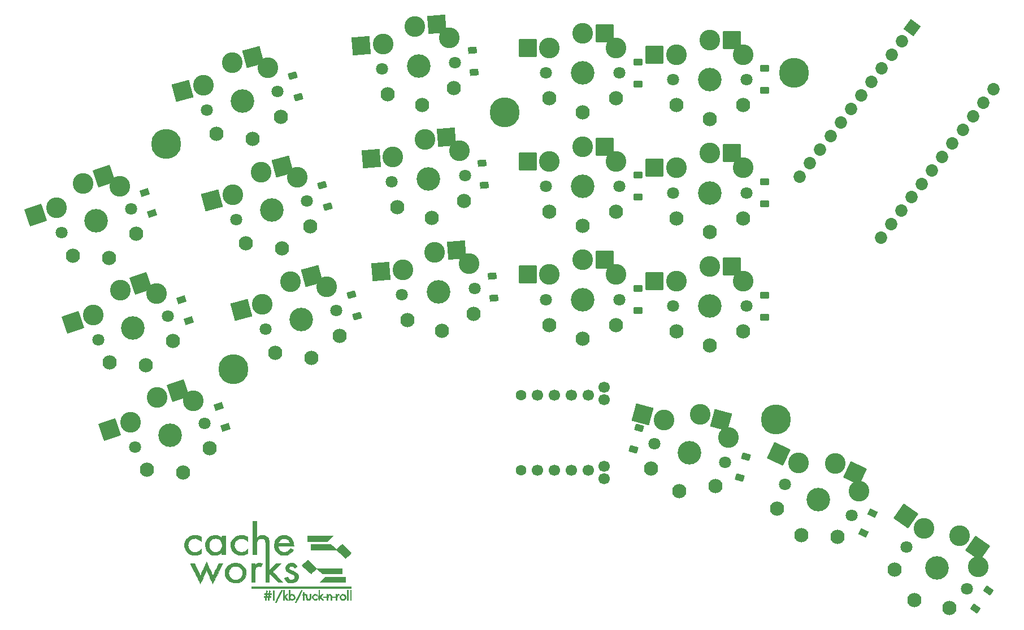
<source format=gts>
%TF.GenerationSoftware,KiCad,Pcbnew,5.99.0-unknown-fa82fcb809~131~ubuntu20.04.1*%
%TF.CreationDate,2021-09-08T19:53:09+02:00*%
%TF.ProjectId,tuck-n-roll,7475636b-2d6e-42d7-926f-6c6c2e6b6963,VERSION_HERE*%
%TF.SameCoordinates,Original*%
%TF.FileFunction,Soldermask,Top*%
%TF.FilePolarity,Negative*%
%FSLAX46Y46*%
G04 Gerber Fmt 4.6, Leading zero omitted, Abs format (unit mm)*
G04 Created by KiCad (PCBNEW 5.99.0-unknown-fa82fcb809~131~ubuntu20.04.1) date 2021-09-08 19:53:09*
%MOMM*%
%LPD*%
G01*
G04 APERTURE LIST*
G04 Aperture macros list*
%AMRoundRect*
0 Rectangle with rounded corners*
0 $1 Rounding radius*
0 $2 $3 $4 $5 $6 $7 $8 $9 X,Y pos of 4 corners*
0 Add a 4 corners polygon primitive as box body*
4,1,4,$2,$3,$4,$5,$6,$7,$8,$9,$2,$3,0*
0 Add four circle primitives for the rounded corners*
1,1,$1+$1,$2,$3*
1,1,$1+$1,$4,$5*
1,1,$1+$1,$6,$7*
1,1,$1+$1,$8,$9*
0 Add four rect primitives between the rounded corners*
20,1,$1+$1,$2,$3,$4,$5,0*
20,1,$1+$1,$4,$5,$6,$7,0*
20,1,$1+$1,$6,$7,$8,$9,0*
20,1,$1+$1,$8,$9,$2,$3,0*%
G04 Aperture macros list end*
%ADD10C,0.010000*%
%ADD11C,3.529000*%
%ADD12C,1.801800*%
%ADD13C,3.100000*%
%ADD14RoundRect,0.050000X-0.805936X-1.652413X1.652413X-0.805936X0.805936X1.652413X-1.652413X0.805936X0*%
%ADD15C,2.132000*%
%ADD16RoundRect,0.050000X0.713817X-0.230142X0.420805X0.620824X-0.713817X0.230142X-0.420805X-0.620824X0*%
%ADD17RoundRect,0.050000X-0.919239X-1.592168X1.592168X-0.919239X0.919239X1.592168X-1.592168X0.919239X0*%
%ADD18RoundRect,0.050000X0.696024X-0.279375X0.463087X0.589958X-0.696024X0.279375X-0.463087X-0.589958X0*%
%ADD19RoundRect,0.050000X-1.181751X-1.408356X1.408356X-1.181751X1.181751X1.408356X-1.408356X1.181751X0*%
%ADD20RoundRect,0.050000X0.636937X-0.395994X0.558497X0.500581X-0.636937X0.395994X-0.558497X-0.500581X0*%
%ADD21RoundRect,0.050000X-1.300000X-1.300000X1.300000X-1.300000X1.300000X1.300000X-1.300000X1.300000X0*%
%ADD22RoundRect,0.050000X0.600000X-0.450000X0.600000X0.450000X-0.600000X0.450000X-0.600000X-0.450000X0*%
%ADD23RoundRect,0.050000X-1.592168X-0.919239X0.919239X-1.592168X1.592168X0.919239X-0.919239X1.592168X0*%
%ADD24RoundRect,0.050000X0.463087X-0.589958X0.696024X0.279375X-0.463087X0.589958X-0.696024X-0.279375X0*%
%ADD25RoundRect,0.050000X-1.727604X-0.628796X0.628796X-1.727604X1.727604X0.628796X-0.628796X1.727604X0*%
%ADD26RoundRect,0.050000X0.353606X-0.661409X0.733963X0.154268X-0.353606X0.661409X-0.733963X-0.154268X0*%
%ADD27RoundRect,0.050000X-1.810547X-0.319248X0.319248X-1.810547X1.810547X0.319248X-0.319248X1.810547X0*%
%ADD28RoundRect,0.050000X0.233382X-0.712764X0.749601X0.024473X-0.233382X0.712764X-0.749601X-0.024473X0*%
%ADD29RoundRect,0.050000X-0.172474X1.227215X-1.227215X-0.172474X0.172474X-1.227215X1.227215X0.172474X0*%
%ADD30C,1.852600*%
%ADD31C,1.700000*%
%ADD32C,1.600000*%
%ADD33C,0.800000*%
%ADD34C,4.500000*%
G04 APERTURE END LIST*
D10*
%TO.C,G\u002A\u002A\u002A*%
X9990584Y-25474530D02*
X10022416Y-25493303D01*
X10022416Y-25493303D02*
X10065193Y-25542575D01*
X10065193Y-25542575D02*
X10073356Y-25602835D01*
X10073356Y-25602835D02*
X10045248Y-25659771D01*
X10045248Y-25659771D02*
X10042071Y-25663071D01*
X10042071Y-25663071D02*
X9998116Y-25692441D01*
X9998116Y-25692441D02*
X9951229Y-25687130D01*
X9951229Y-25687130D02*
X9910709Y-25663383D01*
X9910709Y-25663383D02*
X9870979Y-25614458D01*
X9870979Y-25614458D02*
X9867763Y-25557599D01*
X9867763Y-25557599D02*
X9900622Y-25505527D01*
X9900622Y-25505527D02*
X9916583Y-25493303D01*
X9916583Y-25493303D02*
X9958010Y-25470908D01*
X9958010Y-25470908D02*
X9990584Y-25474530D01*
X9990584Y-25474530D02*
X9990584Y-25474530D01*
G36*
X9990584Y-25474530D02*
G01*
X10022416Y-25493303D01*
X10065193Y-25542575D01*
X10073356Y-25602835D01*
X10045248Y-25659771D01*
X10042071Y-25663071D01*
X9998116Y-25692441D01*
X9951229Y-25687130D01*
X9910709Y-25663383D01*
X9870979Y-25614458D01*
X9867763Y-25557599D01*
X9900622Y-25505527D01*
X9916583Y-25493303D01*
X9958010Y-25470908D01*
X9990584Y-25474530D01*
G37*
X9990584Y-25474530D02*
X10022416Y-25493303D01*
X10065193Y-25542575D01*
X10073356Y-25602835D01*
X10045248Y-25659771D01*
X10042071Y-25663071D01*
X9998116Y-25692441D01*
X9951229Y-25687130D01*
X9910709Y-25663383D01*
X9870979Y-25614458D01*
X9867763Y-25557599D01*
X9900622Y-25505527D01*
X9916583Y-25493303D01*
X9958010Y-25470908D01*
X9990584Y-25474530D01*
X-1492247Y-15970155D02*
X-1243190Y-16037500D01*
X-1243190Y-16037500D02*
X-1042459Y-16122123D01*
X-1042459Y-16122123D02*
X-846667Y-16217666D01*
X-846667Y-16217666D02*
X-846667Y-16543749D01*
X-846667Y-16543749D02*
X-847446Y-16655820D01*
X-847446Y-16655820D02*
X-849595Y-16751265D01*
X-849595Y-16751265D02*
X-852833Y-16822863D01*
X-852833Y-16822863D02*
X-856877Y-16863395D01*
X-856877Y-16863395D02*
X-859391Y-16869833D01*
X-859391Y-16869833D02*
X-879417Y-16856358D01*
X-879417Y-16856358D02*
X-922827Y-16820140D01*
X-922827Y-16820140D02*
X-982218Y-16767497D01*
X-982218Y-16767497D02*
X-1020989Y-16731998D01*
X-1020989Y-16731998D02*
X-1197329Y-16594142D01*
X-1197329Y-16594142D02*
X-1385496Y-16493532D01*
X-1385496Y-16493532D02*
X-1581188Y-16430223D01*
X-1581188Y-16430223D02*
X-1780105Y-16404269D01*
X-1780105Y-16404269D02*
X-1977944Y-16415723D01*
X-1977944Y-16415723D02*
X-2170405Y-16464641D01*
X-2170405Y-16464641D02*
X-2353187Y-16551077D01*
X-2353187Y-16551077D02*
X-2521989Y-16675084D01*
X-2521989Y-16675084D02*
X-2562123Y-16712572D01*
X-2562123Y-16712572D02*
X-2688369Y-16864709D01*
X-2688369Y-16864709D02*
X-2780174Y-17036926D01*
X-2780174Y-17036926D02*
X-2836807Y-17223695D01*
X-2836807Y-17223695D02*
X-2857538Y-17419492D01*
X-2857538Y-17419492D02*
X-2841637Y-17618788D01*
X-2841637Y-17618788D02*
X-2788372Y-17816057D01*
X-2788372Y-17816057D02*
X-2726227Y-17954201D01*
X-2726227Y-17954201D02*
X-2612561Y-18125399D01*
X-2612561Y-18125399D02*
X-2472208Y-18264436D01*
X-2472208Y-18264436D02*
X-2307529Y-18369945D01*
X-2307529Y-18369945D02*
X-2120889Y-18440557D01*
X-2120889Y-18440557D02*
X-1914648Y-18474906D01*
X-1914648Y-18474906D02*
X-1821178Y-18478187D01*
X-1821178Y-18478187D02*
X-1652587Y-18469704D01*
X-1652587Y-18469704D02*
X-1502231Y-18442586D01*
X-1502231Y-18442586D02*
X-1362115Y-18393267D01*
X-1362115Y-18393267D02*
X-1224242Y-18318182D01*
X-1224242Y-18318182D02*
X-1080618Y-18213765D01*
X-1080618Y-18213765D02*
X-926042Y-18079045D01*
X-926042Y-18079045D02*
X-825500Y-17985874D01*
X-825500Y-17985874D02*
X-825500Y-18645761D01*
X-825500Y-18645761D02*
X-964848Y-18723689D01*
X-964848Y-18723689D02*
X-1182013Y-18823032D01*
X-1182013Y-18823032D02*
X-1422507Y-18890560D01*
X-1422507Y-18890560D02*
X-1629618Y-18921963D01*
X-1629618Y-18921963D02*
X-1724058Y-18931002D01*
X-1724058Y-18931002D02*
X-1805051Y-18937557D01*
X-1805051Y-18937557D02*
X-1861827Y-18940819D01*
X-1861827Y-18940819D02*
X-1880785Y-18940779D01*
X-1880785Y-18940779D02*
X-1925350Y-18936434D01*
X-1925350Y-18936434D02*
X-1985969Y-18930517D01*
X-1985969Y-18930517D02*
X-1989667Y-18930156D01*
X-1989667Y-18930156D02*
X-2251487Y-18886505D01*
X-2251487Y-18886505D02*
X-2489378Y-18808488D01*
X-2489378Y-18808488D02*
X-2705497Y-18695083D01*
X-2705497Y-18695083D02*
X-2901997Y-18545266D01*
X-2901997Y-18545266D02*
X-2998170Y-18451547D01*
X-2998170Y-18451547D02*
X-3150486Y-18264403D01*
X-3150486Y-18264403D02*
X-3265004Y-18062700D01*
X-3265004Y-18062700D02*
X-3342916Y-17843341D01*
X-3342916Y-17843341D02*
X-3385413Y-17603231D01*
X-3385413Y-17603231D02*
X-3394730Y-17420167D01*
X-3394730Y-17420167D02*
X-3382982Y-17199890D01*
X-3382982Y-17199890D02*
X-3343170Y-17003701D01*
X-3343170Y-17003701D02*
X-3272102Y-16823989D01*
X-3272102Y-16823989D02*
X-3166585Y-16653141D01*
X-3166585Y-16653141D02*
X-3023426Y-16483547D01*
X-3023426Y-16483547D02*
X-2985547Y-16444628D01*
X-2985547Y-16444628D02*
X-2793476Y-16274113D01*
X-2793476Y-16274113D02*
X-2592910Y-16142287D01*
X-2592910Y-16142287D02*
X-2376920Y-16045723D01*
X-2376920Y-16045723D02*
X-2138575Y-15980997D01*
X-2138575Y-15980997D02*
X-2002315Y-15958628D01*
X-2002315Y-15958628D02*
X-1744211Y-15944048D01*
X-1744211Y-15944048D02*
X-1492247Y-15970155D01*
X-1492247Y-15970155D02*
X-1492247Y-15970155D01*
G36*
X-1492247Y-15970155D02*
G01*
X-1243190Y-16037500D01*
X-1042459Y-16122123D01*
X-846667Y-16217666D01*
X-846667Y-16543749D01*
X-847446Y-16655820D01*
X-849595Y-16751265D01*
X-852833Y-16822863D01*
X-856877Y-16863395D01*
X-859391Y-16869833D01*
X-879417Y-16856358D01*
X-922827Y-16820140D01*
X-982218Y-16767497D01*
X-1020989Y-16731998D01*
X-1197329Y-16594142D01*
X-1385496Y-16493532D01*
X-1581188Y-16430223D01*
X-1780105Y-16404269D01*
X-1977944Y-16415723D01*
X-2170405Y-16464641D01*
X-2353187Y-16551077D01*
X-2521989Y-16675084D01*
X-2562123Y-16712572D01*
X-2688369Y-16864709D01*
X-2780174Y-17036926D01*
X-2836807Y-17223695D01*
X-2857538Y-17419492D01*
X-2841637Y-17618788D01*
X-2788372Y-17816057D01*
X-2726227Y-17954201D01*
X-2612561Y-18125399D01*
X-2472208Y-18264436D01*
X-2307529Y-18369945D01*
X-2120889Y-18440557D01*
X-1914648Y-18474906D01*
X-1821178Y-18478187D01*
X-1652587Y-18469704D01*
X-1502231Y-18442586D01*
X-1362115Y-18393267D01*
X-1224242Y-18318182D01*
X-1080618Y-18213765D01*
X-926042Y-18079045D01*
X-825500Y-17985874D01*
X-825500Y-18645761D01*
X-964848Y-18723689D01*
X-1182013Y-18823032D01*
X-1422507Y-18890560D01*
X-1629618Y-18921963D01*
X-1724058Y-18931002D01*
X-1805051Y-18937557D01*
X-1861827Y-18940819D01*
X-1880785Y-18940779D01*
X-1925350Y-18936434D01*
X-1985969Y-18930517D01*
X-1989667Y-18930156D01*
X-2251487Y-18886505D01*
X-2489378Y-18808488D01*
X-2705497Y-18695083D01*
X-2901997Y-18545266D01*
X-2998170Y-18451547D01*
X-3150486Y-18264403D01*
X-3265004Y-18062700D01*
X-3342916Y-17843341D01*
X-3385413Y-17603231D01*
X-3394730Y-17420167D01*
X-3382982Y-17199890D01*
X-3343170Y-17003701D01*
X-3272102Y-16823989D01*
X-3166585Y-16653141D01*
X-3023426Y-16483547D01*
X-2985547Y-16444628D01*
X-2793476Y-16274113D01*
X-2592910Y-16142287D01*
X-2376920Y-16045723D01*
X-2138575Y-15980997D01*
X-2002315Y-15958628D01*
X-1744211Y-15944048D01*
X-1492247Y-15970155D01*
G37*
X-1492247Y-15970155D02*
X-1243190Y-16037500D01*
X-1042459Y-16122123D01*
X-846667Y-16217666D01*
X-846667Y-16543749D01*
X-847446Y-16655820D01*
X-849595Y-16751265D01*
X-852833Y-16822863D01*
X-856877Y-16863395D01*
X-859391Y-16869833D01*
X-879417Y-16856358D01*
X-922827Y-16820140D01*
X-982218Y-16767497D01*
X-1020989Y-16731998D01*
X-1197329Y-16594142D01*
X-1385496Y-16493532D01*
X-1581188Y-16430223D01*
X-1780105Y-16404269D01*
X-1977944Y-16415723D01*
X-2170405Y-16464641D01*
X-2353187Y-16551077D01*
X-2521989Y-16675084D01*
X-2562123Y-16712572D01*
X-2688369Y-16864709D01*
X-2780174Y-17036926D01*
X-2836807Y-17223695D01*
X-2857538Y-17419492D01*
X-2841637Y-17618788D01*
X-2788372Y-17816057D01*
X-2726227Y-17954201D01*
X-2612561Y-18125399D01*
X-2472208Y-18264436D01*
X-2307529Y-18369945D01*
X-2120889Y-18440557D01*
X-1914648Y-18474906D01*
X-1821178Y-18478187D01*
X-1652587Y-18469704D01*
X-1502231Y-18442586D01*
X-1362115Y-18393267D01*
X-1224242Y-18318182D01*
X-1080618Y-18213765D01*
X-926042Y-18079045D01*
X-825500Y-17985874D01*
X-825500Y-18645761D01*
X-964848Y-18723689D01*
X-1182013Y-18823032D01*
X-1422507Y-18890560D01*
X-1629618Y-18921963D01*
X-1724058Y-18931002D01*
X-1805051Y-18937557D01*
X-1861827Y-18940819D01*
X-1880785Y-18940779D01*
X-1925350Y-18936434D01*
X-1985969Y-18930517D01*
X-1989667Y-18930156D01*
X-2251487Y-18886505D01*
X-2489378Y-18808488D01*
X-2705497Y-18695083D01*
X-2901997Y-18545266D01*
X-2998170Y-18451547D01*
X-3150486Y-18264403D01*
X-3265004Y-18062700D01*
X-3342916Y-17843341D01*
X-3385413Y-17603231D01*
X-3394730Y-17420167D01*
X-3382982Y-17199890D01*
X-3343170Y-17003701D01*
X-3272102Y-16823989D01*
X-3166585Y-16653141D01*
X-3023426Y-16483547D01*
X-2985547Y-16444628D01*
X-2793476Y-16274113D01*
X-2592910Y-16142287D01*
X-2376920Y-16045723D01*
X-2138575Y-15980997D01*
X-2002315Y-15958628D01*
X-1744211Y-15944048D01*
X-1492247Y-15970155D01*
X15543515Y-16015535D02*
X15732928Y-16015931D01*
X15732928Y-16015931D02*
X15946559Y-16016595D01*
X15946559Y-16016595D02*
X16181386Y-16017518D01*
X16181386Y-16017518D02*
X16434392Y-16018695D01*
X16434392Y-16018695D02*
X16702557Y-16020119D01*
X16702557Y-16020119D02*
X16982862Y-16021785D01*
X16982862Y-16021785D02*
X16987511Y-16021814D01*
X16987511Y-16021814D02*
X18893772Y-16033750D01*
X18893772Y-16033750D02*
X18463193Y-16441208D01*
X18463193Y-16441208D02*
X18032614Y-16848667D01*
X18032614Y-16848667D02*
X15049500Y-16848667D01*
X15049500Y-16848667D02*
X15049500Y-16437166D01*
X15049500Y-16437166D02*
X15050278Y-16309765D01*
X15050278Y-16309765D02*
X15052447Y-16197588D01*
X15052447Y-16197588D02*
X15055757Y-16107227D01*
X15055757Y-16107227D02*
X15059959Y-16045275D01*
X15059959Y-16045275D02*
X15064802Y-16018322D01*
X15064802Y-16018322D02*
X15065375Y-16017771D01*
X15065375Y-16017771D02*
X15088415Y-16016740D01*
X15088415Y-16016740D02*
X15150769Y-16016007D01*
X15150769Y-16016007D02*
X15249416Y-16015567D01*
X15249416Y-16015567D02*
X15381338Y-16015411D01*
X15381338Y-16015411D02*
X15543515Y-16015535D01*
X15543515Y-16015535D02*
X15543515Y-16015535D01*
G36*
X15543515Y-16015535D02*
G01*
X15732928Y-16015931D01*
X15946559Y-16016595D01*
X16181386Y-16017518D01*
X16434392Y-16018695D01*
X16702557Y-16020119D01*
X16982862Y-16021785D01*
X16987511Y-16021814D01*
X18893772Y-16033750D01*
X18463193Y-16441208D01*
X18032614Y-16848667D01*
X15049500Y-16848667D01*
X15049500Y-16437166D01*
X15050278Y-16309765D01*
X15052447Y-16197588D01*
X15055757Y-16107227D01*
X15059959Y-16045275D01*
X15064802Y-16018322D01*
X15065375Y-16017771D01*
X15088415Y-16016740D01*
X15150769Y-16016007D01*
X15249416Y-16015567D01*
X15381338Y-16015411D01*
X15543515Y-16015535D01*
G37*
X15543515Y-16015535D02*
X15732928Y-16015931D01*
X15946559Y-16016595D01*
X16181386Y-16017518D01*
X16434392Y-16018695D01*
X16702557Y-16020119D01*
X16982862Y-16021785D01*
X16987511Y-16021814D01*
X18893772Y-16033750D01*
X18463193Y-16441208D01*
X18032614Y-16848667D01*
X15049500Y-16848667D01*
X15049500Y-16437166D01*
X15050278Y-16309765D01*
X15052447Y-16197588D01*
X15055757Y-16107227D01*
X15059959Y-16045275D01*
X15064802Y-16018322D01*
X15065375Y-16017771D01*
X15088415Y-16016740D01*
X15150769Y-16016007D01*
X15249416Y-16015567D01*
X15381338Y-16015411D01*
X15543515Y-16015535D01*
X12446000Y-24892600D02*
X12525375Y-24840807D01*
X12525375Y-24840807D02*
X12644067Y-24786147D01*
X12644067Y-24786147D02*
X12765764Y-24772593D01*
X12765764Y-24772593D02*
X12885371Y-24799698D01*
X12885371Y-24799698D02*
X12997794Y-24867017D01*
X12997794Y-24867017D02*
X13017462Y-24883901D01*
X13017462Y-24883901D02*
X13097948Y-24983060D01*
X13097948Y-24983060D02*
X13146530Y-25100170D01*
X13146530Y-25100170D02*
X13163724Y-25226520D01*
X13163724Y-25226520D02*
X13150045Y-25353401D01*
X13150045Y-25353401D02*
X13106009Y-25472102D01*
X13106009Y-25472102D02*
X13032130Y-25573914D01*
X13032130Y-25573914D02*
X12973720Y-25623252D01*
X12973720Y-25623252D02*
X12893295Y-25661198D01*
X12893295Y-25661198D02*
X12792103Y-25685001D01*
X12792103Y-25685001D02*
X12690330Y-25691230D01*
X12690330Y-25691230D02*
X12625916Y-25682348D01*
X12625916Y-25682348D02*
X12581705Y-25662312D01*
X12581705Y-25662312D02*
X12526289Y-25627420D01*
X12526289Y-25627420D02*
X12514791Y-25619016D01*
X12514791Y-25619016D02*
X12446000Y-25567179D01*
X12446000Y-25567179D02*
X12446000Y-25622450D01*
X12446000Y-25622450D02*
X12442002Y-25658312D01*
X12442002Y-25658312D02*
X12421832Y-25672215D01*
X12421832Y-25672215D02*
X12373223Y-25671685D01*
X12373223Y-25671685D02*
X12366625Y-25671153D01*
X12366625Y-25671153D02*
X12287250Y-25664583D01*
X12287250Y-25664583D02*
X12287250Y-25234196D01*
X12287250Y-25234196D02*
X12446000Y-25234196D01*
X12446000Y-25234196D02*
X12462354Y-25339437D01*
X12462354Y-25339437D02*
X12506719Y-25427132D01*
X12506719Y-25427132D02*
X12572049Y-25493316D01*
X12572049Y-25493316D02*
X12651300Y-25534025D01*
X12651300Y-25534025D02*
X12737424Y-25545291D01*
X12737424Y-25545291D02*
X12823378Y-25523152D01*
X12823378Y-25523152D02*
X12884725Y-25481110D01*
X12884725Y-25481110D02*
X12951704Y-25396399D01*
X12951704Y-25396399D02*
X12987264Y-25301114D01*
X12987264Y-25301114D02*
X12993628Y-25202876D01*
X12993628Y-25202876D02*
X12973023Y-25109304D01*
X12973023Y-25109304D02*
X12927675Y-25028020D01*
X12927675Y-25028020D02*
X12859809Y-24966643D01*
X12859809Y-24966643D02*
X12771651Y-24932793D01*
X12771651Y-24932793D02*
X12723337Y-24928560D01*
X12723337Y-24928560D02*
X12618542Y-24947153D01*
X12618542Y-24947153D02*
X12535027Y-24999910D01*
X12535027Y-24999910D02*
X12476904Y-25082298D01*
X12476904Y-25082298D02*
X12448287Y-25189784D01*
X12448287Y-25189784D02*
X12446000Y-25234196D01*
X12446000Y-25234196D02*
X12287250Y-25234196D01*
X12287250Y-25234196D02*
X12287250Y-24140583D01*
X12287250Y-24140583D02*
X12366625Y-24134014D01*
X12366625Y-24134014D02*
X12446000Y-24127444D01*
X12446000Y-24127444D02*
X12446000Y-24892600D01*
X12446000Y-24892600D02*
X12446000Y-24892600D01*
G36*
X12366625Y-24134014D02*
G01*
X12446000Y-24127444D01*
X12446000Y-24892600D01*
X12525375Y-24840807D01*
X12644067Y-24786147D01*
X12765764Y-24772593D01*
X12885371Y-24799698D01*
X12997794Y-24867017D01*
X13017462Y-24883901D01*
X13097948Y-24983060D01*
X13146530Y-25100170D01*
X13163724Y-25226520D01*
X13150045Y-25353401D01*
X13106009Y-25472102D01*
X13032130Y-25573914D01*
X12973720Y-25623252D01*
X12893295Y-25661198D01*
X12792103Y-25685001D01*
X12690330Y-25691230D01*
X12625916Y-25682348D01*
X12581705Y-25662312D01*
X12526289Y-25627420D01*
X12514791Y-25619016D01*
X12446000Y-25567179D01*
X12446000Y-25622450D01*
X12442002Y-25658312D01*
X12421832Y-25672215D01*
X12373223Y-25671685D01*
X12366625Y-25671153D01*
X12287250Y-25664583D01*
X12287250Y-25234196D01*
X12446000Y-25234196D01*
X12462354Y-25339437D01*
X12506719Y-25427132D01*
X12572049Y-25493316D01*
X12651300Y-25534025D01*
X12737424Y-25545291D01*
X12823378Y-25523152D01*
X12884725Y-25481110D01*
X12951704Y-25396399D01*
X12987264Y-25301114D01*
X12993628Y-25202876D01*
X12973023Y-25109304D01*
X12927675Y-25028020D01*
X12859809Y-24966643D01*
X12771651Y-24932793D01*
X12723337Y-24928560D01*
X12618542Y-24947153D01*
X12535027Y-24999910D01*
X12476904Y-25082298D01*
X12448287Y-25189784D01*
X12446000Y-25234196D01*
X12287250Y-25234196D01*
X12287250Y-24140583D01*
X12366625Y-24134014D01*
G37*
X12366625Y-24134014D02*
X12446000Y-24127444D01*
X12446000Y-24892600D01*
X12525375Y-24840807D01*
X12644067Y-24786147D01*
X12765764Y-24772593D01*
X12885371Y-24799698D01*
X12997794Y-24867017D01*
X13017462Y-24883901D01*
X13097948Y-24983060D01*
X13146530Y-25100170D01*
X13163724Y-25226520D01*
X13150045Y-25353401D01*
X13106009Y-25472102D01*
X13032130Y-25573914D01*
X12973720Y-25623252D01*
X12893295Y-25661198D01*
X12792103Y-25685001D01*
X12690330Y-25691230D01*
X12625916Y-25682348D01*
X12581705Y-25662312D01*
X12526289Y-25627420D01*
X12514791Y-25619016D01*
X12446000Y-25567179D01*
X12446000Y-25622450D01*
X12442002Y-25658312D01*
X12421832Y-25672215D01*
X12373223Y-25671685D01*
X12366625Y-25671153D01*
X12287250Y-25664583D01*
X12287250Y-25234196D01*
X12446000Y-25234196D01*
X12462354Y-25339437D01*
X12506719Y-25427132D01*
X12572049Y-25493316D01*
X12651300Y-25534025D01*
X12737424Y-25545291D01*
X12823378Y-25523152D01*
X12884725Y-25481110D01*
X12951704Y-25396399D01*
X12987264Y-25301114D01*
X12993628Y-25202876D01*
X12973023Y-25109304D01*
X12927675Y-25028020D01*
X12859809Y-24966643D01*
X12771651Y-24932793D01*
X12723337Y-24928560D01*
X12618542Y-24947153D01*
X12535027Y-24999910D01*
X12476904Y-25082298D01*
X12448287Y-25189784D01*
X12446000Y-25234196D01*
X12287250Y-25234196D01*
X12287250Y-24140583D01*
X12366625Y-24134014D01*
X21611166Y-25675167D02*
X21463000Y-25675167D01*
X21463000Y-25675167D02*
X21463000Y-24130000D01*
X21463000Y-24130000D02*
X21611166Y-24130000D01*
X21611166Y-24130000D02*
X21611166Y-25675167D01*
X21611166Y-25675167D02*
X21611166Y-25675167D01*
G36*
X21611166Y-25675167D02*
G01*
X21463000Y-25675167D01*
X21463000Y-24130000D01*
X21611166Y-24130000D01*
X21611166Y-25675167D01*
G37*
X21611166Y-25675167D02*
X21463000Y-25675167D01*
X21463000Y-24130000D01*
X21611166Y-24130000D01*
X21611166Y-25675167D01*
X7408333Y-16317342D02*
X7487708Y-16243616D01*
X7487708Y-16243616D02*
X7659163Y-16112357D01*
X7659163Y-16112357D02*
X7849803Y-16018014D01*
X7849803Y-16018014D02*
X8056792Y-15961352D01*
X8056792Y-15961352D02*
X8277290Y-15943133D01*
X8277290Y-15943133D02*
X8508462Y-15964120D01*
X8508462Y-15964120D02*
X8519583Y-15966091D01*
X8519583Y-15966091D02*
X8704284Y-16013698D01*
X8704284Y-16013698D02*
X8859413Y-16086065D01*
X8859413Y-16086065D02*
X8988696Y-16186578D01*
X8988696Y-16186578D02*
X9095864Y-16318627D01*
X9095864Y-16318627D02*
X9184645Y-16485597D01*
X9184645Y-16485597D02*
X9234727Y-16615833D01*
X9234727Y-16615833D02*
X9281583Y-16753417D01*
X9281583Y-16753417D02*
X9292166Y-18975917D01*
X9292166Y-18975917D02*
X9302750Y-21198417D01*
X9302750Y-21198417D02*
X10374130Y-20171833D01*
X10374130Y-20171833D02*
X11080127Y-20171833D01*
X11080127Y-20171833D02*
X10995772Y-20254446D01*
X10995772Y-20254446D02*
X10960507Y-20288228D01*
X10960507Y-20288228D02*
X10898459Y-20346852D01*
X10898459Y-20346852D02*
X10813862Y-20426351D01*
X10813862Y-20426351D02*
X10710950Y-20522756D01*
X10710950Y-20522756D02*
X10593957Y-20632100D01*
X10593957Y-20632100D02*
X10467119Y-20750415D01*
X10467119Y-20750415D02*
X10361083Y-20849160D01*
X10361083Y-20849160D02*
X10233764Y-20968079D01*
X10233764Y-20968079D02*
X10116854Y-21078134D01*
X10116854Y-21078134D02*
X10013850Y-21175966D01*
X10013850Y-21175966D02*
X9928251Y-21258216D01*
X9928251Y-21258216D02*
X9863556Y-21321523D01*
X9863556Y-21321523D02*
X9823262Y-21362528D01*
X9823262Y-21362528D02*
X9810750Y-21377642D01*
X9810750Y-21377642D02*
X9824809Y-21395804D01*
X9824809Y-21395804D02*
X9865181Y-21441835D01*
X9865181Y-21441835D02*
X9929156Y-21512787D01*
X9929156Y-21512787D02*
X10014025Y-21605709D01*
X10014025Y-21605709D02*
X10117079Y-21717651D01*
X10117079Y-21717651D02*
X10235609Y-21845663D01*
X10235609Y-21845663D02*
X10366904Y-21986796D01*
X10366904Y-21986796D02*
X10508257Y-22138100D01*
X10508257Y-22138100D02*
X10556875Y-22190002D01*
X10556875Y-22190002D02*
X10700908Y-22343868D01*
X10700908Y-22343868D02*
X10835791Y-22488364D01*
X10835791Y-22488364D02*
X10958818Y-22620561D01*
X10958818Y-22620561D02*
X11067282Y-22737534D01*
X11067282Y-22737534D02*
X11158477Y-22836354D01*
X11158477Y-22836354D02*
X11229698Y-22914095D01*
X11229698Y-22914095D02*
X11278238Y-22967829D01*
X11278238Y-22967829D02*
X11301391Y-22994629D01*
X11301391Y-22994629D02*
X11303000Y-22997074D01*
X11303000Y-22997074D02*
X11283017Y-23000828D01*
X11283017Y-23000828D02*
X11227805Y-23004039D01*
X11227805Y-23004039D02*
X11144464Y-23006472D01*
X11144464Y-23006472D02*
X11040098Y-23007895D01*
X11040098Y-23007895D02*
X10966039Y-23008167D01*
X10966039Y-23008167D02*
X10629079Y-23008167D01*
X10629079Y-23008167D02*
X10116426Y-22463125D01*
X10116426Y-22463125D02*
X9992847Y-22331828D01*
X9992847Y-22331828D02*
X9874661Y-22206426D01*
X9874661Y-22206426D02*
X9765954Y-22091245D01*
X9765954Y-22091245D02*
X9670814Y-21990608D01*
X9670814Y-21990608D02*
X9593328Y-21908841D01*
X9593328Y-21908841D02*
X9537583Y-21850267D01*
X9537583Y-21850267D02*
X9512007Y-21823649D01*
X9512007Y-21823649D02*
X9420242Y-21729216D01*
X9420242Y-21729216D02*
X9292166Y-21851920D01*
X9292166Y-21851920D02*
X9292166Y-23008167D01*
X9292166Y-23008167D02*
X8763000Y-23008167D01*
X8763000Y-23008167D02*
X8763000Y-19971792D01*
X8763000Y-19971792D02*
X8762868Y-19496247D01*
X8762868Y-19496247D02*
X8762469Y-19062300D01*
X8762469Y-19062300D02*
X8761798Y-18669219D01*
X8761798Y-18669219D02*
X8760850Y-18316269D01*
X8760850Y-18316269D02*
X8759618Y-18002717D01*
X8759618Y-18002717D02*
X8758098Y-17727828D01*
X8758098Y-17727828D02*
X8756284Y-17490870D01*
X8756284Y-17490870D02*
X8754172Y-17291108D01*
X8754172Y-17291108D02*
X8751754Y-17127809D01*
X8751754Y-17127809D02*
X8749027Y-17000239D01*
X8749027Y-17000239D02*
X8745984Y-16907663D01*
X8745984Y-16907663D02*
X8742621Y-16849350D01*
X8742621Y-16849350D02*
X8740005Y-16828197D01*
X8740005Y-16828197D02*
X8693131Y-16694400D01*
X8693131Y-16694400D02*
X8616990Y-16579065D01*
X8616990Y-16579065D02*
X8518246Y-16491334D01*
X8518246Y-16491334D02*
X8477250Y-16467667D01*
X8477250Y-16467667D02*
X8418916Y-16441622D01*
X8418916Y-16441622D02*
X8362420Y-16425692D01*
X8362420Y-16425692D02*
X8294252Y-16417548D01*
X8294252Y-16417548D02*
X8200904Y-16414863D01*
X8200904Y-16414863D02*
X8170333Y-16414771D01*
X8170333Y-16414771D02*
X7982491Y-16427522D01*
X7982491Y-16427522D02*
X7825808Y-16467168D01*
X7825808Y-16467168D02*
X7697737Y-16535859D01*
X7697737Y-16535859D02*
X7595727Y-16635747D01*
X7595727Y-16635747D02*
X7517229Y-16768983D01*
X7517229Y-16768983D02*
X7459694Y-16937720D01*
X7459694Y-16937720D02*
X7438717Y-17032252D01*
X7438717Y-17032252D02*
X7430322Y-17087070D01*
X7430322Y-17087070D02*
X7423489Y-17157855D01*
X7423489Y-17157855D02*
X7418095Y-17248630D01*
X7418095Y-17248630D02*
X7414018Y-17363419D01*
X7414018Y-17363419D02*
X7411133Y-17506245D01*
X7411133Y-17506245D02*
X7409319Y-17681133D01*
X7409319Y-17681133D02*
X7408451Y-17892106D01*
X7408451Y-17892106D02*
X7408333Y-18025278D01*
X7408333Y-18025278D02*
X7408333Y-18859500D01*
X7408333Y-18859500D02*
X6879166Y-18859500D01*
X6879166Y-18859500D02*
X6879166Y-13864167D01*
X6879166Y-13864167D02*
X7408333Y-13864167D01*
X7408333Y-13864167D02*
X7408333Y-16317342D01*
X7408333Y-16317342D02*
X7408333Y-16317342D01*
G36*
X7408333Y-16317342D02*
G01*
X7487708Y-16243616D01*
X7659163Y-16112357D01*
X7849803Y-16018014D01*
X8056792Y-15961352D01*
X8277290Y-15943133D01*
X8508462Y-15964120D01*
X8519583Y-15966091D01*
X8704284Y-16013698D01*
X8859413Y-16086065D01*
X8988696Y-16186578D01*
X9095864Y-16318627D01*
X9184645Y-16485597D01*
X9234727Y-16615833D01*
X9281583Y-16753417D01*
X9292166Y-18975917D01*
X9302750Y-21198417D01*
X10374130Y-20171833D01*
X11080127Y-20171833D01*
X10995772Y-20254446D01*
X10960507Y-20288228D01*
X10898459Y-20346852D01*
X10813862Y-20426351D01*
X10710950Y-20522756D01*
X10593957Y-20632100D01*
X10467119Y-20750415D01*
X10361083Y-20849160D01*
X10233764Y-20968079D01*
X10116854Y-21078134D01*
X10013850Y-21175966D01*
X9928251Y-21258216D01*
X9863556Y-21321523D01*
X9823262Y-21362528D01*
X9810750Y-21377642D01*
X9824809Y-21395804D01*
X9865181Y-21441835D01*
X9929156Y-21512787D01*
X10014025Y-21605709D01*
X10117079Y-21717651D01*
X10235609Y-21845663D01*
X10366904Y-21986796D01*
X10508257Y-22138100D01*
X10556875Y-22190002D01*
X10700908Y-22343868D01*
X10835791Y-22488364D01*
X10958818Y-22620561D01*
X11067282Y-22737534D01*
X11158477Y-22836354D01*
X11229698Y-22914095D01*
X11278238Y-22967829D01*
X11301391Y-22994629D01*
X11303000Y-22997074D01*
X11283017Y-23000828D01*
X11227805Y-23004039D01*
X11144464Y-23006472D01*
X11040098Y-23007895D01*
X10966039Y-23008167D01*
X10629079Y-23008167D01*
X10116426Y-22463125D01*
X9992847Y-22331828D01*
X9874661Y-22206426D01*
X9765954Y-22091245D01*
X9670814Y-21990608D01*
X9593328Y-21908841D01*
X9537583Y-21850267D01*
X9512007Y-21823649D01*
X9420242Y-21729216D01*
X9292166Y-21851920D01*
X9292166Y-23008167D01*
X8763000Y-23008167D01*
X8763000Y-19971792D01*
X8762868Y-19496247D01*
X8762469Y-19062300D01*
X8761798Y-18669219D01*
X8760850Y-18316269D01*
X8759618Y-18002717D01*
X8758098Y-17727828D01*
X8756284Y-17490870D01*
X8754172Y-17291108D01*
X8751754Y-17127809D01*
X8749027Y-17000239D01*
X8745984Y-16907663D01*
X8742621Y-16849350D01*
X8740005Y-16828197D01*
X8693131Y-16694400D01*
X8616990Y-16579065D01*
X8518246Y-16491334D01*
X8477250Y-16467667D01*
X8418916Y-16441622D01*
X8362420Y-16425692D01*
X8294252Y-16417548D01*
X8200904Y-16414863D01*
X8170333Y-16414771D01*
X7982491Y-16427522D01*
X7825808Y-16467168D01*
X7697737Y-16535859D01*
X7595727Y-16635747D01*
X7517229Y-16768983D01*
X7459694Y-16937720D01*
X7438717Y-17032252D01*
X7430322Y-17087070D01*
X7423489Y-17157855D01*
X7418095Y-17248630D01*
X7414018Y-17363419D01*
X7411133Y-17506245D01*
X7409319Y-17681133D01*
X7408451Y-17892106D01*
X7408333Y-18025278D01*
X7408333Y-18859500D01*
X6879166Y-18859500D01*
X6879166Y-13864167D01*
X7408333Y-13864167D01*
X7408333Y-16317342D01*
G37*
X7408333Y-16317342D02*
X7487708Y-16243616D01*
X7659163Y-16112357D01*
X7849803Y-16018014D01*
X8056792Y-15961352D01*
X8277290Y-15943133D01*
X8508462Y-15964120D01*
X8519583Y-15966091D01*
X8704284Y-16013698D01*
X8859413Y-16086065D01*
X8988696Y-16186578D01*
X9095864Y-16318627D01*
X9184645Y-16485597D01*
X9234727Y-16615833D01*
X9281583Y-16753417D01*
X9292166Y-18975917D01*
X9302750Y-21198417D01*
X10374130Y-20171833D01*
X11080127Y-20171833D01*
X10995772Y-20254446D01*
X10960507Y-20288228D01*
X10898459Y-20346852D01*
X10813862Y-20426351D01*
X10710950Y-20522756D01*
X10593957Y-20632100D01*
X10467119Y-20750415D01*
X10361083Y-20849160D01*
X10233764Y-20968079D01*
X10116854Y-21078134D01*
X10013850Y-21175966D01*
X9928251Y-21258216D01*
X9863556Y-21321523D01*
X9823262Y-21362528D01*
X9810750Y-21377642D01*
X9824809Y-21395804D01*
X9865181Y-21441835D01*
X9929156Y-21512787D01*
X10014025Y-21605709D01*
X10117079Y-21717651D01*
X10235609Y-21845663D01*
X10366904Y-21986796D01*
X10508257Y-22138100D01*
X10556875Y-22190002D01*
X10700908Y-22343868D01*
X10835791Y-22488364D01*
X10958818Y-22620561D01*
X11067282Y-22737534D01*
X11158477Y-22836354D01*
X11229698Y-22914095D01*
X11278238Y-22967829D01*
X11301391Y-22994629D01*
X11303000Y-22997074D01*
X11283017Y-23000828D01*
X11227805Y-23004039D01*
X11144464Y-23006472D01*
X11040098Y-23007895D01*
X10966039Y-23008167D01*
X10629079Y-23008167D01*
X10116426Y-22463125D01*
X9992847Y-22331828D01*
X9874661Y-22206426D01*
X9765954Y-22091245D01*
X9670814Y-21990608D01*
X9593328Y-21908841D01*
X9537583Y-21850267D01*
X9512007Y-21823649D01*
X9420242Y-21729216D01*
X9292166Y-21851920D01*
X9292166Y-23008167D01*
X8763000Y-23008167D01*
X8763000Y-19971792D01*
X8762868Y-19496247D01*
X8762469Y-19062300D01*
X8761798Y-18669219D01*
X8760850Y-18316269D01*
X8759618Y-18002717D01*
X8758098Y-17727828D01*
X8756284Y-17490870D01*
X8754172Y-17291108D01*
X8751754Y-17127809D01*
X8749027Y-17000239D01*
X8745984Y-16907663D01*
X8742621Y-16849350D01*
X8740005Y-16828197D01*
X8693131Y-16694400D01*
X8616990Y-16579065D01*
X8518246Y-16491334D01*
X8477250Y-16467667D01*
X8418916Y-16441622D01*
X8362420Y-16425692D01*
X8294252Y-16417548D01*
X8200904Y-16414863D01*
X8170333Y-16414771D01*
X7982491Y-16427522D01*
X7825808Y-16467168D01*
X7697737Y-16535859D01*
X7595727Y-16635747D01*
X7517229Y-16768983D01*
X7459694Y-16937720D01*
X7438717Y-17032252D01*
X7430322Y-17087070D01*
X7423489Y-17157855D01*
X7418095Y-17248630D01*
X7414018Y-17363419D01*
X7411133Y-17506245D01*
X7409319Y-17681133D01*
X7408451Y-17892106D01*
X7408333Y-18025278D01*
X7408333Y-18859500D01*
X6879166Y-18859500D01*
X6879166Y-13864167D01*
X7408333Y-13864167D01*
X7408333Y-16317342D01*
X17843500Y-25294167D02*
X17441333Y-25294167D01*
X17441333Y-25294167D02*
X17441333Y-25146000D01*
X17441333Y-25146000D02*
X17843500Y-25146000D01*
X17843500Y-25146000D02*
X17843500Y-25294167D01*
X17843500Y-25294167D02*
X17843500Y-25294167D01*
G36*
X17843500Y-25294167D02*
G01*
X17441333Y-25294167D01*
X17441333Y-25146000D01*
X17843500Y-25146000D01*
X17843500Y-25294167D01*
G37*
X17843500Y-25294167D02*
X17441333Y-25294167D01*
X17441333Y-25146000D01*
X17843500Y-25146000D01*
X17843500Y-25294167D01*
X14917208Y-24790180D02*
X14996583Y-24796750D01*
X14996583Y-24796750D02*
X15007166Y-25132057D01*
X15007166Y-25132057D02*
X15011407Y-25258295D01*
X15011407Y-25258295D02*
X15015672Y-25349162D01*
X15015672Y-25349162D02*
X15021123Y-25411604D01*
X15021123Y-25411604D02*
X15028921Y-25452568D01*
X15028921Y-25452568D02*
X15040228Y-25479001D01*
X15040228Y-25479001D02*
X15056206Y-25497850D01*
X15056206Y-25497850D02*
X15070339Y-25509886D01*
X15070339Y-25509886D02*
X15123753Y-25539414D01*
X15123753Y-25539414D02*
X15189191Y-25543216D01*
X15189191Y-25543216D02*
X15205543Y-25541328D01*
X15205543Y-25541328D02*
X15257928Y-25532372D01*
X15257928Y-25532372D02*
X15296598Y-25517645D01*
X15296598Y-25517645D02*
X15323794Y-25491215D01*
X15323794Y-25491215D02*
X15341755Y-25447153D01*
X15341755Y-25447153D02*
X15352723Y-25379529D01*
X15352723Y-25379529D02*
X15358937Y-25282413D01*
X15358937Y-25282413D02*
X15362639Y-25149874D01*
X15362639Y-25149874D02*
X15363164Y-25124135D01*
X15363164Y-25124135D02*
X15369913Y-24786167D01*
X15369913Y-24786167D02*
X15536333Y-24786167D01*
X15536333Y-24786167D02*
X15535868Y-25108958D01*
X15535868Y-25108958D02*
X15533700Y-25264785D01*
X15533700Y-25264785D02*
X15526385Y-25384589D01*
X15526385Y-25384589D02*
X15511943Y-25474563D01*
X15511943Y-25474563D02*
X15488397Y-25540899D01*
X15488397Y-25540899D02*
X15453769Y-25589790D01*
X15453769Y-25589790D02*
X15406080Y-25627426D01*
X15406080Y-25627426D02*
X15362717Y-25650950D01*
X15362717Y-25650950D02*
X15238523Y-25690306D01*
X15238523Y-25690306D02*
X15116304Y-25687481D01*
X15116304Y-25687481D02*
X15007433Y-25648181D01*
X15007433Y-25648181D02*
X14949622Y-25613607D01*
X14949622Y-25613607D02*
X14906497Y-25575174D01*
X14906497Y-25575174D02*
X14875965Y-25526338D01*
X14875965Y-25526338D02*
X14855929Y-25460558D01*
X14855929Y-25460558D02*
X14844295Y-25371291D01*
X14844295Y-25371291D02*
X14838968Y-25251996D01*
X14838968Y-25251996D02*
X14837833Y-25118594D01*
X14837833Y-25118594D02*
X14837833Y-24783611D01*
X14837833Y-24783611D02*
X14917208Y-24790180D01*
X14917208Y-24790180D02*
X14917208Y-24790180D01*
G36*
X14917208Y-24790180D02*
G01*
X14996583Y-24796750D01*
X15007166Y-25132057D01*
X15011407Y-25258295D01*
X15015672Y-25349162D01*
X15021123Y-25411604D01*
X15028921Y-25452568D01*
X15040228Y-25479001D01*
X15056206Y-25497850D01*
X15070339Y-25509886D01*
X15123753Y-25539414D01*
X15189191Y-25543216D01*
X15205543Y-25541328D01*
X15257928Y-25532372D01*
X15296598Y-25517645D01*
X15323794Y-25491215D01*
X15341755Y-25447153D01*
X15352723Y-25379529D01*
X15358937Y-25282413D01*
X15362639Y-25149874D01*
X15363164Y-25124135D01*
X15369913Y-24786167D01*
X15536333Y-24786167D01*
X15535868Y-25108958D01*
X15533700Y-25264785D01*
X15526385Y-25384589D01*
X15511943Y-25474563D01*
X15488397Y-25540899D01*
X15453769Y-25589790D01*
X15406080Y-25627426D01*
X15362717Y-25650950D01*
X15238523Y-25690306D01*
X15116304Y-25687481D01*
X15007433Y-25648181D01*
X14949622Y-25613607D01*
X14906497Y-25575174D01*
X14875965Y-25526338D01*
X14855929Y-25460558D01*
X14844295Y-25371291D01*
X14838968Y-25251996D01*
X14837833Y-25118594D01*
X14837833Y-24783611D01*
X14917208Y-24790180D01*
G37*
X14917208Y-24790180D02*
X14996583Y-24796750D01*
X15007166Y-25132057D01*
X15011407Y-25258295D01*
X15015672Y-25349162D01*
X15021123Y-25411604D01*
X15028921Y-25452568D01*
X15040228Y-25479001D01*
X15056206Y-25497850D01*
X15070339Y-25509886D01*
X15123753Y-25539414D01*
X15189191Y-25543216D01*
X15205543Y-25541328D01*
X15257928Y-25532372D01*
X15296598Y-25517645D01*
X15323794Y-25491215D01*
X15341755Y-25447153D01*
X15352723Y-25379529D01*
X15358937Y-25282413D01*
X15362639Y-25149874D01*
X15363164Y-25124135D01*
X15369913Y-24786167D01*
X15536333Y-24786167D01*
X15535868Y-25108958D01*
X15533700Y-25264785D01*
X15526385Y-25384589D01*
X15511943Y-25474563D01*
X15488397Y-25540899D01*
X15453769Y-25589790D01*
X15406080Y-25627426D01*
X15362717Y-25650950D01*
X15238523Y-25690306D01*
X15116304Y-25687481D01*
X15007433Y-25648181D01*
X14949622Y-25613607D01*
X14906497Y-25575174D01*
X14875965Y-25526338D01*
X14855929Y-25460558D01*
X14844295Y-25371291D01*
X14838968Y-25251996D01*
X14837833Y-25118594D01*
X14837833Y-24783611D01*
X14917208Y-24790180D01*
X15096900Y-19667250D02*
X15144604Y-19710147D01*
X15144604Y-19710147D02*
X15216320Y-19776147D01*
X15216320Y-19776147D02*
X15308754Y-19862176D01*
X15308754Y-19862176D02*
X15418609Y-19965159D01*
X15418609Y-19965159D02*
X15542592Y-20082023D01*
X15542592Y-20082023D02*
X15677407Y-20209693D01*
X15677407Y-20209693D02*
X15758583Y-20286834D01*
X15758583Y-20286834D02*
X16414750Y-20911166D01*
X16414750Y-20911166D02*
X18335625Y-20911916D01*
X18335625Y-20911916D02*
X20256500Y-20912667D01*
X20256500Y-20912667D02*
X20256500Y-21738167D01*
X20256500Y-21738167D02*
X17266508Y-21738167D01*
X17266508Y-21738167D02*
X16893545Y-21384666D01*
X16893545Y-21384666D02*
X16786142Y-21282971D01*
X16786142Y-21282971D02*
X16685983Y-21188330D01*
X16685983Y-21188330D02*
X16598135Y-21105515D01*
X16598135Y-21105515D02*
X16527668Y-21039301D01*
X16527668Y-21039301D02*
X16479648Y-20994460D01*
X16479648Y-20994460D02*
X16463228Y-20979357D01*
X16463228Y-20979357D02*
X16405874Y-20927549D01*
X16405874Y-20927549D02*
X16029312Y-21284342D01*
X16029312Y-21284342D02*
X15921641Y-21386251D01*
X15921641Y-21386251D02*
X15821438Y-21480886D01*
X15821438Y-21480886D02*
X15733689Y-21563556D01*
X15733689Y-21563556D02*
X15663377Y-21629568D01*
X15663377Y-21629568D02*
X15615487Y-21674233D01*
X15615487Y-21674233D02*
X15598558Y-21689762D01*
X15598558Y-21689762D02*
X15544367Y-21738389D01*
X15544367Y-21738389D02*
X14878892Y-21109847D01*
X14878892Y-21109847D02*
X14738849Y-20977024D01*
X14738849Y-20977024D02*
X14608826Y-20852635D01*
X14608826Y-20852635D02*
X14491975Y-20739776D01*
X14491975Y-20739776D02*
X14391447Y-20641539D01*
X14391447Y-20641539D02*
X14310395Y-20561019D01*
X14310395Y-20561019D02*
X14251971Y-20501310D01*
X14251971Y-20501310D02*
X14219327Y-20465506D01*
X14219327Y-20465506D02*
X14213416Y-20456642D01*
X14213416Y-20456642D02*
X14228234Y-20434072D01*
X14228234Y-20434072D02*
X14269451Y-20388344D01*
X14269451Y-20388344D02*
X14332214Y-20323990D01*
X14332214Y-20323990D02*
X14411669Y-20245543D01*
X14411669Y-20245543D02*
X14502962Y-20157538D01*
X14502962Y-20157538D02*
X14601239Y-20064508D01*
X14601239Y-20064508D02*
X14701647Y-19970985D01*
X14701647Y-19970985D02*
X14799332Y-19881503D01*
X14799332Y-19881503D02*
X14889440Y-19800597D01*
X14889440Y-19800597D02*
X14967117Y-19732798D01*
X14967117Y-19732798D02*
X15027509Y-19682641D01*
X15027509Y-19682641D02*
X15065763Y-19654658D01*
X15065763Y-19654658D02*
X15076504Y-19650529D01*
X15076504Y-19650529D02*
X15096900Y-19667250D01*
X15096900Y-19667250D02*
X15096900Y-19667250D01*
G36*
X15096900Y-19667250D02*
G01*
X15144604Y-19710147D01*
X15216320Y-19776147D01*
X15308754Y-19862176D01*
X15418609Y-19965159D01*
X15542592Y-20082023D01*
X15677407Y-20209693D01*
X15758583Y-20286834D01*
X16414750Y-20911166D01*
X18335625Y-20911916D01*
X20256500Y-20912667D01*
X20256500Y-21738167D01*
X17266508Y-21738167D01*
X16893545Y-21384666D01*
X16786142Y-21282971D01*
X16685983Y-21188330D01*
X16598135Y-21105515D01*
X16527668Y-21039301D01*
X16479648Y-20994460D01*
X16463228Y-20979357D01*
X16405874Y-20927549D01*
X16029312Y-21284342D01*
X15921641Y-21386251D01*
X15821438Y-21480886D01*
X15733689Y-21563556D01*
X15663377Y-21629568D01*
X15615487Y-21674233D01*
X15598558Y-21689762D01*
X15544367Y-21738389D01*
X14878892Y-21109847D01*
X14738849Y-20977024D01*
X14608826Y-20852635D01*
X14491975Y-20739776D01*
X14391447Y-20641539D01*
X14310395Y-20561019D01*
X14251971Y-20501310D01*
X14219327Y-20465506D01*
X14213416Y-20456642D01*
X14228234Y-20434072D01*
X14269451Y-20388344D01*
X14332214Y-20323990D01*
X14411669Y-20245543D01*
X14502962Y-20157538D01*
X14601239Y-20064508D01*
X14701647Y-19970985D01*
X14799332Y-19881503D01*
X14889440Y-19800597D01*
X14967117Y-19732798D01*
X15027509Y-19682641D01*
X15065763Y-19654658D01*
X15076504Y-19650529D01*
X15096900Y-19667250D01*
G37*
X15096900Y-19667250D02*
X15144604Y-19710147D01*
X15216320Y-19776147D01*
X15308754Y-19862176D01*
X15418609Y-19965159D01*
X15542592Y-20082023D01*
X15677407Y-20209693D01*
X15758583Y-20286834D01*
X16414750Y-20911166D01*
X18335625Y-20911916D01*
X20256500Y-20912667D01*
X20256500Y-21738167D01*
X17266508Y-21738167D01*
X16893545Y-21384666D01*
X16786142Y-21282971D01*
X16685983Y-21188330D01*
X16598135Y-21105515D01*
X16527668Y-21039301D01*
X16479648Y-20994460D01*
X16463228Y-20979357D01*
X16405874Y-20927549D01*
X16029312Y-21284342D01*
X15921641Y-21386251D01*
X15821438Y-21480886D01*
X15733689Y-21563556D01*
X15663377Y-21629568D01*
X15615487Y-21674233D01*
X15598558Y-21689762D01*
X15544367Y-21738389D01*
X14878892Y-21109847D01*
X14738849Y-20977024D01*
X14608826Y-20852635D01*
X14491975Y-20739776D01*
X14391447Y-20641539D01*
X14310395Y-20561019D01*
X14251971Y-20501310D01*
X14219327Y-20465506D01*
X14213416Y-20456642D01*
X14228234Y-20434072D01*
X14269451Y-20388344D01*
X14332214Y-20323990D01*
X14411669Y-20245543D01*
X14502962Y-20157538D01*
X14601239Y-20064508D01*
X14701647Y-19970985D01*
X14799332Y-19881503D01*
X14889440Y-19800597D01*
X14967117Y-19732798D01*
X15027509Y-19682641D01*
X15065763Y-19654658D01*
X15076504Y-19650529D01*
X15096900Y-19667250D01*
X18410561Y-24773919D02*
X18500392Y-24791931D01*
X18500392Y-24791931D02*
X18561454Y-24823725D01*
X18561454Y-24823725D02*
X18606980Y-24877826D01*
X18606980Y-24877826D02*
X18626597Y-24913031D01*
X18626597Y-24913031D02*
X18642841Y-24949468D01*
X18642841Y-24949468D02*
X18654380Y-24990031D01*
X18654380Y-24990031D02*
X18661988Y-25042478D01*
X18661988Y-25042478D02*
X18666443Y-25114570D01*
X18666443Y-25114570D02*
X18668521Y-25214064D01*
X18668521Y-25214064D02*
X18669000Y-25336934D01*
X18669000Y-25336934D02*
X18669000Y-25677722D01*
X18669000Y-25677722D02*
X18589625Y-25671153D01*
X18589625Y-25671153D02*
X18510250Y-25664583D01*
X18510250Y-25664583D02*
X18504435Y-25334015D01*
X18504435Y-25334015D02*
X18501796Y-25207641D01*
X18501796Y-25207641D02*
X18498413Y-25116652D01*
X18498413Y-25116652D02*
X18493357Y-25054100D01*
X18493357Y-25054100D02*
X18485701Y-25013036D01*
X18485701Y-25013036D02*
X18474517Y-24986511D01*
X18474517Y-24986511D02*
X18458877Y-24967579D01*
X18458877Y-24967579D02*
X18455035Y-24964003D01*
X18455035Y-24964003D02*
X18392605Y-24932794D01*
X18392605Y-24932794D02*
X18314743Y-24926872D01*
X18314743Y-24926872D02*
X18239412Y-24945506D01*
X18239412Y-24945506D02*
X18195997Y-24974536D01*
X18195997Y-24974536D02*
X18178298Y-24995440D01*
X18178298Y-24995440D02*
X18165427Y-25022042D01*
X18165427Y-25022042D02*
X18156287Y-25061537D01*
X18156287Y-25061537D02*
X18149779Y-25121120D01*
X18149779Y-25121120D02*
X18144803Y-25207986D01*
X18144803Y-25207986D02*
X18140262Y-25329328D01*
X18140262Y-25329328D02*
X18139833Y-25342320D01*
X18139833Y-25342320D02*
X18129250Y-25664583D01*
X18129250Y-25664583D02*
X18049875Y-25671153D01*
X18049875Y-25671153D02*
X17970500Y-25677722D01*
X17970500Y-25677722D02*
X17970500Y-24786167D01*
X17970500Y-24786167D02*
X18043531Y-24786167D01*
X18043531Y-24786167D02*
X18101647Y-24795237D01*
X18101647Y-24795237D02*
X18134325Y-24817906D01*
X18134325Y-24817906D02*
X18150453Y-24835119D01*
X18150453Y-24835119D02*
X18177293Y-24833186D01*
X18177293Y-24833186D02*
X18226719Y-24810710D01*
X18226719Y-24810710D02*
X18235919Y-24805947D01*
X18235919Y-24805947D02*
X18318812Y-24774959D01*
X18318812Y-24774959D02*
X18404507Y-24773180D01*
X18404507Y-24773180D02*
X18410561Y-24773919D01*
X18410561Y-24773919D02*
X18410561Y-24773919D01*
G36*
X18410561Y-24773919D02*
G01*
X18500392Y-24791931D01*
X18561454Y-24823725D01*
X18606980Y-24877826D01*
X18626597Y-24913031D01*
X18642841Y-24949468D01*
X18654380Y-24990031D01*
X18661988Y-25042478D01*
X18666443Y-25114570D01*
X18668521Y-25214064D01*
X18669000Y-25336934D01*
X18669000Y-25677722D01*
X18589625Y-25671153D01*
X18510250Y-25664583D01*
X18504435Y-25334015D01*
X18501796Y-25207641D01*
X18498413Y-25116652D01*
X18493357Y-25054100D01*
X18485701Y-25013036D01*
X18474517Y-24986511D01*
X18458877Y-24967579D01*
X18455035Y-24964003D01*
X18392605Y-24932794D01*
X18314743Y-24926872D01*
X18239412Y-24945506D01*
X18195997Y-24974536D01*
X18178298Y-24995440D01*
X18165427Y-25022042D01*
X18156287Y-25061537D01*
X18149779Y-25121120D01*
X18144803Y-25207986D01*
X18140262Y-25329328D01*
X18139833Y-25342320D01*
X18129250Y-25664583D01*
X18049875Y-25671153D01*
X17970500Y-25677722D01*
X17970500Y-24786167D01*
X18043531Y-24786167D01*
X18101647Y-24795237D01*
X18134325Y-24817906D01*
X18150453Y-24835119D01*
X18177293Y-24833186D01*
X18226719Y-24810710D01*
X18235919Y-24805947D01*
X18318812Y-24774959D01*
X18404507Y-24773180D01*
X18410561Y-24773919D01*
G37*
X18410561Y-24773919D02*
X18500392Y-24791931D01*
X18561454Y-24823725D01*
X18606980Y-24877826D01*
X18626597Y-24913031D01*
X18642841Y-24949468D01*
X18654380Y-24990031D01*
X18661988Y-25042478D01*
X18666443Y-25114570D01*
X18668521Y-25214064D01*
X18669000Y-25336934D01*
X18669000Y-25677722D01*
X18589625Y-25671153D01*
X18510250Y-25664583D01*
X18504435Y-25334015D01*
X18501796Y-25207641D01*
X18498413Y-25116652D01*
X18493357Y-25054100D01*
X18485701Y-25013036D01*
X18474517Y-24986511D01*
X18458877Y-24967579D01*
X18455035Y-24964003D01*
X18392605Y-24932794D01*
X18314743Y-24926872D01*
X18239412Y-24945506D01*
X18195997Y-24974536D01*
X18178298Y-24995440D01*
X18165427Y-25022042D01*
X18156287Y-25061537D01*
X18149779Y-25121120D01*
X18144803Y-25207986D01*
X18140262Y-25329328D01*
X18139833Y-25342320D01*
X18129250Y-25664583D01*
X18049875Y-25671153D01*
X17970500Y-25677722D01*
X17970500Y-24786167D01*
X18043531Y-24786167D01*
X18101647Y-24795237D01*
X18134325Y-24817906D01*
X18150453Y-24835119D01*
X18177293Y-24833186D01*
X18226719Y-24810710D01*
X18235919Y-24805947D01*
X18318812Y-24774959D01*
X18404507Y-24773180D01*
X18410561Y-24773919D01*
X1332236Y-15954380D02*
X1456441Y-15965504D01*
X1456441Y-15965504D02*
X1524000Y-15977949D01*
X1524000Y-15977949D02*
X1692139Y-16034422D01*
X1692139Y-16034422D02*
X1865136Y-16119290D01*
X1865136Y-16119290D02*
X2026836Y-16224196D01*
X2026836Y-16224196D02*
X2078804Y-16264952D01*
X2078804Y-16264952D02*
X2220858Y-16382577D01*
X2220858Y-16382577D02*
X2226970Y-16197580D01*
X2226970Y-16197580D02*
X2233083Y-16012583D01*
X2233083Y-16012583D02*
X2492375Y-16006640D01*
X2492375Y-16006640D02*
X2751666Y-16000697D01*
X2751666Y-16000697D02*
X2751666Y-18859500D01*
X2751666Y-18859500D02*
X2222500Y-18859500D01*
X2222500Y-18859500D02*
X2222500Y-18496280D01*
X2222500Y-18496280D02*
X2102955Y-18602828D01*
X2102955Y-18602828D02*
X1921573Y-18736664D01*
X1921573Y-18736664D02*
X1717129Y-18837503D01*
X1717129Y-18837503D02*
X1494800Y-18903888D01*
X1494800Y-18903888D02*
X1259760Y-18934362D01*
X1259760Y-18934362D02*
X1017187Y-18927468D01*
X1017187Y-18927468D02*
X970133Y-18921739D01*
X970133Y-18921739D02*
X738826Y-18869521D01*
X738826Y-18869521D02*
X524247Y-18780251D01*
X524247Y-18780251D02*
X329453Y-18656942D01*
X329453Y-18656942D02*
X157504Y-18502610D01*
X157504Y-18502610D02*
X11457Y-18320266D01*
X11457Y-18320266D02*
X-105630Y-18112927D01*
X-105630Y-18112927D02*
X-190697Y-17883605D01*
X-190697Y-17883605D02*
X-223431Y-17745548D01*
X-223431Y-17745548D02*
X-249178Y-17521615D01*
X-249178Y-17521615D02*
X299150Y-17521615D01*
X299150Y-17521615D02*
X313644Y-17666111D01*
X313644Y-17666111D02*
X346398Y-17798358D01*
X346398Y-17798358D02*
X399876Y-17932321D01*
X399876Y-17932321D02*
X404848Y-17942947D01*
X404848Y-17942947D02*
X503816Y-18106669D01*
X503816Y-18106669D02*
X632565Y-18247159D01*
X632565Y-18247159D02*
X784514Y-18358766D01*
X784514Y-18358766D02*
X953084Y-18435836D01*
X953084Y-18435836D02*
X992557Y-18447820D01*
X992557Y-18447820D02*
X1104894Y-18467833D01*
X1104894Y-18467833D02*
X1239479Y-18475421D01*
X1239479Y-18475421D02*
X1378101Y-18470616D01*
X1378101Y-18470616D02*
X1502550Y-18453450D01*
X1502550Y-18453450D02*
X1530781Y-18446851D01*
X1530781Y-18446851D02*
X1718271Y-18377289D01*
X1718271Y-18377289D02*
X1881934Y-18273258D01*
X1881934Y-18273258D02*
X2020105Y-18136355D01*
X2020105Y-18136355D02*
X2131121Y-17968180D01*
X2131121Y-17968180D02*
X2203120Y-17801167D01*
X2203120Y-17801167D02*
X2226767Y-17721868D01*
X2226767Y-17721868D02*
X2241451Y-17641396D01*
X2241451Y-17641396D02*
X2248987Y-17545764D01*
X2248987Y-17545764D02*
X2251173Y-17430750D01*
X2251173Y-17430750D02*
X2245717Y-17264692D01*
X2245717Y-17264692D02*
X2226274Y-17127466D01*
X2226274Y-17127466D02*
X2189744Y-17006993D01*
X2189744Y-17006993D02*
X2133031Y-16891196D01*
X2133031Y-16891196D02*
X2098251Y-16834532D01*
X2098251Y-16834532D02*
X1975635Y-16678296D01*
X1975635Y-16678296D02*
X1832732Y-16558061D01*
X1832732Y-16558061D02*
X1668099Y-16473136D01*
X1668099Y-16473136D02*
X1480292Y-16422830D01*
X1480292Y-16422830D02*
X1267868Y-16406454D01*
X1267868Y-16406454D02*
X1205945Y-16407767D01*
X1205945Y-16407767D02*
X1102806Y-16413584D01*
X1102806Y-16413584D02*
X1026390Y-16423642D01*
X1026390Y-16423642D02*
X961091Y-16441510D01*
X961091Y-16441510D02*
X891304Y-16470761D01*
X891304Y-16470761D02*
X855580Y-16487948D01*
X855580Y-16487948D02*
X685566Y-16594604D01*
X685566Y-16594604D02*
X539193Y-16733953D01*
X539193Y-16733953D02*
X421840Y-16900492D01*
X421840Y-16900492D02*
X387538Y-16966455D01*
X387538Y-16966455D02*
X351467Y-17046159D01*
X351467Y-17046159D02*
X327952Y-17112045D01*
X327952Y-17112045D02*
X313664Y-17178802D01*
X313664Y-17178802D02*
X305278Y-17261116D01*
X305278Y-17261116D02*
X300454Y-17350906D01*
X300454Y-17350906D02*
X299150Y-17521615D01*
X299150Y-17521615D02*
X-249178Y-17521615D01*
X-249178Y-17521615D02*
X-253147Y-17487099D01*
X-253147Y-17487099D02*
X-244346Y-17230638D01*
X-244346Y-17230638D02*
X-197794Y-16982598D01*
X-197794Y-16982598D02*
X-114257Y-16749412D01*
X-114257Y-16749412D02*
X-101652Y-16722460D01*
X-101652Y-16722460D02*
X-53876Y-16630343D01*
X-53876Y-16630343D02*
X-3410Y-16551880D01*
X-3410Y-16551880D02*
X59043Y-16474582D01*
X59043Y-16474582D02*
X142779Y-16385963D01*
X142779Y-16385963D02*
X166824Y-16361873D01*
X166824Y-16361873D02*
X328097Y-16218868D01*
X328097Y-16218868D02*
X492578Y-16110657D01*
X492578Y-16110657D02*
X671772Y-16030521D01*
X671772Y-16030521D02*
X804333Y-15989577D01*
X804333Y-15989577D02*
X912396Y-15969286D01*
X912396Y-15969286D02*
X1045926Y-15956502D01*
X1045926Y-15956502D02*
X1190635Y-15951457D01*
X1190635Y-15951457D02*
X1332236Y-15954380D01*
X1332236Y-15954380D02*
X1332236Y-15954380D01*
G36*
X-244346Y-17230638D02*
G01*
X-197794Y-16982598D01*
X-114257Y-16749412D01*
X-101652Y-16722460D01*
X-53876Y-16630343D01*
X-3410Y-16551880D01*
X59043Y-16474582D01*
X142779Y-16385963D01*
X166824Y-16361873D01*
X328097Y-16218868D01*
X492578Y-16110657D01*
X671772Y-16030521D01*
X804333Y-15989577D01*
X912396Y-15969286D01*
X1045926Y-15956502D01*
X1190635Y-15951457D01*
X1332236Y-15954380D01*
X1456441Y-15965504D01*
X1524000Y-15977949D01*
X1692139Y-16034422D01*
X1865136Y-16119290D01*
X2026836Y-16224196D01*
X2078804Y-16264952D01*
X2220858Y-16382577D01*
X2226970Y-16197580D01*
X2233083Y-16012583D01*
X2492375Y-16006640D01*
X2751666Y-16000697D01*
X2751666Y-18859500D01*
X2222500Y-18859500D01*
X2222500Y-18496280D01*
X2102955Y-18602828D01*
X1921573Y-18736664D01*
X1717129Y-18837503D01*
X1494800Y-18903888D01*
X1259760Y-18934362D01*
X1017187Y-18927468D01*
X970133Y-18921739D01*
X738826Y-18869521D01*
X524247Y-18780251D01*
X329453Y-18656942D01*
X157504Y-18502610D01*
X11457Y-18320266D01*
X-105630Y-18112927D01*
X-190697Y-17883605D01*
X-223431Y-17745548D01*
X-249178Y-17521615D01*
X299150Y-17521615D01*
X313644Y-17666111D01*
X346398Y-17798358D01*
X399876Y-17932321D01*
X404848Y-17942947D01*
X503816Y-18106669D01*
X632565Y-18247159D01*
X784514Y-18358766D01*
X953084Y-18435836D01*
X992557Y-18447820D01*
X1104894Y-18467833D01*
X1239479Y-18475421D01*
X1378101Y-18470616D01*
X1502550Y-18453450D01*
X1530781Y-18446851D01*
X1718271Y-18377289D01*
X1881934Y-18273258D01*
X2020105Y-18136355D01*
X2131121Y-17968180D01*
X2203120Y-17801167D01*
X2226767Y-17721868D01*
X2241451Y-17641396D01*
X2248987Y-17545764D01*
X2251173Y-17430750D01*
X2245717Y-17264692D01*
X2226274Y-17127466D01*
X2189744Y-17006993D01*
X2133031Y-16891196D01*
X2098251Y-16834532D01*
X1975635Y-16678296D01*
X1832732Y-16558061D01*
X1668099Y-16473136D01*
X1480292Y-16422830D01*
X1267868Y-16406454D01*
X1205945Y-16407767D01*
X1102806Y-16413584D01*
X1026390Y-16423642D01*
X961091Y-16441510D01*
X891304Y-16470761D01*
X855580Y-16487948D01*
X685566Y-16594604D01*
X539193Y-16733953D01*
X421840Y-16900492D01*
X387538Y-16966455D01*
X351467Y-17046159D01*
X327952Y-17112045D01*
X313664Y-17178802D01*
X305278Y-17261116D01*
X300454Y-17350906D01*
X299150Y-17521615D01*
X-249178Y-17521615D01*
X-253147Y-17487099D01*
X-244346Y-17230638D01*
G37*
X-244346Y-17230638D02*
X-197794Y-16982598D01*
X-114257Y-16749412D01*
X-101652Y-16722460D01*
X-53876Y-16630343D01*
X-3410Y-16551880D01*
X59043Y-16474582D01*
X142779Y-16385963D01*
X166824Y-16361873D01*
X328097Y-16218868D01*
X492578Y-16110657D01*
X671772Y-16030521D01*
X804333Y-15989577D01*
X912396Y-15969286D01*
X1045926Y-15956502D01*
X1190635Y-15951457D01*
X1332236Y-15954380D01*
X1456441Y-15965504D01*
X1524000Y-15977949D01*
X1692139Y-16034422D01*
X1865136Y-16119290D01*
X2026836Y-16224196D01*
X2078804Y-16264952D01*
X2220858Y-16382577D01*
X2226970Y-16197580D01*
X2233083Y-16012583D01*
X2492375Y-16006640D01*
X2751666Y-16000697D01*
X2751666Y-18859500D01*
X2222500Y-18859500D01*
X2222500Y-18496280D01*
X2102955Y-18602828D01*
X1921573Y-18736664D01*
X1717129Y-18837503D01*
X1494800Y-18903888D01*
X1259760Y-18934362D01*
X1017187Y-18927468D01*
X970133Y-18921739D01*
X738826Y-18869521D01*
X524247Y-18780251D01*
X329453Y-18656942D01*
X157504Y-18502610D01*
X11457Y-18320266D01*
X-105630Y-18112927D01*
X-190697Y-17883605D01*
X-223431Y-17745548D01*
X-249178Y-17521615D01*
X299150Y-17521615D01*
X313644Y-17666111D01*
X346398Y-17798358D01*
X399876Y-17932321D01*
X404848Y-17942947D01*
X503816Y-18106669D01*
X632565Y-18247159D01*
X784514Y-18358766D01*
X953084Y-18435836D01*
X992557Y-18447820D01*
X1104894Y-18467833D01*
X1239479Y-18475421D01*
X1378101Y-18470616D01*
X1502550Y-18453450D01*
X1530781Y-18446851D01*
X1718271Y-18377289D01*
X1881934Y-18273258D01*
X2020105Y-18136355D01*
X2131121Y-17968180D01*
X2203120Y-17801167D01*
X2226767Y-17721868D01*
X2241451Y-17641396D01*
X2248987Y-17545764D01*
X2251173Y-17430750D01*
X2245717Y-17264692D01*
X2226274Y-17127466D01*
X2189744Y-17006993D01*
X2133031Y-16891196D01*
X2098251Y-16834532D01*
X1975635Y-16678296D01*
X1832732Y-16558061D01*
X1668099Y-16473136D01*
X1480292Y-16422830D01*
X1267868Y-16406454D01*
X1205945Y-16407767D01*
X1102806Y-16413584D01*
X1026390Y-16423642D01*
X961091Y-16441510D01*
X891304Y-16470761D01*
X855580Y-16487948D01*
X685566Y-16594604D01*
X539193Y-16733953D01*
X421840Y-16900492D01*
X387538Y-16966455D01*
X351467Y-17046159D01*
X327952Y-17112045D01*
X313664Y-17178802D01*
X305278Y-17261116D01*
X300454Y-17350906D01*
X299150Y-17521615D01*
X-249178Y-17521615D01*
X-253147Y-17487099D01*
X-244346Y-17230638D01*
X18811670Y-17563042D02*
X18914933Y-17660502D01*
X18914933Y-17660502D02*
X19019461Y-17758761D01*
X19019461Y-17758761D02*
X19116658Y-17849764D01*
X19116658Y-17849764D02*
X19197925Y-17925458D01*
X19197925Y-17925458D02*
X19241659Y-17965873D01*
X19241659Y-17965873D02*
X19386367Y-18098830D01*
X19386367Y-18098830D02*
X19811298Y-17695998D01*
X19811298Y-17695998D02*
X19922381Y-17590969D01*
X19922381Y-17590969D02*
X20023231Y-17496147D01*
X20023231Y-17496147D02*
X20109845Y-17415252D01*
X20109845Y-17415252D02*
X20178221Y-17352003D01*
X20178221Y-17352003D02*
X20224359Y-17310120D01*
X20224359Y-17310120D02*
X20244257Y-17293323D01*
X20244257Y-17293323D02*
X20244659Y-17293167D01*
X20244659Y-17293167D02*
X20263590Y-17307316D01*
X20263590Y-17307316D02*
X20308988Y-17347321D01*
X20308988Y-17347321D02*
X20377024Y-17409518D01*
X20377024Y-17409518D02*
X20463869Y-17490244D01*
X20463869Y-17490244D02*
X20565694Y-17585833D01*
X20565694Y-17585833D02*
X20678671Y-17692624D01*
X20678671Y-17692624D02*
X20798970Y-17806951D01*
X20798970Y-17806951D02*
X20922762Y-17925150D01*
X20922762Y-17925150D02*
X21046220Y-18043559D01*
X21046220Y-18043559D02*
X21165512Y-18158513D01*
X21165512Y-18158513D02*
X21276812Y-18266347D01*
X21276812Y-18266347D02*
X21376290Y-18363400D01*
X21376290Y-18363400D02*
X21460117Y-18446005D01*
X21460117Y-18446005D02*
X21524463Y-18510501D01*
X21524463Y-18510501D02*
X21565501Y-18553222D01*
X21565501Y-18553222D02*
X21579416Y-18570389D01*
X21579416Y-18570389D02*
X21564778Y-18589676D01*
X21564778Y-18589676D02*
X21524074Y-18633268D01*
X21524074Y-18633268D02*
X21462116Y-18696516D01*
X21462116Y-18696516D02*
X21383719Y-18774767D01*
X21383719Y-18774767D02*
X21293694Y-18863370D01*
X21293694Y-18863370D02*
X21196856Y-18957674D01*
X21196856Y-18957674D02*
X21098019Y-19053027D01*
X21098019Y-19053027D02*
X21001994Y-19144778D01*
X21001994Y-19144778D02*
X20913596Y-19228276D01*
X20913596Y-19228276D02*
X20837638Y-19298870D01*
X20837638Y-19298870D02*
X20778934Y-19351907D01*
X20778934Y-19351907D02*
X20742296Y-19382738D01*
X20742296Y-19382738D02*
X20732644Y-19388667D01*
X20732644Y-19388667D02*
X20715670Y-19374602D01*
X20715670Y-19374602D02*
X20671135Y-19334374D01*
X20671135Y-19334374D02*
X20602211Y-19270935D01*
X20602211Y-19270935D02*
X20512069Y-19187237D01*
X20512069Y-19187237D02*
X20403882Y-19086229D01*
X20403882Y-19086229D02*
X20280821Y-18970864D01*
X20280821Y-18970864D02*
X20146057Y-18844092D01*
X20146057Y-18844092D02*
X20050397Y-18753864D01*
X20050397Y-18753864D02*
X19378083Y-18119062D01*
X19378083Y-18119062D02*
X17457208Y-18118864D01*
X17457208Y-18118864D02*
X15536333Y-18118667D01*
X15536333Y-18118667D02*
X15536333Y-17293167D01*
X15536333Y-17293167D02*
X18526389Y-17293167D01*
X18526389Y-17293167D02*
X18811670Y-17563042D01*
X18811670Y-17563042D02*
X18811670Y-17563042D01*
G36*
X18811670Y-17563042D02*
G01*
X18914933Y-17660502D01*
X19019461Y-17758761D01*
X19116658Y-17849764D01*
X19197925Y-17925458D01*
X19241659Y-17965873D01*
X19386367Y-18098830D01*
X19811298Y-17695998D01*
X19922381Y-17590969D01*
X20023231Y-17496147D01*
X20109845Y-17415252D01*
X20178221Y-17352003D01*
X20224359Y-17310120D01*
X20244257Y-17293323D01*
X20244659Y-17293167D01*
X20263590Y-17307316D01*
X20308988Y-17347321D01*
X20377024Y-17409518D01*
X20463869Y-17490244D01*
X20565694Y-17585833D01*
X20678671Y-17692624D01*
X20798970Y-17806951D01*
X20922762Y-17925150D01*
X21046220Y-18043559D01*
X21165512Y-18158513D01*
X21276812Y-18266347D01*
X21376290Y-18363400D01*
X21460117Y-18446005D01*
X21524463Y-18510501D01*
X21565501Y-18553222D01*
X21579416Y-18570389D01*
X21564778Y-18589676D01*
X21524074Y-18633268D01*
X21462116Y-18696516D01*
X21383719Y-18774767D01*
X21293694Y-18863370D01*
X21196856Y-18957674D01*
X21098019Y-19053027D01*
X21001994Y-19144778D01*
X20913596Y-19228276D01*
X20837638Y-19298870D01*
X20778934Y-19351907D01*
X20742296Y-19382738D01*
X20732644Y-19388667D01*
X20715670Y-19374602D01*
X20671135Y-19334374D01*
X20602211Y-19270935D01*
X20512069Y-19187237D01*
X20403882Y-19086229D01*
X20280821Y-18970864D01*
X20146057Y-18844092D01*
X20050397Y-18753864D01*
X19378083Y-18119062D01*
X17457208Y-18118864D01*
X15536333Y-18118667D01*
X15536333Y-17293167D01*
X18526389Y-17293167D01*
X18811670Y-17563042D01*
G37*
X18811670Y-17563042D02*
X18914933Y-17660502D01*
X19019461Y-17758761D01*
X19116658Y-17849764D01*
X19197925Y-17925458D01*
X19241659Y-17965873D01*
X19386367Y-18098830D01*
X19811298Y-17695998D01*
X19922381Y-17590969D01*
X20023231Y-17496147D01*
X20109845Y-17415252D01*
X20178221Y-17352003D01*
X20224359Y-17310120D01*
X20244257Y-17293323D01*
X20244659Y-17293167D01*
X20263590Y-17307316D01*
X20308988Y-17347321D01*
X20377024Y-17409518D01*
X20463869Y-17490244D01*
X20565694Y-17585833D01*
X20678671Y-17692624D01*
X20798970Y-17806951D01*
X20922762Y-17925150D01*
X21046220Y-18043559D01*
X21165512Y-18158513D01*
X21276812Y-18266347D01*
X21376290Y-18363400D01*
X21460117Y-18446005D01*
X21524463Y-18510501D01*
X21565501Y-18553222D01*
X21579416Y-18570389D01*
X21564778Y-18589676D01*
X21524074Y-18633268D01*
X21462116Y-18696516D01*
X21383719Y-18774767D01*
X21293694Y-18863370D01*
X21196856Y-18957674D01*
X21098019Y-19053027D01*
X21001994Y-19144778D01*
X20913596Y-19228276D01*
X20837638Y-19298870D01*
X20778934Y-19351907D01*
X20742296Y-19382738D01*
X20732644Y-19388667D01*
X20715670Y-19374602D01*
X20671135Y-19334374D01*
X20602211Y-19270935D01*
X20512069Y-19187237D01*
X20403882Y-19086229D01*
X20280821Y-18970864D01*
X20146057Y-18844092D01*
X20050397Y-18753864D01*
X19378083Y-18119062D01*
X17457208Y-18118864D01*
X15536333Y-18118667D01*
X15536333Y-17293167D01*
X18526389Y-17293167D01*
X18811670Y-17563042D01*
X7999741Y-20112800D02*
X8063882Y-20122172D01*
X8063882Y-20122172D02*
X8125175Y-20139670D01*
X8125175Y-20139670D02*
X8154056Y-20150100D01*
X8154056Y-20150100D02*
X8220321Y-20177425D01*
X8220321Y-20177425D02*
X8269308Y-20202070D01*
X8269308Y-20202070D02*
X8287936Y-20216086D01*
X8287936Y-20216086D02*
X8283257Y-20241583D01*
X8283257Y-20241583D02*
X8261161Y-20295780D01*
X8261161Y-20295780D02*
X8225253Y-20370636D01*
X8225253Y-20370636D02*
X8180840Y-20455002D01*
X8180840Y-20455002D02*
X8061171Y-20673572D01*
X8061171Y-20673572D02*
X7987958Y-20636247D01*
X7987958Y-20636247D02*
X7862249Y-20593629D01*
X7862249Y-20593629D02*
X7723872Y-20582423D01*
X7723872Y-20582423D02*
X7586257Y-20601861D01*
X7586257Y-20601861D02*
X7462829Y-20651177D01*
X7462829Y-20651177D02*
X7436222Y-20667771D01*
X7436222Y-20667771D02*
X7350268Y-20744138D01*
X7350268Y-20744138D02*
X7283321Y-20846147D01*
X7283321Y-20846147D02*
X7231360Y-20980490D01*
X7231360Y-20980490D02*
X7216905Y-21032712D01*
X7216905Y-21032712D02*
X7206757Y-21075193D01*
X7206757Y-21075193D02*
X7198404Y-21118781D01*
X7198404Y-21118781D02*
X7191675Y-21167931D01*
X7191675Y-21167931D02*
X7186396Y-21227103D01*
X7186396Y-21227103D02*
X7182394Y-21300754D01*
X7182394Y-21300754D02*
X7179498Y-21393341D01*
X7179498Y-21393341D02*
X7177533Y-21509321D01*
X7177533Y-21509321D02*
X7176328Y-21653153D01*
X7176328Y-21653153D02*
X7175710Y-21829294D01*
X7175710Y-21829294D02*
X7175506Y-22042202D01*
X7175506Y-22042202D02*
X7175500Y-22101386D01*
X7175500Y-22101386D02*
X7175500Y-23008167D01*
X7175500Y-23008167D02*
X6646333Y-23008167D01*
X6646333Y-23008167D02*
X6646333Y-20171833D01*
X6646333Y-20171833D02*
X7175500Y-20171833D01*
X7175500Y-20171833D02*
X7175500Y-20447920D01*
X7175500Y-20447920D02*
X7291977Y-20331442D01*
X7291977Y-20331442D02*
X7385152Y-20244485D01*
X7385152Y-20244485D02*
X7468597Y-20184473D01*
X7468597Y-20184473D02*
X7554714Y-20146176D01*
X7554714Y-20146176D02*
X7655905Y-20124362D01*
X7655905Y-20124362D02*
X7784574Y-20113800D01*
X7784574Y-20113800D02*
X7810500Y-20112731D01*
X7810500Y-20112731D02*
X7919648Y-20110128D01*
X7919648Y-20110128D02*
X7999741Y-20112800D01*
X7999741Y-20112800D02*
X7999741Y-20112800D01*
G36*
X7999741Y-20112800D02*
G01*
X8063882Y-20122172D01*
X8125175Y-20139670D01*
X8154056Y-20150100D01*
X8220321Y-20177425D01*
X8269308Y-20202070D01*
X8287936Y-20216086D01*
X8283257Y-20241583D01*
X8261161Y-20295780D01*
X8225253Y-20370636D01*
X8180840Y-20455002D01*
X8061171Y-20673572D01*
X7987958Y-20636247D01*
X7862249Y-20593629D01*
X7723872Y-20582423D01*
X7586257Y-20601861D01*
X7462829Y-20651177D01*
X7436222Y-20667771D01*
X7350268Y-20744138D01*
X7283321Y-20846147D01*
X7231360Y-20980490D01*
X7216905Y-21032712D01*
X7206757Y-21075193D01*
X7198404Y-21118781D01*
X7191675Y-21167931D01*
X7186396Y-21227103D01*
X7182394Y-21300754D01*
X7179498Y-21393341D01*
X7177533Y-21509321D01*
X7176328Y-21653153D01*
X7175710Y-21829294D01*
X7175506Y-22042202D01*
X7175500Y-22101386D01*
X7175500Y-23008167D01*
X6646333Y-23008167D01*
X6646333Y-20171833D01*
X7175500Y-20171833D01*
X7175500Y-20447920D01*
X7291977Y-20331442D01*
X7385152Y-20244485D01*
X7468597Y-20184473D01*
X7554714Y-20146176D01*
X7655905Y-20124362D01*
X7784574Y-20113800D01*
X7810500Y-20112731D01*
X7919648Y-20110128D01*
X7999741Y-20112800D01*
G37*
X7999741Y-20112800D02*
X8063882Y-20122172D01*
X8125175Y-20139670D01*
X8154056Y-20150100D01*
X8220321Y-20177425D01*
X8269308Y-20202070D01*
X8287936Y-20216086D01*
X8283257Y-20241583D01*
X8261161Y-20295780D01*
X8225253Y-20370636D01*
X8180840Y-20455002D01*
X8061171Y-20673572D01*
X7987958Y-20636247D01*
X7862249Y-20593629D01*
X7723872Y-20582423D01*
X7586257Y-20601861D01*
X7462829Y-20651177D01*
X7436222Y-20667771D01*
X7350268Y-20744138D01*
X7283321Y-20846147D01*
X7231360Y-20980490D01*
X7216905Y-21032712D01*
X7206757Y-21075193D01*
X7198404Y-21118781D01*
X7191675Y-21167931D01*
X7186396Y-21227103D01*
X7182394Y-21300754D01*
X7179498Y-21393341D01*
X7177533Y-21509321D01*
X7176328Y-21653153D01*
X7175710Y-21829294D01*
X7175506Y-22042202D01*
X7175500Y-22101386D01*
X7175500Y-23008167D01*
X6646333Y-23008167D01*
X6646333Y-20171833D01*
X7175500Y-20171833D01*
X7175500Y-20447920D01*
X7291977Y-20331442D01*
X7385152Y-20244485D01*
X7468597Y-20184473D01*
X7554714Y-20146176D01*
X7655905Y-20124362D01*
X7784574Y-20113800D01*
X7810500Y-20112731D01*
X7919648Y-20110128D01*
X7999741Y-20112800D01*
X21187833Y-25675167D02*
X21018500Y-25675167D01*
X21018500Y-25675167D02*
X21018500Y-24130000D01*
X21018500Y-24130000D02*
X21187833Y-24130000D01*
X21187833Y-24130000D02*
X21187833Y-25675167D01*
X21187833Y-25675167D02*
X21187833Y-25675167D01*
G36*
X21187833Y-25675167D02*
G01*
X21018500Y-25675167D01*
X21018500Y-24130000D01*
X21187833Y-24130000D01*
X21187833Y-25675167D01*
G37*
X21187833Y-25675167D02*
X21018500Y-25675167D01*
X21018500Y-24130000D01*
X21187833Y-24130000D01*
X21187833Y-25675167D01*
X20743333Y-23008167D02*
X18812462Y-23008167D01*
X18812462Y-23008167D02*
X18483012Y-23008145D01*
X18483012Y-23008145D02*
X18193397Y-23008045D01*
X18193397Y-23008045D02*
X17941120Y-23007815D01*
X17941120Y-23007815D02*
X17723684Y-23007405D01*
X17723684Y-23007405D02*
X17538592Y-23006763D01*
X17538592Y-23006763D02*
X17383345Y-23005837D01*
X17383345Y-23005837D02*
X17255447Y-23004577D01*
X17255447Y-23004577D02*
X17152399Y-23002931D01*
X17152399Y-23002931D02*
X17071705Y-23000847D01*
X17071705Y-23000847D02*
X17010867Y-22998275D01*
X17010867Y-22998275D02*
X16967387Y-22995163D01*
X16967387Y-22995163D02*
X16938768Y-22991459D01*
X16938768Y-22991459D02*
X16922512Y-22987112D01*
X16922512Y-22987112D02*
X16916122Y-22982072D01*
X16916122Y-22982072D02*
X16917101Y-22976286D01*
X16917101Y-22976286D02*
X16922950Y-22969704D01*
X16922950Y-22969704D02*
X16923337Y-22969342D01*
X16923337Y-22969342D02*
X16949761Y-22944507D01*
X16949761Y-22944507D02*
X17002259Y-22894946D01*
X17002259Y-22894946D02*
X17076181Y-22825059D01*
X17076181Y-22825059D02*
X17166879Y-22739243D01*
X17166879Y-22739243D02*
X17269702Y-22641895D01*
X17269702Y-22641895D02*
X17359758Y-22556592D01*
X17359758Y-22556592D02*
X17754433Y-22182667D01*
X17754433Y-22182667D02*
X20743333Y-22182667D01*
X20743333Y-22182667D02*
X20743333Y-23008167D01*
X20743333Y-23008167D02*
X20743333Y-23008167D01*
G36*
X20743333Y-23008167D02*
G01*
X18812462Y-23008167D01*
X18483012Y-23008145D01*
X18193397Y-23008045D01*
X17941120Y-23007815D01*
X17723684Y-23007405D01*
X17538592Y-23006763D01*
X17383345Y-23005837D01*
X17255447Y-23004577D01*
X17152399Y-23002931D01*
X17071705Y-23000847D01*
X17010867Y-22998275D01*
X16967387Y-22995163D01*
X16938768Y-22991459D01*
X16922512Y-22987112D01*
X16916122Y-22982072D01*
X16917101Y-22976286D01*
X16922950Y-22969704D01*
X16923337Y-22969342D01*
X16949761Y-22944507D01*
X17002259Y-22894946D01*
X17076181Y-22825059D01*
X17166879Y-22739243D01*
X17269702Y-22641895D01*
X17359758Y-22556592D01*
X17754433Y-22182667D01*
X20743333Y-22182667D01*
X20743333Y-23008167D01*
G37*
X20743333Y-23008167D02*
X18812462Y-23008167D01*
X18483012Y-23008145D01*
X18193397Y-23008045D01*
X17941120Y-23007815D01*
X17723684Y-23007405D01*
X17538592Y-23006763D01*
X17383345Y-23005837D01*
X17255447Y-23004577D01*
X17152399Y-23002931D01*
X17071705Y-23000847D01*
X17010867Y-22998275D01*
X16967387Y-22995163D01*
X16938768Y-22991459D01*
X16922512Y-22987112D01*
X16916122Y-22982072D01*
X16917101Y-22976286D01*
X16922950Y-22969704D01*
X16923337Y-22969342D01*
X16949761Y-22944507D01*
X17002259Y-22894946D01*
X17076181Y-22825059D01*
X17166879Y-22739243D01*
X17269702Y-22641895D01*
X17359758Y-22556592D01*
X17754433Y-22182667D01*
X20743333Y-22182667D01*
X20743333Y-23008167D01*
X9373766Y-24266925D02*
X9377094Y-24267641D01*
X9377094Y-24267641D02*
X9422776Y-24283072D01*
X9422776Y-24283072D02*
X9435841Y-24307692D01*
X9435841Y-24307692D02*
X9432899Y-24327863D01*
X9432899Y-24327863D02*
X9425437Y-24371261D01*
X9425437Y-24371261D02*
X9416310Y-24441800D01*
X9416310Y-24441800D02*
X9407457Y-24524444D01*
X9407457Y-24524444D02*
X9407223Y-24526875D01*
X9407223Y-24526875D02*
X9392530Y-24680333D01*
X9392530Y-24680333D02*
X9501098Y-24680333D01*
X9501098Y-24680333D02*
X9564773Y-24681627D01*
X9564773Y-24681627D02*
X9596903Y-24689714D01*
X9596903Y-24689714D02*
X9608271Y-24710902D01*
X9608271Y-24710902D02*
X9609666Y-24743833D01*
X9609666Y-24743833D02*
X9607671Y-24780285D01*
X9607671Y-24780285D02*
X9594702Y-24799166D01*
X9594702Y-24799166D02*
X9560280Y-24806256D01*
X9560280Y-24806256D02*
X9494546Y-24807333D01*
X9494546Y-24807333D02*
X9379427Y-24807333D01*
X9379427Y-24807333D02*
X9366443Y-24907875D01*
X9366443Y-24907875D02*
X9357094Y-24976002D01*
X9357094Y-24976002D02*
X9348621Y-25030821D01*
X9348621Y-25030821D02*
X9345961Y-25045458D01*
X9345961Y-25045458D02*
X9347803Y-25067836D01*
X9347803Y-25067836D02*
X9371327Y-25078967D01*
X9371327Y-25078967D02*
X9425803Y-25082418D01*
X9425803Y-25082418D02*
X9442314Y-25082500D01*
X9442314Y-25082500D02*
X9546166Y-25082500D01*
X9546166Y-25082500D02*
X9546166Y-25230667D01*
X9546166Y-25230667D02*
X9319179Y-25230667D01*
X9319179Y-25230667D02*
X9304807Y-25373542D01*
X9304807Y-25373542D02*
X9292264Y-25492330D01*
X9292264Y-25492330D02*
X9281387Y-25575251D01*
X9281387Y-25575251D02*
X9270409Y-25628634D01*
X9270409Y-25628634D02*
X9257564Y-25658806D01*
X9257564Y-25658806D02*
X9241084Y-25672093D01*
X9241084Y-25672093D02*
X9220669Y-25674842D01*
X9220669Y-25674842D02*
X9171953Y-25670198D01*
X9171953Y-25670198D02*
X9143202Y-25652116D01*
X9143202Y-25652116D02*
X9131466Y-25613078D01*
X9131466Y-25613078D02*
X9133792Y-25545569D01*
X9133792Y-25545569D02*
X9142444Y-25475633D01*
X9142444Y-25475633D02*
X9157004Y-25370909D01*
X9157004Y-25370909D02*
X9163849Y-25301193D01*
X9163849Y-25301193D02*
X9159714Y-25259396D01*
X9159714Y-25259396D02*
X9141336Y-25238425D01*
X9141336Y-25238425D02*
X9105452Y-25231192D01*
X9105452Y-25231192D02*
X9048796Y-25230605D01*
X9048796Y-25230605D02*
X9029676Y-25230667D01*
X9029676Y-25230667D02*
X8894186Y-25230667D01*
X8894186Y-25230667D02*
X8867846Y-25452917D01*
X8867846Y-25452917D02*
X8855423Y-25552080D01*
X8855423Y-25552080D02*
X8844790Y-25616483D01*
X8844790Y-25616483D02*
X8833593Y-25653495D01*
X8833593Y-25653495D02*
X8819478Y-25670486D01*
X8819478Y-25670486D02*
X8800091Y-25674824D01*
X8800091Y-25674824D02*
X8796962Y-25674842D01*
X8796962Y-25674842D02*
X8746185Y-25666139D01*
X8746185Y-25666139D02*
X8723540Y-25656224D01*
X8723540Y-25656224D02*
X8709914Y-25639776D01*
X8709914Y-25639776D02*
X8704702Y-25607380D01*
X8704702Y-25607380D02*
X8707668Y-25550413D01*
X8707668Y-25550413D02*
X8718248Y-25462682D01*
X8718248Y-25462682D02*
X8731898Y-25361251D01*
X8731898Y-25361251D02*
X8738488Y-25294634D01*
X8738488Y-25294634D02*
X8735435Y-25255547D01*
X8735435Y-25255547D02*
X8720159Y-25236710D01*
X8720159Y-25236710D02*
X8690077Y-25230839D01*
X8690077Y-25230839D02*
X8642609Y-25230653D01*
X8642609Y-25230653D02*
X8636000Y-25230667D01*
X8636000Y-25230667D02*
X8530166Y-25230667D01*
X8530166Y-25230667D02*
X8530166Y-25082500D01*
X8530166Y-25082500D02*
X8761081Y-25082500D01*
X8761081Y-25082500D02*
X8910666Y-25082500D01*
X8910666Y-25082500D02*
X9048096Y-25082500D01*
X9048096Y-25082500D02*
X9122800Y-25081176D01*
X9122800Y-25081176D02*
X9165411Y-25075002D01*
X9165411Y-25075002D02*
X9186140Y-25060672D01*
X9186140Y-25060672D02*
X9195199Y-25034878D01*
X9195199Y-25034878D02*
X9195200Y-25034875D01*
X9195200Y-25034875D02*
X9203732Y-24983163D01*
X9203732Y-24983163D02*
X9212790Y-24914503D01*
X9212790Y-24914503D02*
X9214755Y-24897292D01*
X9214755Y-24897292D02*
X9224638Y-24807333D01*
X9224638Y-24807333D02*
X9089472Y-24807333D01*
X9089472Y-24807333D02*
X9021943Y-24807591D01*
X9021943Y-24807591D02*
X8979350Y-24813729D01*
X8979350Y-24813729D02*
X8954453Y-24833789D01*
X8954453Y-24833789D02*
X8940016Y-24875817D01*
X8940016Y-24875817D02*
X8928801Y-24947856D01*
X8928801Y-24947856D02*
X8922832Y-24992542D01*
X8922832Y-24992542D02*
X8910666Y-25082500D01*
X8910666Y-25082500D02*
X8761081Y-25082500D01*
X8761081Y-25082500D02*
X8773510Y-25003125D01*
X8773510Y-25003125D02*
X8784577Y-24932537D01*
X8784577Y-24932537D02*
X8794572Y-24868937D01*
X8794572Y-24868937D02*
X8795106Y-24865542D01*
X8795106Y-24865542D02*
X8798364Y-24832220D01*
X8798364Y-24832220D02*
X8788166Y-24814903D01*
X8788166Y-24814903D02*
X8754911Y-24808354D01*
X8754911Y-24808354D02*
X8688995Y-24807333D01*
X8688995Y-24807333D02*
X8688387Y-24807333D01*
X8688387Y-24807333D02*
X8622025Y-24806253D01*
X8622025Y-24806253D02*
X8587552Y-24799198D01*
X8587552Y-24799198D02*
X8574524Y-24780446D01*
X8574524Y-24780446D02*
X8572500Y-24744274D01*
X8572500Y-24744274D02*
X8572500Y-24743833D01*
X8572500Y-24743833D02*
X8574263Y-24708277D01*
X8574263Y-24708277D02*
X8586308Y-24689326D01*
X8586308Y-24689326D02*
X8618770Y-24681755D01*
X8618770Y-24681755D02*
X8681780Y-24680338D01*
X8681780Y-24680338D02*
X8695631Y-24680333D01*
X8695631Y-24680333D02*
X8818762Y-24680333D01*
X8818762Y-24680333D02*
X8842561Y-24476959D01*
X8842561Y-24476959D02*
X8853762Y-24388788D01*
X8853762Y-24388788D02*
X8864468Y-24317608D01*
X8864468Y-24317608D02*
X8873132Y-24273105D01*
X8873132Y-24273105D02*
X8876666Y-24263278D01*
X8876666Y-24263278D02*
X8902306Y-24260241D01*
X8902306Y-24260241D02*
X8950433Y-24266925D01*
X8950433Y-24266925D02*
X8953761Y-24267641D01*
X8953761Y-24267641D02*
X8999443Y-24283072D01*
X8999443Y-24283072D02*
X9012507Y-24307692D01*
X9012507Y-24307692D02*
X9009566Y-24327863D01*
X9009566Y-24327863D02*
X9002104Y-24371261D01*
X9002104Y-24371261D02*
X8992976Y-24441800D01*
X8992976Y-24441800D02*
X8984123Y-24524444D01*
X8984123Y-24524444D02*
X8983890Y-24526875D01*
X8983890Y-24526875D02*
X8969196Y-24680333D01*
X8969196Y-24680333D02*
X9242095Y-24680333D01*
X9242095Y-24680333D02*
X9265894Y-24476959D01*
X9265894Y-24476959D02*
X9277096Y-24388788D01*
X9277096Y-24388788D02*
X9287801Y-24317608D01*
X9287801Y-24317608D02*
X9296465Y-24273105D01*
X9296465Y-24273105D02*
X9299999Y-24263278D01*
X9299999Y-24263278D02*
X9325640Y-24260241D01*
X9325640Y-24260241D02*
X9373766Y-24266925D01*
X9373766Y-24266925D02*
X9373766Y-24266925D01*
G36*
X8784577Y-24932537D02*
G01*
X8794572Y-24868937D01*
X8795106Y-24865542D01*
X8798364Y-24832220D01*
X8788166Y-24814903D01*
X8754911Y-24808354D01*
X8688995Y-24807333D01*
X8688387Y-24807333D01*
X8622025Y-24806253D01*
X8587552Y-24799198D01*
X8574524Y-24780446D01*
X8572500Y-24744274D01*
X8572500Y-24743833D01*
X8574263Y-24708277D01*
X8586308Y-24689326D01*
X8618770Y-24681755D01*
X8681780Y-24680338D01*
X8695631Y-24680333D01*
X8818762Y-24680333D01*
X8842561Y-24476959D01*
X8853762Y-24388788D01*
X8864468Y-24317608D01*
X8873132Y-24273105D01*
X8876666Y-24263278D01*
X8902306Y-24260241D01*
X8950433Y-24266925D01*
X8953761Y-24267641D01*
X8999443Y-24283072D01*
X9012507Y-24307692D01*
X9009566Y-24327863D01*
X9002104Y-24371261D01*
X8992976Y-24441800D01*
X8984123Y-24524444D01*
X8983890Y-24526875D01*
X8969196Y-24680333D01*
X9242095Y-24680333D01*
X9265894Y-24476959D01*
X9277096Y-24388788D01*
X9287801Y-24317608D01*
X9296465Y-24273105D01*
X9299999Y-24263278D01*
X9325640Y-24260241D01*
X9373766Y-24266925D01*
X9377094Y-24267641D01*
X9422776Y-24283072D01*
X9435841Y-24307692D01*
X9432899Y-24327863D01*
X9425437Y-24371261D01*
X9416310Y-24441800D01*
X9407457Y-24524444D01*
X9407223Y-24526875D01*
X9392530Y-24680333D01*
X9501098Y-24680333D01*
X9564773Y-24681627D01*
X9596903Y-24689714D01*
X9608271Y-24710902D01*
X9609666Y-24743833D01*
X9607671Y-24780285D01*
X9594702Y-24799166D01*
X9560280Y-24806256D01*
X9494546Y-24807333D01*
X9379427Y-24807333D01*
X9366443Y-24907875D01*
X9357094Y-24976002D01*
X9348621Y-25030821D01*
X9345961Y-25045458D01*
X9347803Y-25067836D01*
X9371327Y-25078967D01*
X9425803Y-25082418D01*
X9442314Y-25082500D01*
X9546166Y-25082500D01*
X9546166Y-25230667D01*
X9319179Y-25230667D01*
X9304807Y-25373542D01*
X9292264Y-25492330D01*
X9281387Y-25575251D01*
X9270409Y-25628634D01*
X9257564Y-25658806D01*
X9241084Y-25672093D01*
X9220669Y-25674842D01*
X9171953Y-25670198D01*
X9143202Y-25652116D01*
X9131466Y-25613078D01*
X9133792Y-25545569D01*
X9142444Y-25475633D01*
X9157004Y-25370909D01*
X9163849Y-25301193D01*
X9159714Y-25259396D01*
X9141336Y-25238425D01*
X9105452Y-25231192D01*
X9048796Y-25230605D01*
X9029676Y-25230667D01*
X8894186Y-25230667D01*
X8867846Y-25452917D01*
X8855423Y-25552080D01*
X8844790Y-25616483D01*
X8833593Y-25653495D01*
X8819478Y-25670486D01*
X8800091Y-25674824D01*
X8796962Y-25674842D01*
X8746185Y-25666139D01*
X8723540Y-25656224D01*
X8709914Y-25639776D01*
X8704702Y-25607380D01*
X8707668Y-25550413D01*
X8718248Y-25462682D01*
X8731898Y-25361251D01*
X8738488Y-25294634D01*
X8735435Y-25255547D01*
X8720159Y-25236710D01*
X8690077Y-25230839D01*
X8642609Y-25230653D01*
X8636000Y-25230667D01*
X8530166Y-25230667D01*
X8530166Y-25082500D01*
X8761081Y-25082500D01*
X8910666Y-25082500D01*
X9048096Y-25082500D01*
X9122800Y-25081176D01*
X9165411Y-25075002D01*
X9186140Y-25060672D01*
X9195199Y-25034878D01*
X9195200Y-25034875D01*
X9203732Y-24983163D01*
X9212790Y-24914503D01*
X9214755Y-24897292D01*
X9224638Y-24807333D01*
X9089472Y-24807333D01*
X9021943Y-24807591D01*
X8979350Y-24813729D01*
X8954453Y-24833789D01*
X8940016Y-24875817D01*
X8928801Y-24947856D01*
X8922832Y-24992542D01*
X8910666Y-25082500D01*
X8761081Y-25082500D01*
X8773510Y-25003125D01*
X8784577Y-24932537D01*
G37*
X8784577Y-24932537D02*
X8794572Y-24868937D01*
X8795106Y-24865542D01*
X8798364Y-24832220D01*
X8788166Y-24814903D01*
X8754911Y-24808354D01*
X8688995Y-24807333D01*
X8688387Y-24807333D01*
X8622025Y-24806253D01*
X8587552Y-24799198D01*
X8574524Y-24780446D01*
X8572500Y-24744274D01*
X8572500Y-24743833D01*
X8574263Y-24708277D01*
X8586308Y-24689326D01*
X8618770Y-24681755D01*
X8681780Y-24680338D01*
X8695631Y-24680333D01*
X8818762Y-24680333D01*
X8842561Y-24476959D01*
X8853762Y-24388788D01*
X8864468Y-24317608D01*
X8873132Y-24273105D01*
X8876666Y-24263278D01*
X8902306Y-24260241D01*
X8950433Y-24266925D01*
X8953761Y-24267641D01*
X8999443Y-24283072D01*
X9012507Y-24307692D01*
X9009566Y-24327863D01*
X9002104Y-24371261D01*
X8992976Y-24441800D01*
X8984123Y-24524444D01*
X8983890Y-24526875D01*
X8969196Y-24680333D01*
X9242095Y-24680333D01*
X9265894Y-24476959D01*
X9277096Y-24388788D01*
X9287801Y-24317608D01*
X9296465Y-24273105D01*
X9299999Y-24263278D01*
X9325640Y-24260241D01*
X9373766Y-24266925D01*
X9377094Y-24267641D01*
X9422776Y-24283072D01*
X9435841Y-24307692D01*
X9432899Y-24327863D01*
X9425437Y-24371261D01*
X9416310Y-24441800D01*
X9407457Y-24524444D01*
X9407223Y-24526875D01*
X9392530Y-24680333D01*
X9501098Y-24680333D01*
X9564773Y-24681627D01*
X9596903Y-24689714D01*
X9608271Y-24710902D01*
X9609666Y-24743833D01*
X9607671Y-24780285D01*
X9594702Y-24799166D01*
X9560280Y-24806256D01*
X9494546Y-24807333D01*
X9379427Y-24807333D01*
X9366443Y-24907875D01*
X9357094Y-24976002D01*
X9348621Y-25030821D01*
X9345961Y-25045458D01*
X9347803Y-25067836D01*
X9371327Y-25078967D01*
X9425803Y-25082418D01*
X9442314Y-25082500D01*
X9546166Y-25082500D01*
X9546166Y-25230667D01*
X9319179Y-25230667D01*
X9304807Y-25373542D01*
X9292264Y-25492330D01*
X9281387Y-25575251D01*
X9270409Y-25628634D01*
X9257564Y-25658806D01*
X9241084Y-25672093D01*
X9220669Y-25674842D01*
X9171953Y-25670198D01*
X9143202Y-25652116D01*
X9131466Y-25613078D01*
X9133792Y-25545569D01*
X9142444Y-25475633D01*
X9157004Y-25370909D01*
X9163849Y-25301193D01*
X9159714Y-25259396D01*
X9141336Y-25238425D01*
X9105452Y-25231192D01*
X9048796Y-25230605D01*
X9029676Y-25230667D01*
X8894186Y-25230667D01*
X8867846Y-25452917D01*
X8855423Y-25552080D01*
X8844790Y-25616483D01*
X8833593Y-25653495D01*
X8819478Y-25670486D01*
X8800091Y-25674824D01*
X8796962Y-25674842D01*
X8746185Y-25666139D01*
X8723540Y-25656224D01*
X8709914Y-25639776D01*
X8704702Y-25607380D01*
X8707668Y-25550413D01*
X8718248Y-25462682D01*
X8731898Y-25361251D01*
X8738488Y-25294634D01*
X8735435Y-25255547D01*
X8720159Y-25236710D01*
X8690077Y-25230839D01*
X8642609Y-25230653D01*
X8636000Y-25230667D01*
X8530166Y-25230667D01*
X8530166Y-25082500D01*
X8761081Y-25082500D01*
X8910666Y-25082500D01*
X9048096Y-25082500D01*
X9122800Y-25081176D01*
X9165411Y-25075002D01*
X9186140Y-25060672D01*
X9195199Y-25034878D01*
X9195200Y-25034875D01*
X9203732Y-24983163D01*
X9212790Y-24914503D01*
X9214755Y-24897292D01*
X9224638Y-24807333D01*
X9089472Y-24807333D01*
X9021943Y-24807591D01*
X8979350Y-24813729D01*
X8954453Y-24833789D01*
X8940016Y-24875817D01*
X8928801Y-24947856D01*
X8922832Y-24992542D01*
X8910666Y-25082500D01*
X8761081Y-25082500D01*
X8773510Y-25003125D01*
X8784577Y-24932537D01*
X4308467Y-20112762D02*
X4326331Y-20113319D01*
X4326331Y-20113319D02*
X4458986Y-20118817D01*
X4458986Y-20118817D02*
X4561103Y-20126706D01*
X4561103Y-20126706D02*
X4644469Y-20138629D01*
X4644469Y-20138629D02*
X4720874Y-20156230D01*
X4720874Y-20156230D02*
X4794250Y-20178553D01*
X4794250Y-20178553D02*
X4967046Y-20245772D01*
X4967046Y-20245772D02*
X5122728Y-20330421D01*
X5122728Y-20330421D02*
X5272453Y-20439605D01*
X5272453Y-20439605D02*
X5427378Y-20580432D01*
X5427378Y-20580432D02*
X5431408Y-20584414D01*
X5431408Y-20584414D02*
X5523273Y-20678382D01*
X5523273Y-20678382D02*
X5591388Y-20756883D01*
X5591388Y-20756883D02*
X5644548Y-20831524D01*
X5644548Y-20831524D02*
X5691549Y-20913910D01*
X5691549Y-20913910D02*
X5712248Y-20955000D01*
X5712248Y-20955000D02*
X5802121Y-21183920D01*
X5802121Y-21183920D02*
X5852212Y-21419204D01*
X5852212Y-21419204D02*
X5862871Y-21656217D01*
X5862871Y-21656217D02*
X5834447Y-21890323D01*
X5834447Y-21890323D02*
X5767293Y-22116888D01*
X5767293Y-22116888D02*
X5661757Y-22331276D01*
X5661757Y-22331276D02*
X5601264Y-22423346D01*
X5601264Y-22423346D02*
X5436422Y-22618361D01*
X5436422Y-22618361D02*
X5243124Y-22783380D01*
X5243124Y-22783380D02*
X5025187Y-22915801D01*
X5025187Y-22915801D02*
X4786429Y-23013022D01*
X4786429Y-23013022D02*
X4699000Y-23038163D01*
X4699000Y-23038163D02*
X4574229Y-23061821D01*
X4574229Y-23061821D02*
X4424445Y-23077189D01*
X4424445Y-23077189D02*
X4265059Y-23083756D01*
X4265059Y-23083756D02*
X4111488Y-23081012D01*
X4111488Y-23081012D02*
X3979144Y-23068447D01*
X3979144Y-23068447D02*
X3947583Y-23063020D01*
X3947583Y-23063020D02*
X3702507Y-22995636D01*
X3702507Y-22995636D02*
X3474652Y-22894213D01*
X3474652Y-22894213D02*
X3267758Y-22762075D01*
X3267758Y-22762075D02*
X3085563Y-22602549D01*
X3085563Y-22602549D02*
X2931807Y-22418961D01*
X2931807Y-22418961D02*
X2810230Y-22214637D01*
X2810230Y-22214637D02*
X2724570Y-21992903D01*
X2724570Y-21992903D02*
X2717963Y-21969307D01*
X2717963Y-21969307D02*
X2694950Y-21846205D01*
X2694950Y-21846205D02*
X2682808Y-21697839D01*
X2682808Y-21697839D02*
X2681538Y-21539844D01*
X2681538Y-21539844D02*
X2682653Y-21522179D01*
X2682653Y-21522179D02*
X3221043Y-21522179D01*
X3221043Y-21522179D02*
X3223679Y-21714478D01*
X3223679Y-21714478D02*
X3259622Y-21903128D01*
X3259622Y-21903128D02*
X3328895Y-22082238D01*
X3328895Y-22082238D02*
X3431520Y-22245918D01*
X3431520Y-22245918D02*
X3537328Y-22361496D01*
X3537328Y-22361496D02*
X3674491Y-22468724D01*
X3674491Y-22468724D02*
X3825025Y-22552342D01*
X3825025Y-22552342D02*
X3972951Y-22603978D01*
X3972951Y-22603978D02*
X4048649Y-22615146D01*
X4048649Y-22615146D02*
X4152094Y-22621789D01*
X4152094Y-22621789D02*
X4268936Y-22623888D01*
X4268936Y-22623888D02*
X4384830Y-22621426D01*
X4384830Y-22621426D02*
X4485429Y-22614383D01*
X4485429Y-22614383D02*
X4548467Y-22604718D01*
X4548467Y-22604718D02*
X4723577Y-22543827D01*
X4723577Y-22543827D02*
X4886930Y-22447779D01*
X4886930Y-22447779D02*
X5032050Y-22322828D01*
X5032050Y-22322828D02*
X5152464Y-22175229D01*
X5152464Y-22175229D02*
X5241698Y-22011237D01*
X5241698Y-22011237D02*
X5280187Y-21897761D01*
X5280187Y-21897761D02*
X5303230Y-21763820D01*
X5303230Y-21763820D02*
X5311514Y-21609881D01*
X5311514Y-21609881D02*
X5305031Y-21455101D01*
X5305031Y-21455101D02*
X5283776Y-21318634D01*
X5283776Y-21318634D02*
X5280386Y-21304990D01*
X5280386Y-21304990D02*
X5211196Y-21118951D01*
X5211196Y-21118951D02*
X5108660Y-20955081D01*
X5108660Y-20955081D02*
X4976971Y-20815985D01*
X4976971Y-20815985D02*
X4820326Y-20704271D01*
X4820326Y-20704271D02*
X4642921Y-20622546D01*
X4642921Y-20622546D02*
X4448951Y-20573416D01*
X4448951Y-20573416D02*
X4242611Y-20559487D01*
X4242611Y-20559487D02*
X4099310Y-20571178D01*
X4099310Y-20571178D02*
X3901836Y-20616887D01*
X3901836Y-20616887D02*
X3726398Y-20696630D01*
X3726398Y-20696630D02*
X3565819Y-20813803D01*
X3565819Y-20813803D02*
X3543124Y-20834304D01*
X3543124Y-20834304D02*
X3412755Y-20982293D01*
X3412755Y-20982293D02*
X3315603Y-21150196D01*
X3315603Y-21150196D02*
X3251692Y-21332121D01*
X3251692Y-21332121D02*
X3221043Y-21522179D01*
X3221043Y-21522179D02*
X2682653Y-21522179D01*
X2682653Y-21522179D02*
X2691140Y-21387855D01*
X2691140Y-21387855D02*
X2711616Y-21257509D01*
X2711616Y-21257509D02*
X2717934Y-21231971D01*
X2717934Y-21231971D02*
X2800569Y-21005481D01*
X2800569Y-21005481D02*
X2919558Y-20796001D01*
X2919558Y-20796001D02*
X3071089Y-20607174D01*
X3071089Y-20607174D02*
X3251348Y-20442644D01*
X3251348Y-20442644D02*
X3456522Y-20306057D01*
X3456522Y-20306057D02*
X3682797Y-20201056D01*
X3682797Y-20201056D02*
X3851992Y-20148227D01*
X3851992Y-20148227D02*
X3932587Y-20129633D01*
X3932587Y-20129633D02*
X4006721Y-20117659D01*
X4006721Y-20117659D02*
X4086204Y-20111435D01*
X4086204Y-20111435D02*
X4182849Y-20110092D01*
X4182849Y-20110092D02*
X4308467Y-20112762D01*
X4308467Y-20112762D02*
X4308467Y-20112762D01*
G36*
X2711616Y-21257509D02*
G01*
X2717934Y-21231971D01*
X2800569Y-21005481D01*
X2919558Y-20796001D01*
X3071089Y-20607174D01*
X3251348Y-20442644D01*
X3456522Y-20306057D01*
X3682797Y-20201056D01*
X3851992Y-20148227D01*
X3932587Y-20129633D01*
X4006721Y-20117659D01*
X4086204Y-20111435D01*
X4182849Y-20110092D01*
X4308467Y-20112762D01*
X4326331Y-20113319D01*
X4458986Y-20118817D01*
X4561103Y-20126706D01*
X4644469Y-20138629D01*
X4720874Y-20156230D01*
X4794250Y-20178553D01*
X4967046Y-20245772D01*
X5122728Y-20330421D01*
X5272453Y-20439605D01*
X5427378Y-20580432D01*
X5431408Y-20584414D01*
X5523273Y-20678382D01*
X5591388Y-20756883D01*
X5644548Y-20831524D01*
X5691549Y-20913910D01*
X5712248Y-20955000D01*
X5802121Y-21183920D01*
X5852212Y-21419204D01*
X5862871Y-21656217D01*
X5834447Y-21890323D01*
X5767293Y-22116888D01*
X5661757Y-22331276D01*
X5601264Y-22423346D01*
X5436422Y-22618361D01*
X5243124Y-22783380D01*
X5025187Y-22915801D01*
X4786429Y-23013022D01*
X4699000Y-23038163D01*
X4574229Y-23061821D01*
X4424445Y-23077189D01*
X4265059Y-23083756D01*
X4111488Y-23081012D01*
X3979144Y-23068447D01*
X3947583Y-23063020D01*
X3702507Y-22995636D01*
X3474652Y-22894213D01*
X3267758Y-22762075D01*
X3085563Y-22602549D01*
X2931807Y-22418961D01*
X2810230Y-22214637D01*
X2724570Y-21992903D01*
X2717963Y-21969307D01*
X2694950Y-21846205D01*
X2682808Y-21697839D01*
X2681538Y-21539844D01*
X2682653Y-21522179D01*
X3221043Y-21522179D01*
X3223679Y-21714478D01*
X3259622Y-21903128D01*
X3328895Y-22082238D01*
X3431520Y-22245918D01*
X3537328Y-22361496D01*
X3674491Y-22468724D01*
X3825025Y-22552342D01*
X3972951Y-22603978D01*
X4048649Y-22615146D01*
X4152094Y-22621789D01*
X4268936Y-22623888D01*
X4384830Y-22621426D01*
X4485429Y-22614383D01*
X4548467Y-22604718D01*
X4723577Y-22543827D01*
X4886930Y-22447779D01*
X5032050Y-22322828D01*
X5152464Y-22175229D01*
X5241698Y-22011237D01*
X5280187Y-21897761D01*
X5303230Y-21763820D01*
X5311514Y-21609881D01*
X5305031Y-21455101D01*
X5283776Y-21318634D01*
X5280386Y-21304990D01*
X5211196Y-21118951D01*
X5108660Y-20955081D01*
X4976971Y-20815985D01*
X4820326Y-20704271D01*
X4642921Y-20622546D01*
X4448951Y-20573416D01*
X4242611Y-20559487D01*
X4099310Y-20571178D01*
X3901836Y-20616887D01*
X3726398Y-20696630D01*
X3565819Y-20813803D01*
X3543124Y-20834304D01*
X3412755Y-20982293D01*
X3315603Y-21150196D01*
X3251692Y-21332121D01*
X3221043Y-21522179D01*
X2682653Y-21522179D01*
X2691140Y-21387855D01*
X2711616Y-21257509D01*
G37*
X2711616Y-21257509D02*
X2717934Y-21231971D01*
X2800569Y-21005481D01*
X2919558Y-20796001D01*
X3071089Y-20607174D01*
X3251348Y-20442644D01*
X3456522Y-20306057D01*
X3682797Y-20201056D01*
X3851992Y-20148227D01*
X3932587Y-20129633D01*
X4006721Y-20117659D01*
X4086204Y-20111435D01*
X4182849Y-20110092D01*
X4308467Y-20112762D01*
X4326331Y-20113319D01*
X4458986Y-20118817D01*
X4561103Y-20126706D01*
X4644469Y-20138629D01*
X4720874Y-20156230D01*
X4794250Y-20178553D01*
X4967046Y-20245772D01*
X5122728Y-20330421D01*
X5272453Y-20439605D01*
X5427378Y-20580432D01*
X5431408Y-20584414D01*
X5523273Y-20678382D01*
X5591388Y-20756883D01*
X5644548Y-20831524D01*
X5691549Y-20913910D01*
X5712248Y-20955000D01*
X5802121Y-21183920D01*
X5852212Y-21419204D01*
X5862871Y-21656217D01*
X5834447Y-21890323D01*
X5767293Y-22116888D01*
X5661757Y-22331276D01*
X5601264Y-22423346D01*
X5436422Y-22618361D01*
X5243124Y-22783380D01*
X5025187Y-22915801D01*
X4786429Y-23013022D01*
X4699000Y-23038163D01*
X4574229Y-23061821D01*
X4424445Y-23077189D01*
X4265059Y-23083756D01*
X4111488Y-23081012D01*
X3979144Y-23068447D01*
X3947583Y-23063020D01*
X3702507Y-22995636D01*
X3474652Y-22894213D01*
X3267758Y-22762075D01*
X3085563Y-22602549D01*
X2931807Y-22418961D01*
X2810230Y-22214637D01*
X2724570Y-21992903D01*
X2717963Y-21969307D01*
X2694950Y-21846205D01*
X2682808Y-21697839D01*
X2681538Y-21539844D01*
X2682653Y-21522179D01*
X3221043Y-21522179D01*
X3223679Y-21714478D01*
X3259622Y-21903128D01*
X3328895Y-22082238D01*
X3431520Y-22245918D01*
X3537328Y-22361496D01*
X3674491Y-22468724D01*
X3825025Y-22552342D01*
X3972951Y-22603978D01*
X4048649Y-22615146D01*
X4152094Y-22621789D01*
X4268936Y-22623888D01*
X4384830Y-22621426D01*
X4485429Y-22614383D01*
X4548467Y-22604718D01*
X4723577Y-22543827D01*
X4886930Y-22447779D01*
X5032050Y-22322828D01*
X5152464Y-22175229D01*
X5241698Y-22011237D01*
X5280187Y-21897761D01*
X5303230Y-21763820D01*
X5311514Y-21609881D01*
X5305031Y-21455101D01*
X5283776Y-21318634D01*
X5280386Y-21304990D01*
X5211196Y-21118951D01*
X5108660Y-20955081D01*
X4976971Y-20815985D01*
X4820326Y-20704271D01*
X4642921Y-20622546D01*
X4448951Y-20573416D01*
X4242611Y-20559487D01*
X4099310Y-20571178D01*
X3901836Y-20616887D01*
X3726398Y-20696630D01*
X3565819Y-20813803D01*
X3543124Y-20834304D01*
X3412755Y-20982293D01*
X3315603Y-21150196D01*
X3251692Y-21332121D01*
X3221043Y-21522179D01*
X2682653Y-21522179D01*
X2691140Y-21387855D01*
X2711616Y-21257509D01*
X14472708Y-24472680D02*
X14552083Y-24479250D01*
X14552083Y-24479250D02*
X14558302Y-24632708D01*
X14558302Y-24632708D02*
X14564521Y-24786167D01*
X14564521Y-24786167D02*
X14638955Y-24786167D01*
X14638955Y-24786167D02*
X14687376Y-24788654D01*
X14687376Y-24788654D02*
X14706936Y-24804463D01*
X14706936Y-24804463D02*
X14708340Y-24846112D01*
X14708340Y-24846112D02*
X14706819Y-24865542D01*
X14706819Y-24865542D02*
X14698715Y-24918284D01*
X14698715Y-24918284D02*
X14678291Y-24942337D01*
X14678291Y-24942337D02*
X14633596Y-24951340D01*
X14633596Y-24951340D02*
X14631458Y-24951549D01*
X14631458Y-24951549D02*
X14562666Y-24958182D01*
X14562666Y-24958182D02*
X14562666Y-25675167D01*
X14562666Y-25675167D02*
X14393333Y-25675167D01*
X14393333Y-25675167D02*
X14393333Y-25315333D01*
X14393333Y-25315333D02*
X14393111Y-25184229D01*
X14393111Y-25184229D02*
X14391982Y-25089545D01*
X14391982Y-25089545D02*
X14389249Y-25025370D01*
X14389249Y-25025370D02*
X14384218Y-24985792D01*
X14384218Y-24985792D02*
X14376193Y-24964898D01*
X14376193Y-24964898D02*
X14364479Y-24956777D01*
X14364479Y-24956777D02*
X14351000Y-24955500D01*
X14351000Y-24955500D02*
X14323303Y-24948400D01*
X14323303Y-24948400D02*
X14311063Y-24919703D01*
X14311063Y-24919703D02*
X14308666Y-24870833D01*
X14308666Y-24870833D02*
X14312216Y-24815441D01*
X14312216Y-24815441D02*
X14326565Y-24790960D01*
X14326565Y-24790960D02*
X14351000Y-24786167D01*
X14351000Y-24786167D02*
X14372575Y-24782445D01*
X14372575Y-24782445D02*
X14385268Y-24765452D01*
X14385268Y-24765452D02*
X14391391Y-24726447D01*
X14391391Y-24726447D02*
X14393257Y-24656690D01*
X14393257Y-24656690D02*
X14393333Y-24626139D01*
X14393333Y-24626139D02*
X14393333Y-24466111D01*
X14393333Y-24466111D02*
X14472708Y-24472680D01*
X14472708Y-24472680D02*
X14472708Y-24472680D01*
G36*
X14472708Y-24472680D02*
G01*
X14552083Y-24479250D01*
X14558302Y-24632708D01*
X14564521Y-24786167D01*
X14638955Y-24786167D01*
X14687376Y-24788654D01*
X14706936Y-24804463D01*
X14708340Y-24846112D01*
X14706819Y-24865542D01*
X14698715Y-24918284D01*
X14678291Y-24942337D01*
X14633596Y-24951340D01*
X14631458Y-24951549D01*
X14562666Y-24958182D01*
X14562666Y-25675167D01*
X14393333Y-25675167D01*
X14393333Y-25315333D01*
X14393111Y-25184229D01*
X14391982Y-25089545D01*
X14389249Y-25025370D01*
X14384218Y-24985792D01*
X14376193Y-24964898D01*
X14364479Y-24956777D01*
X14351000Y-24955500D01*
X14323303Y-24948400D01*
X14311063Y-24919703D01*
X14308666Y-24870833D01*
X14312216Y-24815441D01*
X14326565Y-24790960D01*
X14351000Y-24786167D01*
X14372575Y-24782445D01*
X14385268Y-24765452D01*
X14391391Y-24726447D01*
X14393257Y-24656690D01*
X14393333Y-24626139D01*
X14393333Y-24466111D01*
X14472708Y-24472680D01*
G37*
X14472708Y-24472680D02*
X14552083Y-24479250D01*
X14558302Y-24632708D01*
X14564521Y-24786167D01*
X14638955Y-24786167D01*
X14687376Y-24788654D01*
X14706936Y-24804463D01*
X14708340Y-24846112D01*
X14706819Y-24865542D01*
X14698715Y-24918284D01*
X14678291Y-24942337D01*
X14633596Y-24951340D01*
X14631458Y-24951549D01*
X14562666Y-24958182D01*
X14562666Y-25675167D01*
X14393333Y-25675167D01*
X14393333Y-25315333D01*
X14393111Y-25184229D01*
X14391982Y-25089545D01*
X14389249Y-25025370D01*
X14384218Y-24985792D01*
X14376193Y-24964898D01*
X14364479Y-24956777D01*
X14351000Y-24955500D01*
X14323303Y-24948400D01*
X14311063Y-24919703D01*
X14308666Y-24870833D01*
X14312216Y-24815441D01*
X14326565Y-24790960D01*
X14351000Y-24786167D01*
X14372575Y-24782445D01*
X14385268Y-24765452D01*
X14391391Y-24726447D01*
X14393257Y-24656690D01*
X14393333Y-24626139D01*
X14393333Y-24466111D01*
X14472708Y-24472680D01*
X16869833Y-25099155D02*
X17021577Y-24942661D01*
X17021577Y-24942661D02*
X17090843Y-24872163D01*
X17090843Y-24872163D02*
X17139950Y-24826818D01*
X17139950Y-24826818D02*
X17177895Y-24801084D01*
X17177895Y-24801084D02*
X17213671Y-24789417D01*
X17213671Y-24789417D02*
X17256276Y-24786277D01*
X17256276Y-24786277D02*
X17275577Y-24786167D01*
X17275577Y-24786167D02*
X17334776Y-24789210D01*
X17334776Y-24789210D02*
X17371693Y-24796964D01*
X17371693Y-24796964D02*
X17377833Y-24802538D01*
X17377833Y-24802538D02*
X17363673Y-24823150D01*
X17363673Y-24823150D02*
X17325248Y-24866646D01*
X17325248Y-24866646D02*
X17268638Y-24926391D01*
X17268638Y-24926391D02*
X17208500Y-24987250D01*
X17208500Y-24987250D02*
X17140887Y-25055898D01*
X17140887Y-25055898D02*
X17086107Y-25114245D01*
X17086107Y-25114245D02*
X17050244Y-25155625D01*
X17050244Y-25155625D02*
X17039166Y-25172715D01*
X17039166Y-25172715D02*
X17052502Y-25193872D01*
X17052502Y-25193872D02*
X17089149Y-25240355D01*
X17089149Y-25240355D02*
X17144070Y-25306052D01*
X17144070Y-25306052D02*
X17212224Y-25384851D01*
X17212224Y-25384851D02*
X17240250Y-25416625D01*
X17240250Y-25416625D02*
X17312055Y-25498660D01*
X17312055Y-25498660D02*
X17372530Y-25569758D01*
X17372530Y-25569758D02*
X17416643Y-25623843D01*
X17416643Y-25623843D02*
X17439358Y-25654841D01*
X17439358Y-25654841D02*
X17441333Y-25659289D01*
X17441333Y-25659289D02*
X17422429Y-25668843D01*
X17422429Y-25668843D02*
X17374705Y-25674502D01*
X17374705Y-25674502D02*
X17348043Y-25675167D01*
X17348043Y-25675167D02*
X17307273Y-25673836D01*
X17307273Y-25673836D02*
X17274172Y-25666261D01*
X17274172Y-25666261D02*
X17241357Y-25647071D01*
X17241357Y-25647071D02*
X17201445Y-25610890D01*
X17201445Y-25610890D02*
X17147050Y-25552346D01*
X17147050Y-25552346D02*
X17088752Y-25486490D01*
X17088752Y-25486490D02*
X17022404Y-25413402D01*
X17022404Y-25413402D02*
X16964936Y-25354405D01*
X16964936Y-25354405D02*
X16922553Y-25315584D01*
X16922553Y-25315584D02*
X16901583Y-25302990D01*
X16901583Y-25302990D02*
X16891419Y-25324995D01*
X16891419Y-25324995D02*
X16882371Y-25379344D01*
X16882371Y-25379344D02*
X16875885Y-25456045D01*
X16875885Y-25456045D02*
X16874300Y-25491666D01*
X16874300Y-25491666D02*
X16868185Y-25675167D01*
X16868185Y-25675167D02*
X16794261Y-25675167D01*
X16794261Y-25675167D02*
X16742134Y-25668289D01*
X16742134Y-25668289D02*
X16711663Y-25651447D01*
X16711663Y-25651447D02*
X16710138Y-25648588D01*
X16710138Y-25648588D02*
X16707911Y-25621853D01*
X16707911Y-25621853D02*
X16706165Y-25557810D01*
X16706165Y-25557810D02*
X16704932Y-25461479D01*
X16704932Y-25461479D02*
X16704241Y-25337883D01*
X16704241Y-25337883D02*
X16704123Y-25192043D01*
X16704123Y-25192043D02*
X16704608Y-25028981D01*
X16704608Y-25028981D02*
X16705511Y-24881296D01*
X16705511Y-24881296D02*
X16711083Y-24140583D01*
X16711083Y-24140583D02*
X16790458Y-24134014D01*
X16790458Y-24134014D02*
X16869833Y-24127444D01*
X16869833Y-24127444D02*
X16869833Y-25099155D01*
X16869833Y-25099155D02*
X16869833Y-25099155D01*
G36*
X16869833Y-25099155D02*
G01*
X17021577Y-24942661D01*
X17090843Y-24872163D01*
X17139950Y-24826818D01*
X17177895Y-24801084D01*
X17213671Y-24789417D01*
X17256276Y-24786277D01*
X17275577Y-24786167D01*
X17334776Y-24789210D01*
X17371693Y-24796964D01*
X17377833Y-24802538D01*
X17363673Y-24823150D01*
X17325248Y-24866646D01*
X17268638Y-24926391D01*
X17208500Y-24987250D01*
X17140887Y-25055898D01*
X17086107Y-25114245D01*
X17050244Y-25155625D01*
X17039166Y-25172715D01*
X17052502Y-25193872D01*
X17089149Y-25240355D01*
X17144070Y-25306052D01*
X17212224Y-25384851D01*
X17240250Y-25416625D01*
X17312055Y-25498660D01*
X17372530Y-25569758D01*
X17416643Y-25623843D01*
X17439358Y-25654841D01*
X17441333Y-25659289D01*
X17422429Y-25668843D01*
X17374705Y-25674502D01*
X17348043Y-25675167D01*
X17307273Y-25673836D01*
X17274172Y-25666261D01*
X17241357Y-25647071D01*
X17201445Y-25610890D01*
X17147050Y-25552346D01*
X17088752Y-25486490D01*
X17022404Y-25413402D01*
X16964936Y-25354405D01*
X16922553Y-25315584D01*
X16901583Y-25302990D01*
X16891419Y-25324995D01*
X16882371Y-25379344D01*
X16875885Y-25456045D01*
X16874300Y-25491666D01*
X16868185Y-25675167D01*
X16794261Y-25675167D01*
X16742134Y-25668289D01*
X16711663Y-25651447D01*
X16710138Y-25648588D01*
X16707911Y-25621853D01*
X16706165Y-25557810D01*
X16704932Y-25461479D01*
X16704241Y-25337883D01*
X16704123Y-25192043D01*
X16704608Y-25028981D01*
X16705511Y-24881296D01*
X16711083Y-24140583D01*
X16790458Y-24134014D01*
X16869833Y-24127444D01*
X16869833Y-25099155D01*
G37*
X16869833Y-25099155D02*
X17021577Y-24942661D01*
X17090843Y-24872163D01*
X17139950Y-24826818D01*
X17177895Y-24801084D01*
X17213671Y-24789417D01*
X17256276Y-24786277D01*
X17275577Y-24786167D01*
X17334776Y-24789210D01*
X17371693Y-24796964D01*
X17377833Y-24802538D01*
X17363673Y-24823150D01*
X17325248Y-24866646D01*
X17268638Y-24926391D01*
X17208500Y-24987250D01*
X17140887Y-25055898D01*
X17086107Y-25114245D01*
X17050244Y-25155625D01*
X17039166Y-25172715D01*
X17052502Y-25193872D01*
X17089149Y-25240355D01*
X17144070Y-25306052D01*
X17212224Y-25384851D01*
X17240250Y-25416625D01*
X17312055Y-25498660D01*
X17372530Y-25569758D01*
X17416643Y-25623843D01*
X17439358Y-25654841D01*
X17441333Y-25659289D01*
X17422429Y-25668843D01*
X17374705Y-25674502D01*
X17348043Y-25675167D01*
X17307273Y-25673836D01*
X17274172Y-25666261D01*
X17241357Y-25647071D01*
X17201445Y-25610890D01*
X17147050Y-25552346D01*
X17088752Y-25486490D01*
X17022404Y-25413402D01*
X16964936Y-25354405D01*
X16922553Y-25315584D01*
X16901583Y-25302990D01*
X16891419Y-25324995D01*
X16882371Y-25379344D01*
X16875885Y-25456045D01*
X16874300Y-25491666D01*
X16868185Y-25675167D01*
X16794261Y-25675167D01*
X16742134Y-25668289D01*
X16711663Y-25651447D01*
X16710138Y-25648588D01*
X16707911Y-25621853D01*
X16706165Y-25557810D01*
X16704932Y-25461479D01*
X16704241Y-25337883D01*
X16704123Y-25192043D01*
X16704608Y-25028981D01*
X16705511Y-24881296D01*
X16711083Y-24140583D01*
X16790458Y-24134014D01*
X16869833Y-24127444D01*
X16869833Y-25099155D01*
X19198166Y-25294167D02*
X18796000Y-25294167D01*
X18796000Y-25294167D02*
X18796000Y-25146000D01*
X18796000Y-25146000D02*
X19198166Y-25146000D01*
X19198166Y-25146000D02*
X19198166Y-25294167D01*
X19198166Y-25294167D02*
X19198166Y-25294167D01*
G36*
X19198166Y-25294167D02*
G01*
X18796000Y-25294167D01*
X18796000Y-25146000D01*
X19198166Y-25146000D01*
X19198166Y-25294167D01*
G37*
X19198166Y-25294167D02*
X18796000Y-25294167D01*
X18796000Y-25146000D01*
X19198166Y-25146000D01*
X19198166Y-25294167D01*
X14155618Y-24138866D02*
X14197315Y-24158657D01*
X14197315Y-24158657D02*
X14234108Y-24179158D01*
X14234108Y-24179158D02*
X14243430Y-24185811D01*
X14243430Y-24185811D02*
X14237039Y-24206422D01*
X14237039Y-24206422D02*
X14213649Y-24260306D01*
X14213649Y-24260306D02*
X14175470Y-24343011D01*
X14175470Y-24343011D02*
X14124711Y-24450086D01*
X14124711Y-24450086D02*
X14063584Y-24577079D01*
X14063584Y-24577079D02*
X13994298Y-24719540D01*
X13994298Y-24719540D02*
X13919062Y-24873017D01*
X13919062Y-24873017D02*
X13840088Y-25033058D01*
X13840088Y-25033058D02*
X13759585Y-25195213D01*
X13759585Y-25195213D02*
X13679763Y-25355029D01*
X13679763Y-25355029D02*
X13602833Y-25508055D01*
X13602833Y-25508055D02*
X13531004Y-25649840D01*
X13531004Y-25649840D02*
X13466486Y-25775933D01*
X13466486Y-25775933D02*
X13411490Y-25881882D01*
X13411490Y-25881882D02*
X13368225Y-25963236D01*
X13368225Y-25963236D02*
X13338901Y-26015543D01*
X13338901Y-26015543D02*
X13325730Y-26034352D01*
X13325730Y-26034352D02*
X13325653Y-26034356D01*
X13325653Y-26034356D02*
X13290502Y-26024252D01*
X13290502Y-26024252D02*
X13260916Y-26010068D01*
X13260916Y-26010068D02*
X13225623Y-25989972D01*
X13225623Y-25989972D02*
X13213239Y-25982437D01*
X13213239Y-25982437D02*
X13220719Y-25963030D01*
X13220719Y-25963030D02*
X13244987Y-25910226D01*
X13244987Y-25910226D02*
X13283847Y-25828467D01*
X13283847Y-25828467D02*
X13335101Y-25722191D01*
X13335101Y-25722191D02*
X13396553Y-25595840D01*
X13396553Y-25595840D02*
X13466004Y-25453855D01*
X13466004Y-25453855D02*
X13541258Y-25300675D01*
X13541258Y-25300675D02*
X13620118Y-25140742D01*
X13620118Y-25140742D02*
X13700387Y-24978495D01*
X13700387Y-24978495D02*
X13779867Y-24818375D01*
X13779867Y-24818375D02*
X13856361Y-24664824D01*
X13856361Y-24664824D02*
X13927673Y-24522280D01*
X13927673Y-24522280D02*
X13991605Y-24395185D01*
X13991605Y-24395185D02*
X14045960Y-24287980D01*
X14045960Y-24287980D02*
X14088540Y-24205104D01*
X14088540Y-24205104D02*
X14117150Y-24150999D01*
X14117150Y-24150999D02*
X14129591Y-24130104D01*
X14129591Y-24130104D02*
X14129809Y-24130000D01*
X14129809Y-24130000D02*
X14155618Y-24138866D01*
X14155618Y-24138866D02*
X14155618Y-24138866D01*
G36*
X14155618Y-24138866D02*
G01*
X14197315Y-24158657D01*
X14234108Y-24179158D01*
X14243430Y-24185811D01*
X14237039Y-24206422D01*
X14213649Y-24260306D01*
X14175470Y-24343011D01*
X14124711Y-24450086D01*
X14063584Y-24577079D01*
X13994298Y-24719540D01*
X13919062Y-24873017D01*
X13840088Y-25033058D01*
X13759585Y-25195213D01*
X13679763Y-25355029D01*
X13602833Y-25508055D01*
X13531004Y-25649840D01*
X13466486Y-25775933D01*
X13411490Y-25881882D01*
X13368225Y-25963236D01*
X13338901Y-26015543D01*
X13325730Y-26034352D01*
X13325653Y-26034356D01*
X13290502Y-26024252D01*
X13260916Y-26010068D01*
X13225623Y-25989972D01*
X13213239Y-25982437D01*
X13220719Y-25963030D01*
X13244987Y-25910226D01*
X13283847Y-25828467D01*
X13335101Y-25722191D01*
X13396553Y-25595840D01*
X13466004Y-25453855D01*
X13541258Y-25300675D01*
X13620118Y-25140742D01*
X13700387Y-24978495D01*
X13779867Y-24818375D01*
X13856361Y-24664824D01*
X13927673Y-24522280D01*
X13991605Y-24395185D01*
X14045960Y-24287980D01*
X14088540Y-24205104D01*
X14117150Y-24150999D01*
X14129591Y-24130104D01*
X14129809Y-24130000D01*
X14155618Y-24138866D01*
G37*
X14155618Y-24138866D02*
X14197315Y-24158657D01*
X14234108Y-24179158D01*
X14243430Y-24185811D01*
X14237039Y-24206422D01*
X14213649Y-24260306D01*
X14175470Y-24343011D01*
X14124711Y-24450086D01*
X14063584Y-24577079D01*
X13994298Y-24719540D01*
X13919062Y-24873017D01*
X13840088Y-25033058D01*
X13759585Y-25195213D01*
X13679763Y-25355029D01*
X13602833Y-25508055D01*
X13531004Y-25649840D01*
X13466486Y-25775933D01*
X13411490Y-25881882D01*
X13368225Y-25963236D01*
X13338901Y-26015543D01*
X13325730Y-26034352D01*
X13325653Y-26034356D01*
X13290502Y-26024252D01*
X13260916Y-26010068D01*
X13225623Y-25989972D01*
X13213239Y-25982437D01*
X13220719Y-25963030D01*
X13244987Y-25910226D01*
X13283847Y-25828467D01*
X13335101Y-25722191D01*
X13396553Y-25595840D01*
X13466004Y-25453855D01*
X13541258Y-25300675D01*
X13620118Y-25140742D01*
X13700387Y-24978495D01*
X13779867Y-24818375D01*
X13856361Y-24664824D01*
X13927673Y-24522280D01*
X13991605Y-24395185D01*
X14045960Y-24287980D01*
X14088540Y-24205104D01*
X14117150Y-24150999D01*
X14129591Y-24130104D01*
X14129809Y-24130000D01*
X14155618Y-24138866D01*
X16365744Y-24793121D02*
X16427555Y-24819066D01*
X16427555Y-24819066D02*
X16464482Y-24842719D01*
X16464482Y-24842719D02*
X16482629Y-24873274D01*
X16482629Y-24873274D02*
X16488482Y-24925330D01*
X16488482Y-24925330D02*
X16488833Y-24957041D01*
X16488833Y-24957041D02*
X16488833Y-25063328D01*
X16488833Y-25063328D02*
X16406233Y-24996949D01*
X16406233Y-24996949D02*
X16307632Y-24943069D01*
X16307632Y-24943069D02*
X16199768Y-24928291D01*
X16199768Y-24928291D02*
X16091538Y-24953508D01*
X16091538Y-24953508D02*
X16070976Y-24963251D01*
X16070976Y-24963251D02*
X15992585Y-25025506D01*
X15992585Y-25025506D02*
X15942047Y-25110521D01*
X15942047Y-25110521D02*
X15920229Y-25208439D01*
X15920229Y-25208439D02*
X15927995Y-25309407D01*
X15927995Y-25309407D02*
X15966209Y-25403569D01*
X15966209Y-25403569D02*
X16026210Y-25473397D01*
X16026210Y-25473397D02*
X16122061Y-25529906D01*
X16122061Y-25529906D02*
X16223228Y-25545499D01*
X16223228Y-25545499D02*
X16324712Y-25520318D01*
X16324712Y-25520318D02*
X16412705Y-25462456D01*
X16412705Y-25462456D02*
X16458626Y-25424697D01*
X16458626Y-25424697D02*
X16491278Y-25402485D01*
X16491278Y-25402485D02*
X16498079Y-25400000D01*
X16498079Y-25400000D02*
X16505179Y-25418905D01*
X16505179Y-25418905D02*
X16507190Y-25466967D01*
X16507190Y-25466967D02*
X16505868Y-25499486D01*
X16505868Y-25499486D02*
X16497768Y-25564317D01*
X16497768Y-25564317D02*
X16478186Y-25603748D01*
X16478186Y-25603748D02*
X16438015Y-25634643D01*
X16438015Y-25634643D02*
X16430505Y-25639087D01*
X16430505Y-25639087D02*
X16354907Y-25667624D01*
X16354907Y-25667624D02*
X16256222Y-25684583D01*
X16256222Y-25684583D02*
X16152511Y-25688340D01*
X16152511Y-25688340D02*
X16061834Y-25677267D01*
X16061834Y-25677267D02*
X16048056Y-25673503D01*
X16048056Y-25673503D02*
X15951747Y-25623527D01*
X15951747Y-25623527D02*
X15867171Y-25541302D01*
X15867171Y-25541302D02*
X15800815Y-25436585D01*
X15800815Y-25436585D02*
X15759168Y-25319133D01*
X15759168Y-25319133D02*
X15748000Y-25222239D01*
X15748000Y-25222239D02*
X15767437Y-25098715D01*
X15767437Y-25098715D02*
X15821195Y-24989178D01*
X15821195Y-24989178D02*
X15902444Y-24897679D01*
X15902444Y-24897679D02*
X16004354Y-24828272D01*
X16004354Y-24828272D02*
X16120094Y-24785009D01*
X16120094Y-24785009D02*
X16242834Y-24771941D01*
X16242834Y-24771941D02*
X16365744Y-24793121D01*
X16365744Y-24793121D02*
X16365744Y-24793121D01*
G36*
X16365744Y-24793121D02*
G01*
X16427555Y-24819066D01*
X16464482Y-24842719D01*
X16482629Y-24873274D01*
X16488482Y-24925330D01*
X16488833Y-24957041D01*
X16488833Y-25063328D01*
X16406233Y-24996949D01*
X16307632Y-24943069D01*
X16199768Y-24928291D01*
X16091538Y-24953508D01*
X16070976Y-24963251D01*
X15992585Y-25025506D01*
X15942047Y-25110521D01*
X15920229Y-25208439D01*
X15927995Y-25309407D01*
X15966209Y-25403569D01*
X16026210Y-25473397D01*
X16122061Y-25529906D01*
X16223228Y-25545499D01*
X16324712Y-25520318D01*
X16412705Y-25462456D01*
X16458626Y-25424697D01*
X16491278Y-25402485D01*
X16498079Y-25400000D01*
X16505179Y-25418905D01*
X16507190Y-25466967D01*
X16505868Y-25499486D01*
X16497768Y-25564317D01*
X16478186Y-25603748D01*
X16438015Y-25634643D01*
X16430505Y-25639087D01*
X16354907Y-25667624D01*
X16256222Y-25684583D01*
X16152511Y-25688340D01*
X16061834Y-25677267D01*
X16048056Y-25673503D01*
X15951747Y-25623527D01*
X15867171Y-25541302D01*
X15800815Y-25436585D01*
X15759168Y-25319133D01*
X15748000Y-25222239D01*
X15767437Y-25098715D01*
X15821195Y-24989178D01*
X15902444Y-24897679D01*
X16004354Y-24828272D01*
X16120094Y-24785009D01*
X16242834Y-24771941D01*
X16365744Y-24793121D01*
G37*
X16365744Y-24793121D02*
X16427555Y-24819066D01*
X16464482Y-24842719D01*
X16482629Y-24873274D01*
X16488482Y-24925330D01*
X16488833Y-24957041D01*
X16488833Y-25063328D01*
X16406233Y-24996949D01*
X16307632Y-24943069D01*
X16199768Y-24928291D01*
X16091538Y-24953508D01*
X16070976Y-24963251D01*
X15992585Y-25025506D01*
X15942047Y-25110521D01*
X15920229Y-25208439D01*
X15927995Y-25309407D01*
X15966209Y-25403569D01*
X16026210Y-25473397D01*
X16122061Y-25529906D01*
X16223228Y-25545499D01*
X16324712Y-25520318D01*
X16412705Y-25462456D01*
X16458626Y-25424697D01*
X16491278Y-25402485D01*
X16498079Y-25400000D01*
X16505179Y-25418905D01*
X16507190Y-25466967D01*
X16505868Y-25499486D01*
X16497768Y-25564317D01*
X16478186Y-25603748D01*
X16438015Y-25634643D01*
X16430505Y-25639087D01*
X16354907Y-25667624D01*
X16256222Y-25684583D01*
X16152511Y-25688340D01*
X16061834Y-25677267D01*
X16048056Y-25673503D01*
X15951747Y-25623527D01*
X15867171Y-25541302D01*
X15800815Y-25436585D01*
X15759168Y-25319133D01*
X15748000Y-25222239D01*
X15767437Y-25098715D01*
X15821195Y-24989178D01*
X15902444Y-24897679D01*
X16004354Y-24828272D01*
X16120094Y-24785009D01*
X16242834Y-24771941D01*
X16365744Y-24793121D01*
X21611166Y-23918333D02*
X6646333Y-23918333D01*
X6646333Y-23918333D02*
X6646333Y-23685500D01*
X6646333Y-23685500D02*
X21611166Y-23685500D01*
X21611166Y-23685500D02*
X21611166Y-23918333D01*
X21611166Y-23918333D02*
X21611166Y-23918333D01*
G36*
X21611166Y-23918333D02*
G01*
X6646333Y-23918333D01*
X6646333Y-23685500D01*
X21611166Y-23685500D01*
X21611166Y-23918333D01*
G37*
X21611166Y-23918333D02*
X6646333Y-23918333D01*
X6646333Y-23685500D01*
X21611166Y-23685500D01*
X21611166Y-23918333D01*
X5323187Y-15957874D02*
X5487568Y-15978126D01*
X5487568Y-15978126D02*
X5640816Y-16016946D01*
X5640816Y-16016946D02*
X5797687Y-16077702D01*
X5797687Y-16077702D02*
X5906250Y-16129377D01*
X5906250Y-16129377D02*
X6074833Y-16214139D01*
X6074833Y-16214139D02*
X6074833Y-16878825D01*
X6074833Y-16878825D02*
X5974291Y-16781123D01*
X5974291Y-16781123D02*
X5802362Y-16633125D01*
X5802362Y-16633125D02*
X5629966Y-16524578D01*
X5629966Y-16524578D02*
X5451726Y-16452888D01*
X5451726Y-16452888D02*
X5262264Y-16415457D01*
X5262264Y-16415457D02*
X5207000Y-16410796D01*
X5207000Y-16410796D02*
X4988106Y-16415946D01*
X4988106Y-16415946D02*
X4786528Y-16459693D01*
X4786528Y-16459693D02*
X4601828Y-16542205D01*
X4601828Y-16542205D02*
X4433564Y-16663649D01*
X4433564Y-16663649D02*
X4360908Y-16733313D01*
X4360908Y-16733313D02*
X4242090Y-16874966D01*
X4242090Y-16874966D02*
X4160137Y-17017770D01*
X4160137Y-17017770D02*
X4110565Y-17171952D01*
X4110565Y-17171952D02*
X4088889Y-17347741D01*
X4088889Y-17347741D02*
X4088575Y-17354528D01*
X4088575Y-17354528D02*
X4089546Y-17533629D01*
X4089546Y-17533629D02*
X4111511Y-17689701D01*
X4111511Y-17689701D02*
X4157276Y-17837941D01*
X4157276Y-17837941D02*
X4193098Y-17920559D01*
X4193098Y-17920559D02*
X4297009Y-18093697D01*
X4297009Y-18093697D02*
X4429784Y-18237272D01*
X4429784Y-18237272D02*
X4588155Y-18349286D01*
X4588155Y-18349286D02*
X4768855Y-18427740D01*
X4768855Y-18427740D02*
X4968616Y-18470633D01*
X4968616Y-18470633D02*
X5104958Y-18478500D01*
X5104958Y-18478500D02*
X5306845Y-18466161D01*
X5306845Y-18466161D02*
X5484754Y-18426679D01*
X5484754Y-18426679D02*
X5647849Y-18356356D01*
X5647849Y-18356356D02*
X5805295Y-18251495D01*
X5805295Y-18251495D02*
X5925985Y-18147206D01*
X5925985Y-18147206D02*
X6097102Y-17986232D01*
X6097102Y-17986232D02*
X6091259Y-18322324D01*
X6091259Y-18322324D02*
X6085416Y-18658417D01*
X6085416Y-18658417D02*
X5884333Y-18759397D01*
X5884333Y-18759397D02*
X5678068Y-18843115D01*
X5678068Y-18843115D02*
X5449386Y-18901280D01*
X5449386Y-18901280D02*
X5211075Y-18931842D01*
X5211075Y-18931842D02*
X4975926Y-18932753D01*
X4975926Y-18932753D02*
X4868333Y-18922112D01*
X4868333Y-18922112D02*
X4612264Y-18867545D01*
X4612264Y-18867545D02*
X4377802Y-18778073D01*
X4377802Y-18778073D02*
X4167248Y-18656319D01*
X4167248Y-18656319D02*
X3982903Y-18504911D01*
X3982903Y-18504911D02*
X3827067Y-18326472D01*
X3827067Y-18326472D02*
X3702043Y-18123629D01*
X3702043Y-18123629D02*
X3610129Y-17899007D01*
X3610129Y-17899007D02*
X3553629Y-17655231D01*
X3553629Y-17655231D02*
X3534833Y-17400524D01*
X3534833Y-17400524D02*
X3546489Y-17239086D01*
X3546489Y-17239086D02*
X3578666Y-17069385D01*
X3578666Y-17069385D02*
X3627178Y-16909759D01*
X3627178Y-16909759D02*
X3668864Y-16813343D01*
X3668864Y-16813343D02*
X3794192Y-16611617D01*
X3794192Y-16611617D02*
X3954074Y-16428997D01*
X3954074Y-16428997D02*
X4143511Y-16269499D01*
X4143511Y-16269499D02*
X4357506Y-16137136D01*
X4357506Y-16137136D02*
X4591059Y-16035926D01*
X4591059Y-16035926D02*
X4667250Y-16011326D01*
X4667250Y-16011326D02*
X4758726Y-15986118D01*
X4758726Y-15986118D02*
X4840358Y-15969372D01*
X4840358Y-15969372D02*
X4925880Y-15959364D01*
X4925880Y-15959364D02*
X5029023Y-15954366D01*
X5029023Y-15954366D02*
X5132916Y-15952821D01*
X5132916Y-15952821D02*
X5323187Y-15957874D01*
X5323187Y-15957874D02*
X5323187Y-15957874D01*
G36*
X5323187Y-15957874D02*
G01*
X5487568Y-15978126D01*
X5640816Y-16016946D01*
X5797687Y-16077702D01*
X5906250Y-16129377D01*
X6074833Y-16214139D01*
X6074833Y-16878825D01*
X5974291Y-16781123D01*
X5802362Y-16633125D01*
X5629966Y-16524578D01*
X5451726Y-16452888D01*
X5262264Y-16415457D01*
X5207000Y-16410796D01*
X4988106Y-16415946D01*
X4786528Y-16459693D01*
X4601828Y-16542205D01*
X4433564Y-16663649D01*
X4360908Y-16733313D01*
X4242090Y-16874966D01*
X4160137Y-17017770D01*
X4110565Y-17171952D01*
X4088889Y-17347741D01*
X4088575Y-17354528D01*
X4089546Y-17533629D01*
X4111511Y-17689701D01*
X4157276Y-17837941D01*
X4193098Y-17920559D01*
X4297009Y-18093697D01*
X4429784Y-18237272D01*
X4588155Y-18349286D01*
X4768855Y-18427740D01*
X4968616Y-18470633D01*
X5104958Y-18478500D01*
X5306845Y-18466161D01*
X5484754Y-18426679D01*
X5647849Y-18356356D01*
X5805295Y-18251495D01*
X5925985Y-18147206D01*
X6097102Y-17986232D01*
X6091259Y-18322324D01*
X6085416Y-18658417D01*
X5884333Y-18759397D01*
X5678068Y-18843115D01*
X5449386Y-18901280D01*
X5211075Y-18931842D01*
X4975926Y-18932753D01*
X4868333Y-18922112D01*
X4612264Y-18867545D01*
X4377802Y-18778073D01*
X4167248Y-18656319D01*
X3982903Y-18504911D01*
X3827067Y-18326472D01*
X3702043Y-18123629D01*
X3610129Y-17899007D01*
X3553629Y-17655231D01*
X3534833Y-17400524D01*
X3546489Y-17239086D01*
X3578666Y-17069385D01*
X3627178Y-16909759D01*
X3668864Y-16813343D01*
X3794192Y-16611617D01*
X3954074Y-16428997D01*
X4143511Y-16269499D01*
X4357506Y-16137136D01*
X4591059Y-16035926D01*
X4667250Y-16011326D01*
X4758726Y-15986118D01*
X4840358Y-15969372D01*
X4925880Y-15959364D01*
X5029023Y-15954366D01*
X5132916Y-15952821D01*
X5323187Y-15957874D01*
G37*
X5323187Y-15957874D02*
X5487568Y-15978126D01*
X5640816Y-16016946D01*
X5797687Y-16077702D01*
X5906250Y-16129377D01*
X6074833Y-16214139D01*
X6074833Y-16878825D01*
X5974291Y-16781123D01*
X5802362Y-16633125D01*
X5629966Y-16524578D01*
X5451726Y-16452888D01*
X5262264Y-16415457D01*
X5207000Y-16410796D01*
X4988106Y-16415946D01*
X4786528Y-16459693D01*
X4601828Y-16542205D01*
X4433564Y-16663649D01*
X4360908Y-16733313D01*
X4242090Y-16874966D01*
X4160137Y-17017770D01*
X4110565Y-17171952D01*
X4088889Y-17347741D01*
X4088575Y-17354528D01*
X4089546Y-17533629D01*
X4111511Y-17689701D01*
X4157276Y-17837941D01*
X4193098Y-17920559D01*
X4297009Y-18093697D01*
X4429784Y-18237272D01*
X4588155Y-18349286D01*
X4768855Y-18427740D01*
X4968616Y-18470633D01*
X5104958Y-18478500D01*
X5306845Y-18466161D01*
X5484754Y-18426679D01*
X5647849Y-18356356D01*
X5805295Y-18251495D01*
X5925985Y-18147206D01*
X6097102Y-17986232D01*
X6091259Y-18322324D01*
X6085416Y-18658417D01*
X5884333Y-18759397D01*
X5678068Y-18843115D01*
X5449386Y-18901280D01*
X5211075Y-18931842D01*
X4975926Y-18932753D01*
X4868333Y-18922112D01*
X4612264Y-18867545D01*
X4377802Y-18778073D01*
X4167248Y-18656319D01*
X3982903Y-18504911D01*
X3827067Y-18326472D01*
X3702043Y-18123629D01*
X3610129Y-17899007D01*
X3553629Y-17655231D01*
X3534833Y-17400524D01*
X3546489Y-17239086D01*
X3578666Y-17069385D01*
X3627178Y-16909759D01*
X3668864Y-16813343D01*
X3794192Y-16611617D01*
X3954074Y-16428997D01*
X4143511Y-16269499D01*
X4357506Y-16137136D01*
X4591059Y-16035926D01*
X4667250Y-16011326D01*
X4758726Y-15986118D01*
X4840358Y-15969372D01*
X4925880Y-15959364D01*
X5029023Y-15954366D01*
X5132916Y-15952821D01*
X5323187Y-15957874D01*
X11205242Y-24154266D02*
X11243538Y-24176997D01*
X11243538Y-24176997D02*
X11260664Y-24197772D01*
X11260664Y-24197772D02*
X11260666Y-24197936D01*
X11260666Y-24197936D02*
X11251525Y-24223393D01*
X11251525Y-24223393D02*
X11225592Y-24281499D01*
X11225592Y-24281499D02*
X11185101Y-24367786D01*
X11185101Y-24367786D02*
X11132288Y-24477789D01*
X11132288Y-24477789D02*
X11069389Y-24607040D01*
X11069389Y-24607040D02*
X10998637Y-24751074D01*
X10998637Y-24751074D02*
X10922269Y-24905424D01*
X10922269Y-24905424D02*
X10842519Y-25065622D01*
X10842519Y-25065622D02*
X10761623Y-25227204D01*
X10761623Y-25227204D02*
X10681815Y-25385701D01*
X10681815Y-25385701D02*
X10605331Y-25536648D01*
X10605331Y-25536648D02*
X10534405Y-25675578D01*
X10534405Y-25675578D02*
X10471273Y-25798025D01*
X10471273Y-25798025D02*
X10418170Y-25899522D01*
X10418170Y-25899522D02*
X10377331Y-25975602D01*
X10377331Y-25975602D02*
X10350991Y-26021800D01*
X10350991Y-26021800D02*
X10341757Y-26034250D01*
X10341757Y-26034250D02*
X10306666Y-26024086D01*
X10306666Y-26024086D02*
X10272327Y-26007690D01*
X10272327Y-26007690D02*
X10262114Y-26000905D01*
X10262114Y-26000905D02*
X10255558Y-25991258D01*
X10255558Y-25991258D02*
X10254052Y-25975506D01*
X10254052Y-25975506D02*
X10258990Y-25950406D01*
X10258990Y-25950406D02*
X10271768Y-25912712D01*
X10271768Y-25912712D02*
X10293779Y-25859183D01*
X10293779Y-25859183D02*
X10326417Y-25786573D01*
X10326417Y-25786573D02*
X10371076Y-25691639D01*
X10371076Y-25691639D02*
X10429150Y-25571137D01*
X10429150Y-25571137D02*
X10502034Y-25421824D01*
X10502034Y-25421824D02*
X10591121Y-25240455D01*
X10591121Y-25240455D02*
X10677238Y-25065543D01*
X10677238Y-25065543D02*
X10767465Y-24882573D01*
X10767465Y-24882573D02*
X10852101Y-24711354D01*
X10852101Y-24711354D02*
X10929296Y-24555603D01*
X10929296Y-24555603D02*
X10997197Y-24419038D01*
X10997197Y-24419038D02*
X11053951Y-24305378D01*
X11053951Y-24305378D02*
X11097705Y-24218340D01*
X11097705Y-24218340D02*
X11126609Y-24161642D01*
X11126609Y-24161642D02*
X11138808Y-24139003D01*
X11138808Y-24139003D02*
X11138967Y-24138810D01*
X11138967Y-24138810D02*
X11164232Y-24138548D01*
X11164232Y-24138548D02*
X11205242Y-24154266D01*
X11205242Y-24154266D02*
X11205242Y-24154266D01*
G36*
X11205242Y-24154266D02*
G01*
X11243538Y-24176997D01*
X11260664Y-24197772D01*
X11260666Y-24197936D01*
X11251525Y-24223393D01*
X11225592Y-24281499D01*
X11185101Y-24367786D01*
X11132288Y-24477789D01*
X11069389Y-24607040D01*
X10998637Y-24751074D01*
X10922269Y-24905424D01*
X10842519Y-25065622D01*
X10761623Y-25227204D01*
X10681815Y-25385701D01*
X10605331Y-25536648D01*
X10534405Y-25675578D01*
X10471273Y-25798025D01*
X10418170Y-25899522D01*
X10377331Y-25975602D01*
X10350991Y-26021800D01*
X10341757Y-26034250D01*
X10306666Y-26024086D01*
X10272327Y-26007690D01*
X10262114Y-26000905D01*
X10255558Y-25991258D01*
X10254052Y-25975506D01*
X10258990Y-25950406D01*
X10271768Y-25912712D01*
X10293779Y-25859183D01*
X10326417Y-25786573D01*
X10371076Y-25691639D01*
X10429150Y-25571137D01*
X10502034Y-25421824D01*
X10591121Y-25240455D01*
X10677238Y-25065543D01*
X10767465Y-24882573D01*
X10852101Y-24711354D01*
X10929296Y-24555603D01*
X10997197Y-24419038D01*
X11053951Y-24305378D01*
X11097705Y-24218340D01*
X11126609Y-24161642D01*
X11138808Y-24139003D01*
X11138967Y-24138810D01*
X11164232Y-24138548D01*
X11205242Y-24154266D01*
G37*
X11205242Y-24154266D02*
X11243538Y-24176997D01*
X11260664Y-24197772D01*
X11260666Y-24197936D01*
X11251525Y-24223393D01*
X11225592Y-24281499D01*
X11185101Y-24367786D01*
X11132288Y-24477789D01*
X11069389Y-24607040D01*
X10998637Y-24751074D01*
X10922269Y-24905424D01*
X10842519Y-25065622D01*
X10761623Y-25227204D01*
X10681815Y-25385701D01*
X10605331Y-25536648D01*
X10534405Y-25675578D01*
X10471273Y-25798025D01*
X10418170Y-25899522D01*
X10377331Y-25975602D01*
X10350991Y-26021800D01*
X10341757Y-26034250D01*
X10306666Y-26024086D01*
X10272327Y-26007690D01*
X10262114Y-26000905D01*
X10255558Y-25991258D01*
X10254052Y-25975506D01*
X10258990Y-25950406D01*
X10271768Y-25912712D01*
X10293779Y-25859183D01*
X10326417Y-25786573D01*
X10371076Y-25691639D01*
X10429150Y-25571137D01*
X10502034Y-25421824D01*
X10591121Y-25240455D01*
X10677238Y-25065543D01*
X10767465Y-24882573D01*
X10852101Y-24711354D01*
X10929296Y-24555603D01*
X10997197Y-24419038D01*
X11053951Y-24305378D01*
X11097705Y-24218340D01*
X11126609Y-24161642D01*
X11138808Y-24139003D01*
X11138967Y-24138810D01*
X11164232Y-24138548D01*
X11205242Y-24154266D01*
X11488208Y-24134014D02*
X11567583Y-24140583D01*
X11567583Y-24140583D02*
X11578166Y-24612156D01*
X11578166Y-24612156D02*
X11588750Y-25083729D01*
X11588750Y-25083729D02*
X11736348Y-24934948D01*
X11736348Y-24934948D02*
X11804872Y-24866853D01*
X11804872Y-24866853D02*
X11853421Y-24823524D01*
X11853421Y-24823524D02*
X11891525Y-24799370D01*
X11891525Y-24799370D02*
X11928713Y-24788799D01*
X11928713Y-24788799D02*
X11974515Y-24786219D01*
X11974515Y-24786219D02*
X11989907Y-24786167D01*
X11989907Y-24786167D02*
X12095867Y-24786167D01*
X12095867Y-24786167D02*
X11906847Y-24976067D01*
X11906847Y-24976067D02*
X11717826Y-25165967D01*
X11717826Y-25165967D02*
X11760695Y-25214192D01*
X11760695Y-25214192D02*
X11887730Y-25357426D01*
X11887730Y-25357426D02*
X11987847Y-25471060D01*
X11987847Y-25471060D02*
X12062566Y-25556855D01*
X12062566Y-25556855D02*
X12113406Y-25616570D01*
X12113406Y-25616570D02*
X12141889Y-25651963D01*
X12141889Y-25651963D02*
X12149666Y-25664403D01*
X12149666Y-25664403D02*
X12130660Y-25670651D01*
X12130660Y-25670651D02*
X12082258Y-25674535D01*
X12082258Y-25674535D02*
X12048022Y-25675167D01*
X12048022Y-25675167D02*
X12004322Y-25674269D01*
X12004322Y-25674269D02*
X11970146Y-25668020D01*
X11970146Y-25668020D02*
X11938000Y-25651084D01*
X11938000Y-25651084D02*
X11900388Y-25618127D01*
X11900388Y-25618127D02*
X11849818Y-25563812D01*
X11849818Y-25563812D02*
X11780414Y-25484667D01*
X11780414Y-25484667D02*
X11714438Y-25410584D01*
X11714438Y-25410584D02*
X11657705Y-25349952D01*
X11657705Y-25349952D02*
X11616288Y-25309052D01*
X11616288Y-25309052D02*
X11596308Y-25294167D01*
X11596308Y-25294167D02*
X11588319Y-25313755D01*
X11588319Y-25313755D02*
X11582125Y-25366224D01*
X11582125Y-25366224D02*
X11578625Y-25442131D01*
X11578625Y-25442131D02*
X11578166Y-25484667D01*
X11578166Y-25484667D02*
X11578166Y-25675167D01*
X11578166Y-25675167D02*
X11408833Y-25675167D01*
X11408833Y-25675167D02*
X11408833Y-24127444D01*
X11408833Y-24127444D02*
X11488208Y-24134014D01*
X11488208Y-24134014D02*
X11488208Y-24134014D01*
G36*
X11488208Y-24134014D02*
G01*
X11567583Y-24140583D01*
X11578166Y-24612156D01*
X11588750Y-25083729D01*
X11736348Y-24934948D01*
X11804872Y-24866853D01*
X11853421Y-24823524D01*
X11891525Y-24799370D01*
X11928713Y-24788799D01*
X11974515Y-24786219D01*
X11989907Y-24786167D01*
X12095867Y-24786167D01*
X11906847Y-24976067D01*
X11717826Y-25165967D01*
X11760695Y-25214192D01*
X11887730Y-25357426D01*
X11987847Y-25471060D01*
X12062566Y-25556855D01*
X12113406Y-25616570D01*
X12141889Y-25651963D01*
X12149666Y-25664403D01*
X12130660Y-25670651D01*
X12082258Y-25674535D01*
X12048022Y-25675167D01*
X12004322Y-25674269D01*
X11970146Y-25668020D01*
X11938000Y-25651084D01*
X11900388Y-25618127D01*
X11849818Y-25563812D01*
X11780414Y-25484667D01*
X11714438Y-25410584D01*
X11657705Y-25349952D01*
X11616288Y-25309052D01*
X11596308Y-25294167D01*
X11588319Y-25313755D01*
X11582125Y-25366224D01*
X11578625Y-25442131D01*
X11578166Y-25484667D01*
X11578166Y-25675167D01*
X11408833Y-25675167D01*
X11408833Y-24127444D01*
X11488208Y-24134014D01*
G37*
X11488208Y-24134014D02*
X11567583Y-24140583D01*
X11578166Y-24612156D01*
X11588750Y-25083729D01*
X11736348Y-24934948D01*
X11804872Y-24866853D01*
X11853421Y-24823524D01*
X11891525Y-24799370D01*
X11928713Y-24788799D01*
X11974515Y-24786219D01*
X11989907Y-24786167D01*
X12095867Y-24786167D01*
X11906847Y-24976067D01*
X11717826Y-25165967D01*
X11760695Y-25214192D01*
X11887730Y-25357426D01*
X11987847Y-25471060D01*
X12062566Y-25556855D01*
X12113406Y-25616570D01*
X12141889Y-25651963D01*
X12149666Y-25664403D01*
X12130660Y-25670651D01*
X12082258Y-25674535D01*
X12048022Y-25675167D01*
X12004322Y-25674269D01*
X11970146Y-25668020D01*
X11938000Y-25651084D01*
X11900388Y-25618127D01*
X11849818Y-25563812D01*
X11780414Y-25484667D01*
X11714438Y-25410584D01*
X11657705Y-25349952D01*
X11616288Y-25309052D01*
X11596308Y-25294167D01*
X11588319Y-25313755D01*
X11582125Y-25366224D01*
X11578625Y-25442131D01*
X11578166Y-25484667D01*
X11578166Y-25675167D01*
X11408833Y-25675167D01*
X11408833Y-24127444D01*
X11488208Y-24134014D01*
X19752994Y-24781914D02*
X19792413Y-24802922D01*
X19792413Y-24802922D02*
X19796541Y-24841625D01*
X19796541Y-24841625D02*
X19776002Y-24887791D01*
X19776002Y-24887791D02*
X19743066Y-24932571D01*
X19743066Y-24932571D02*
X19708988Y-24944671D01*
X19708988Y-24944671D02*
X19690417Y-24941729D01*
X19690417Y-24941729D02*
X19620383Y-24937783D01*
X19620383Y-24937783D02*
X19558981Y-24957276D01*
X19558981Y-24957276D02*
X19523713Y-24992359D01*
X19523713Y-24992359D02*
X19516737Y-25025932D01*
X19516737Y-25025932D02*
X19509486Y-25093325D01*
X19509486Y-25093325D02*
X19502650Y-25186038D01*
X19502650Y-25186038D02*
X19496920Y-25295568D01*
X19496920Y-25295568D02*
X19494920Y-25347083D01*
X19494920Y-25347083D02*
X19483916Y-25664583D01*
X19483916Y-25664583D02*
X19404541Y-25671153D01*
X19404541Y-25671153D02*
X19325166Y-25677722D01*
X19325166Y-25677722D02*
X19325166Y-24786167D01*
X19325166Y-24786167D02*
X19399914Y-24786167D01*
X19399914Y-24786167D02*
X19461106Y-24795686D01*
X19461106Y-24795686D02*
X19487196Y-24818830D01*
X19487196Y-24818830D02*
X19500490Y-24838900D01*
X19500490Y-24838900D02*
X19522784Y-24829736D01*
X19522784Y-24829736D02*
X19541670Y-24813539D01*
X19541670Y-24813539D02*
X19602437Y-24783917D01*
X19602437Y-24783917D02*
X19675580Y-24775583D01*
X19675580Y-24775583D02*
X19752994Y-24781914D01*
X19752994Y-24781914D02*
X19752994Y-24781914D01*
G36*
X19752994Y-24781914D02*
G01*
X19792413Y-24802922D01*
X19796541Y-24841625D01*
X19776002Y-24887791D01*
X19743066Y-24932571D01*
X19708988Y-24944671D01*
X19690417Y-24941729D01*
X19620383Y-24937783D01*
X19558981Y-24957276D01*
X19523713Y-24992359D01*
X19516737Y-25025932D01*
X19509486Y-25093325D01*
X19502650Y-25186038D01*
X19496920Y-25295568D01*
X19494920Y-25347083D01*
X19483916Y-25664583D01*
X19404541Y-25671153D01*
X19325166Y-25677722D01*
X19325166Y-24786167D01*
X19399914Y-24786167D01*
X19461106Y-24795686D01*
X19487196Y-24818830D01*
X19500490Y-24838900D01*
X19522784Y-24829736D01*
X19541670Y-24813539D01*
X19602437Y-24783917D01*
X19675580Y-24775583D01*
X19752994Y-24781914D01*
G37*
X19752994Y-24781914D02*
X19792413Y-24802922D01*
X19796541Y-24841625D01*
X19776002Y-24887791D01*
X19743066Y-24932571D01*
X19708988Y-24944671D01*
X19690417Y-24941729D01*
X19620383Y-24937783D01*
X19558981Y-24957276D01*
X19523713Y-24992359D01*
X19516737Y-25025932D01*
X19509486Y-25093325D01*
X19502650Y-25186038D01*
X19496920Y-25295568D01*
X19494920Y-25347083D01*
X19483916Y-25664583D01*
X19404541Y-25671153D01*
X19325166Y-25677722D01*
X19325166Y-24786167D01*
X19399914Y-24786167D01*
X19461106Y-24795686D01*
X19487196Y-24818830D01*
X19500490Y-24838900D01*
X19522784Y-24829736D01*
X19541670Y-24813539D01*
X19602437Y-24783917D01*
X19675580Y-24775583D01*
X19752994Y-24781914D01*
X-72317Y-19979357D02*
X-46514Y-20033370D01*
X-46514Y-20033370D02*
X-7070Y-20119095D01*
X-7070Y-20119095D02*
X44416Y-20232966D01*
X44416Y-20232966D02*
X106347Y-20371418D01*
X106347Y-20371418D02*
X177124Y-20530886D01*
X177124Y-20530886D02*
X255149Y-20707806D01*
X255149Y-20707806D02*
X338822Y-20898614D01*
X338822Y-20898614D02*
X379629Y-20992042D01*
X379629Y-20992042D02*
X465584Y-21188747D01*
X465584Y-21188747D02*
X546710Y-21373759D01*
X546710Y-21373759D02*
X621392Y-21543439D01*
X621392Y-21543439D02*
X688015Y-21694148D01*
X688015Y-21694148D02*
X744964Y-21822247D01*
X744964Y-21822247D02*
X790625Y-21924097D01*
X790625Y-21924097D02*
X823381Y-21996059D01*
X823381Y-21996059D02*
X841619Y-22034494D01*
X841619Y-22034494D02*
X844678Y-22039902D01*
X844678Y-22039902D02*
X856289Y-22024526D01*
X856289Y-22024526D02*
X883910Y-21974320D01*
X883910Y-21974320D02*
X925774Y-21892873D01*
X925774Y-21892873D02*
X980113Y-21783776D01*
X980113Y-21783776D02*
X1045161Y-21650619D01*
X1045161Y-21650619D02*
X1119152Y-21496991D01*
X1119152Y-21496991D02*
X1200319Y-21326484D01*
X1200319Y-21326484D02*
X1286894Y-21142686D01*
X1286894Y-21142686D02*
X1300393Y-21113861D01*
X1300393Y-21113861D02*
X1741198Y-20171833D01*
X1741198Y-20171833D02*
X2034765Y-20171833D01*
X2034765Y-20171833D02*
X2140735Y-20172437D01*
X2140735Y-20172437D02*
X2229689Y-20174093D01*
X2229689Y-20174093D02*
X2294018Y-20176572D01*
X2294018Y-20176572D02*
X2326112Y-20179643D01*
X2326112Y-20179643D02*
X2328333Y-20180737D01*
X2328333Y-20180737D02*
X2319203Y-20202899D01*
X2319203Y-20202899D02*
X2292966Y-20259213D01*
X2292966Y-20259213D02*
X2251350Y-20346190D01*
X2251350Y-20346190D02*
X2196084Y-20460343D01*
X2196084Y-20460343D02*
X2128897Y-20598184D01*
X2128897Y-20598184D02*
X2051518Y-20756225D01*
X2051518Y-20756225D02*
X1965675Y-20930979D01*
X1965675Y-20930979D02*
X1873097Y-21118957D01*
X1873097Y-21118957D02*
X1775514Y-21316674D01*
X1775514Y-21316674D02*
X1674653Y-21520640D01*
X1674653Y-21520640D02*
X1572243Y-21727368D01*
X1572243Y-21727368D02*
X1470014Y-21933370D01*
X1470014Y-21933370D02*
X1369694Y-22135160D01*
X1369694Y-22135160D02*
X1273011Y-22329249D01*
X1273011Y-22329249D02*
X1181695Y-22512149D01*
X1181695Y-22512149D02*
X1097474Y-22680373D01*
X1097474Y-22680373D02*
X1022077Y-22830434D01*
X1022077Y-22830434D02*
X957233Y-22958843D01*
X957233Y-22958843D02*
X904670Y-23062113D01*
X904670Y-23062113D02*
X866118Y-23136756D01*
X866118Y-23136756D02*
X843305Y-23179286D01*
X843305Y-23179286D02*
X837648Y-23188083D01*
X837648Y-23188083D02*
X826154Y-23169259D01*
X826154Y-23169259D02*
X799468Y-23115183D01*
X799468Y-23115183D02*
X759221Y-23029451D01*
X759221Y-23029451D02*
X707044Y-22915659D01*
X707044Y-22915659D02*
X644568Y-22777402D01*
X644568Y-22777402D02*
X573423Y-22618275D01*
X573423Y-22618275D02*
X495241Y-22441875D01*
X495241Y-22441875D02*
X411653Y-22251796D01*
X411653Y-22251796D02*
X376782Y-22172083D01*
X376782Y-22172083D02*
X291413Y-21976975D01*
X291413Y-21976975D02*
X210895Y-21793601D01*
X210895Y-21793601D02*
X136855Y-21625625D01*
X136855Y-21625625D02*
X70923Y-21476710D01*
X70923Y-21476710D02*
X14726Y-21350522D01*
X14726Y-21350522D02*
X-30106Y-21250723D01*
X-30106Y-21250723D02*
X-61945Y-21180977D01*
X-61945Y-21180977D02*
X-79164Y-21144949D01*
X-79164Y-21144949D02*
X-81571Y-21140821D01*
X-81571Y-21140821D02*
X-92537Y-21156704D01*
X-92537Y-21156704D02*
X-118714Y-21207948D01*
X-118714Y-21207948D02*
X-158503Y-21291063D01*
X-158503Y-21291063D02*
X-210305Y-21402559D01*
X-210305Y-21402559D02*
X-272522Y-21538944D01*
X-272522Y-21538944D02*
X-343554Y-21696726D01*
X-343554Y-21696726D02*
X-421803Y-21872416D01*
X-421803Y-21872416D02*
X-505670Y-22062523D01*
X-505670Y-22062523D02*
X-549307Y-22162113D01*
X-549307Y-22162113D02*
X-635449Y-22358648D01*
X-635449Y-22358648D02*
X-716674Y-22542997D01*
X-716674Y-22542997D02*
X-791386Y-22711602D01*
X-791386Y-22711602D02*
X-857989Y-22860909D01*
X-857989Y-22860909D02*
X-914887Y-22987359D01*
X-914887Y-22987359D02*
X-960482Y-23087397D01*
X-960482Y-23087397D02*
X-993180Y-23157466D01*
X-993180Y-23157466D02*
X-1011383Y-23194011D01*
X-1011383Y-23194011D02*
X-1014529Y-23198601D01*
X-1014529Y-23198601D02*
X-1025494Y-23180032D01*
X-1025494Y-23180032D02*
X-1053438Y-23126320D01*
X-1053438Y-23126320D02*
X-1096895Y-23040428D01*
X-1096895Y-23040428D02*
X-1154402Y-22925318D01*
X-1154402Y-22925318D02*
X-1224494Y-22783953D01*
X-1224494Y-22783953D02*
X-1305705Y-22619294D01*
X-1305705Y-22619294D02*
X-1396572Y-22434305D01*
X-1396572Y-22434305D02*
X-1495630Y-22231946D01*
X-1495630Y-22231946D02*
X-1601414Y-22015181D01*
X-1601414Y-22015181D02*
X-1712460Y-21786972D01*
X-1712460Y-21786972D02*
X-1713065Y-21785726D01*
X-1713065Y-21785726D02*
X-1825473Y-21554402D01*
X-1825473Y-21554402D02*
X-1933485Y-21332154D01*
X-1933485Y-21332154D02*
X-2035521Y-21122231D01*
X-2035521Y-21122231D02*
X-2130003Y-20927881D01*
X-2130003Y-20927881D02*
X-2215351Y-20752352D01*
X-2215351Y-20752352D02*
X-2289985Y-20598891D01*
X-2289985Y-20598891D02*
X-2352327Y-20470747D01*
X-2352327Y-20470747D02*
X-2400796Y-20371167D01*
X-2400796Y-20371167D02*
X-2433813Y-20303400D01*
X-2433813Y-20303400D02*
X-2449260Y-20271790D01*
X-2449260Y-20271790D02*
X-2498973Y-20170663D01*
X-2498973Y-20170663D02*
X-1898041Y-20182417D01*
X-1898041Y-20182417D02*
X-1464333Y-21118269D01*
X-1464333Y-21118269D02*
X-1378132Y-21303577D01*
X-1378132Y-21303577D02*
X-1297124Y-21476380D01*
X-1297124Y-21476380D02*
X-1223064Y-21633029D01*
X-1223064Y-21633029D02*
X-1157706Y-21769873D01*
X-1157706Y-21769873D02*
X-1102808Y-21883263D01*
X-1102808Y-21883263D02*
X-1060124Y-21969548D01*
X-1060124Y-21969548D02*
X-1031410Y-22025079D01*
X-1031410Y-22025079D02*
X-1018421Y-22046205D01*
X-1018421Y-22046205D02*
X-1018021Y-22046268D01*
X-1018021Y-22046268D02*
X-1007377Y-22025938D01*
X-1007377Y-22025938D02*
X-981411Y-21970392D01*
X-981411Y-21970392D02*
X-941726Y-21883215D01*
X-941726Y-21883215D02*
X-889922Y-21767992D01*
X-889922Y-21767992D02*
X-827604Y-21628310D01*
X-827604Y-21628310D02*
X-756374Y-21467755D01*
X-756374Y-21467755D02*
X-677834Y-21289912D01*
X-677834Y-21289912D02*
X-593587Y-21098368D01*
X-593587Y-21098368D02*
X-550334Y-20999743D01*
X-550334Y-20999743D02*
X-463919Y-20803014D01*
X-463919Y-20803014D02*
X-382419Y-20618448D01*
X-382419Y-20618448D02*
X-307433Y-20449597D01*
X-307433Y-20449597D02*
X-240560Y-20300014D01*
X-240560Y-20300014D02*
X-183397Y-20173254D01*
X-183397Y-20173254D02*
X-137544Y-20072869D01*
X-137544Y-20072869D02*
X-104599Y-20002413D01*
X-104599Y-20002413D02*
X-86160Y-19965440D01*
X-86160Y-19965440D02*
X-82880Y-19960619D01*
X-82880Y-19960619D02*
X-72317Y-19979357D01*
X-72317Y-19979357D02*
X-72317Y-19979357D01*
G36*
X-72317Y-19979357D02*
G01*
X-46514Y-20033370D01*
X-7070Y-20119095D01*
X44416Y-20232966D01*
X106347Y-20371418D01*
X177124Y-20530886D01*
X255149Y-20707806D01*
X338822Y-20898614D01*
X379629Y-20992042D01*
X465584Y-21188747D01*
X546710Y-21373759D01*
X621392Y-21543439D01*
X688015Y-21694148D01*
X744964Y-21822247D01*
X790625Y-21924097D01*
X823381Y-21996059D01*
X841619Y-22034494D01*
X844678Y-22039902D01*
X856289Y-22024526D01*
X883910Y-21974320D01*
X925774Y-21892873D01*
X980113Y-21783776D01*
X1045161Y-21650619D01*
X1119152Y-21496991D01*
X1200319Y-21326484D01*
X1286894Y-21142686D01*
X1300393Y-21113861D01*
X1741198Y-20171833D01*
X2034765Y-20171833D01*
X2140735Y-20172437D01*
X2229689Y-20174093D01*
X2294018Y-20176572D01*
X2326112Y-20179643D01*
X2328333Y-20180737D01*
X2319203Y-20202899D01*
X2292966Y-20259213D01*
X2251350Y-20346190D01*
X2196084Y-20460343D01*
X2128897Y-20598184D01*
X2051518Y-20756225D01*
X1965675Y-20930979D01*
X1873097Y-21118957D01*
X1775514Y-21316674D01*
X1674653Y-21520640D01*
X1572243Y-21727368D01*
X1470014Y-21933370D01*
X1369694Y-22135160D01*
X1273011Y-22329249D01*
X1181695Y-22512149D01*
X1097474Y-22680373D01*
X1022077Y-22830434D01*
X957233Y-22958843D01*
X904670Y-23062113D01*
X866118Y-23136756D01*
X843305Y-23179286D01*
X837648Y-23188083D01*
X826154Y-23169259D01*
X799468Y-23115183D01*
X759221Y-23029451D01*
X707044Y-22915659D01*
X644568Y-22777402D01*
X573423Y-22618275D01*
X495241Y-22441875D01*
X411653Y-22251796D01*
X376782Y-22172083D01*
X291413Y-21976975D01*
X210895Y-21793601D01*
X136855Y-21625625D01*
X70923Y-21476710D01*
X14726Y-21350522D01*
X-30106Y-21250723D01*
X-61945Y-21180977D01*
X-79164Y-21144949D01*
X-81571Y-21140821D01*
X-92537Y-21156704D01*
X-118714Y-21207948D01*
X-158503Y-21291063D01*
X-210305Y-21402559D01*
X-272522Y-21538944D01*
X-343554Y-21696726D01*
X-421803Y-21872416D01*
X-505670Y-22062523D01*
X-549307Y-22162113D01*
X-635449Y-22358648D01*
X-716674Y-22542997D01*
X-791386Y-22711602D01*
X-857989Y-22860909D01*
X-914887Y-22987359D01*
X-960482Y-23087397D01*
X-993180Y-23157466D01*
X-1011383Y-23194011D01*
X-1014529Y-23198601D01*
X-1025494Y-23180032D01*
X-1053438Y-23126320D01*
X-1096895Y-23040428D01*
X-1154402Y-22925318D01*
X-1224494Y-22783953D01*
X-1305705Y-22619294D01*
X-1396572Y-22434305D01*
X-1495630Y-22231946D01*
X-1601414Y-22015181D01*
X-1712460Y-21786972D01*
X-1713065Y-21785726D01*
X-1825473Y-21554402D01*
X-1933485Y-21332154D01*
X-2035521Y-21122231D01*
X-2130003Y-20927881D01*
X-2215351Y-20752352D01*
X-2289985Y-20598891D01*
X-2352327Y-20470747D01*
X-2400796Y-20371167D01*
X-2433813Y-20303400D01*
X-2449260Y-20271790D01*
X-2498973Y-20170663D01*
X-1898041Y-20182417D01*
X-1464333Y-21118269D01*
X-1378132Y-21303577D01*
X-1297124Y-21476380D01*
X-1223064Y-21633029D01*
X-1157706Y-21769873D01*
X-1102808Y-21883263D01*
X-1060124Y-21969548D01*
X-1031410Y-22025079D01*
X-1018421Y-22046205D01*
X-1018021Y-22046268D01*
X-1007377Y-22025938D01*
X-981411Y-21970392D01*
X-941726Y-21883215D01*
X-889922Y-21767992D01*
X-827604Y-21628310D01*
X-756374Y-21467755D01*
X-677834Y-21289912D01*
X-593587Y-21098368D01*
X-550334Y-20999743D01*
X-463919Y-20803014D01*
X-382419Y-20618448D01*
X-307433Y-20449597D01*
X-240560Y-20300014D01*
X-183397Y-20173254D01*
X-137544Y-20072869D01*
X-104599Y-20002413D01*
X-86160Y-19965440D01*
X-82880Y-19960619D01*
X-72317Y-19979357D01*
G37*
X-72317Y-19979357D02*
X-46514Y-20033370D01*
X-7070Y-20119095D01*
X44416Y-20232966D01*
X106347Y-20371418D01*
X177124Y-20530886D01*
X255149Y-20707806D01*
X338822Y-20898614D01*
X379629Y-20992042D01*
X465584Y-21188747D01*
X546710Y-21373759D01*
X621392Y-21543439D01*
X688015Y-21694148D01*
X744964Y-21822247D01*
X790625Y-21924097D01*
X823381Y-21996059D01*
X841619Y-22034494D01*
X844678Y-22039902D01*
X856289Y-22024526D01*
X883910Y-21974320D01*
X925774Y-21892873D01*
X980113Y-21783776D01*
X1045161Y-21650619D01*
X1119152Y-21496991D01*
X1200319Y-21326484D01*
X1286894Y-21142686D01*
X1300393Y-21113861D01*
X1741198Y-20171833D01*
X2034765Y-20171833D01*
X2140735Y-20172437D01*
X2229689Y-20174093D01*
X2294018Y-20176572D01*
X2326112Y-20179643D01*
X2328333Y-20180737D01*
X2319203Y-20202899D01*
X2292966Y-20259213D01*
X2251350Y-20346190D01*
X2196084Y-20460343D01*
X2128897Y-20598184D01*
X2051518Y-20756225D01*
X1965675Y-20930979D01*
X1873097Y-21118957D01*
X1775514Y-21316674D01*
X1674653Y-21520640D01*
X1572243Y-21727368D01*
X1470014Y-21933370D01*
X1369694Y-22135160D01*
X1273011Y-22329249D01*
X1181695Y-22512149D01*
X1097474Y-22680373D01*
X1022077Y-22830434D01*
X957233Y-22958843D01*
X904670Y-23062113D01*
X866118Y-23136756D01*
X843305Y-23179286D01*
X837648Y-23188083D01*
X826154Y-23169259D01*
X799468Y-23115183D01*
X759221Y-23029451D01*
X707044Y-22915659D01*
X644568Y-22777402D01*
X573423Y-22618275D01*
X495241Y-22441875D01*
X411653Y-22251796D01*
X376782Y-22172083D01*
X291413Y-21976975D01*
X210895Y-21793601D01*
X136855Y-21625625D01*
X70923Y-21476710D01*
X14726Y-21350522D01*
X-30106Y-21250723D01*
X-61945Y-21180977D01*
X-79164Y-21144949D01*
X-81571Y-21140821D01*
X-92537Y-21156704D01*
X-118714Y-21207948D01*
X-158503Y-21291063D01*
X-210305Y-21402559D01*
X-272522Y-21538944D01*
X-343554Y-21696726D01*
X-421803Y-21872416D01*
X-505670Y-22062523D01*
X-549307Y-22162113D01*
X-635449Y-22358648D01*
X-716674Y-22542997D01*
X-791386Y-22711602D01*
X-857989Y-22860909D01*
X-914887Y-22987359D01*
X-960482Y-23087397D01*
X-993180Y-23157466D01*
X-1011383Y-23194011D01*
X-1014529Y-23198601D01*
X-1025494Y-23180032D01*
X-1053438Y-23126320D01*
X-1096895Y-23040428D01*
X-1154402Y-22925318D01*
X-1224494Y-22783953D01*
X-1305705Y-22619294D01*
X-1396572Y-22434305D01*
X-1495630Y-22231946D01*
X-1601414Y-22015181D01*
X-1712460Y-21786972D01*
X-1713065Y-21785726D01*
X-1825473Y-21554402D01*
X-1933485Y-21332154D01*
X-2035521Y-21122231D01*
X-2130003Y-20927881D01*
X-2215351Y-20752352D01*
X-2289985Y-20598891D01*
X-2352327Y-20470747D01*
X-2400796Y-20371167D01*
X-2433813Y-20303400D01*
X-2449260Y-20271790D01*
X-2498973Y-20170663D01*
X-1898041Y-20182417D01*
X-1464333Y-21118269D01*
X-1378132Y-21303577D01*
X-1297124Y-21476380D01*
X-1223064Y-21633029D01*
X-1157706Y-21769873D01*
X-1102808Y-21883263D01*
X-1060124Y-21969548D01*
X-1031410Y-22025079D01*
X-1018421Y-22046205D01*
X-1018021Y-22046268D01*
X-1007377Y-22025938D01*
X-981411Y-21970392D01*
X-941726Y-21883215D01*
X-889922Y-21767992D01*
X-827604Y-21628310D01*
X-756374Y-21467755D01*
X-677834Y-21289912D01*
X-593587Y-21098368D01*
X-550334Y-20999743D01*
X-463919Y-20803014D01*
X-382419Y-20618448D01*
X-307433Y-20449597D01*
X-240560Y-20300014D01*
X-183397Y-20173254D01*
X-137544Y-20072869D01*
X-104599Y-20002413D01*
X-86160Y-19965440D01*
X-82880Y-19960619D01*
X-72317Y-19979357D01*
X11797437Y-15966319D02*
X12018702Y-16008436D01*
X12018702Y-16008436D02*
X12213066Y-16080340D01*
X12213066Y-16080340D02*
X12383389Y-16183431D01*
X12383389Y-16183431D02*
X12532527Y-16319108D01*
X12532527Y-16319108D02*
X12663336Y-16488768D01*
X12663336Y-16488768D02*
X12673436Y-16504386D01*
X12673436Y-16504386D02*
X12804205Y-16743170D01*
X12804205Y-16743170D02*
X12896673Y-16992024D01*
X12896673Y-16992024D02*
X12953146Y-17257846D01*
X12953146Y-17257846D02*
X12967285Y-17383125D01*
X12967285Y-17383125D02*
X12981253Y-17547167D01*
X12981253Y-17547167D02*
X10629694Y-17547167D01*
X10629694Y-17547167D02*
X10640834Y-17637125D01*
X10640834Y-17637125D02*
X10677787Y-17805857D01*
X10677787Y-17805857D02*
X10743413Y-17970997D01*
X10743413Y-17970997D02*
X10831804Y-18121178D01*
X10831804Y-18121178D02*
X10937054Y-18245033D01*
X10937054Y-18245033D02*
X10973554Y-18277433D01*
X10973554Y-18277433D02*
X11043814Y-18327606D01*
X11043814Y-18327606D02*
X11130367Y-18379479D01*
X11130367Y-18379479D02*
X11188062Y-18409116D01*
X11188062Y-18409116D02*
X11247146Y-18435045D01*
X11247146Y-18435045D02*
X11299656Y-18452021D01*
X11299656Y-18452021D02*
X11357293Y-18461908D01*
X11357293Y-18461908D02*
X11431758Y-18466572D01*
X11431758Y-18466572D02*
X11534754Y-18467877D01*
X11534754Y-18467877D02*
X11557000Y-18467899D01*
X11557000Y-18467899D02*
X11750408Y-18457550D01*
X11750408Y-18457550D02*
X11914379Y-18423782D01*
X11914379Y-18423782D02*
X12057106Y-18362560D01*
X12057106Y-18362560D02*
X12186786Y-18269850D01*
X12186786Y-18269850D02*
X12311616Y-18141616D01*
X12311616Y-18141616D02*
X12371861Y-18066725D01*
X12371861Y-18066725D02*
X12426673Y-17997694D01*
X12426673Y-17997694D02*
X12473255Y-17943672D01*
X12473255Y-17943672D02*
X12504994Y-17912100D01*
X12504994Y-17912100D02*
X12513808Y-17907000D01*
X12513808Y-17907000D02*
X12542118Y-17916613D01*
X12542118Y-17916613D02*
X12595742Y-17942043D01*
X12595742Y-17942043D02*
X12665453Y-17978171D01*
X12665453Y-17978171D02*
X12742021Y-18019883D01*
X12742021Y-18019883D02*
X12816218Y-18062060D01*
X12816218Y-18062060D02*
X12878817Y-18099586D01*
X12878817Y-18099586D02*
X12920590Y-18127345D01*
X12920590Y-18127345D02*
X12932833Y-18139331D01*
X12932833Y-18139331D02*
X12919189Y-18171224D01*
X12919189Y-18171224D02*
X12882542Y-18225643D01*
X12882542Y-18225643D02*
X12829317Y-18294685D01*
X12829317Y-18294685D02*
X12765939Y-18370445D01*
X12765939Y-18370445D02*
X12698834Y-18445020D01*
X12698834Y-18445020D02*
X12634428Y-18510504D01*
X12634428Y-18510504D02*
X12620292Y-18523799D01*
X12620292Y-18523799D02*
X12425816Y-18678064D01*
X12425816Y-18678064D02*
X12215875Y-18794827D01*
X12215875Y-18794827D02*
X11986235Y-18876021D01*
X11986235Y-18876021D02*
X11748055Y-18921710D01*
X11748055Y-18921710D02*
X11645593Y-18933747D01*
X11645593Y-18933747D02*
X11568301Y-18939647D01*
X11568301Y-18939647D02*
X11499462Y-18939400D01*
X11499462Y-18939400D02*
X11422359Y-18932997D01*
X11422359Y-18932997D02*
X11328248Y-18921466D01*
X11328248Y-18921466D02*
X11087748Y-18871241D01*
X11087748Y-18871241D02*
X10864600Y-18786369D01*
X10864600Y-18786369D02*
X10663989Y-18669183D01*
X10663989Y-18669183D02*
X10535195Y-18564979D01*
X10535195Y-18564979D02*
X10372729Y-18389088D01*
X10372729Y-18389088D02*
X10246539Y-18195056D01*
X10246539Y-18195056D02*
X10155961Y-17981100D01*
X10155961Y-17981100D02*
X10100331Y-17745440D01*
X10100331Y-17745440D02*
X10078984Y-17486296D01*
X10078984Y-17486296D02*
X10080954Y-17347474D01*
X10080954Y-17347474D02*
X10102102Y-17123833D01*
X10102102Y-17123833D02*
X10667193Y-17123833D01*
X10667193Y-17123833D02*
X11535430Y-17123833D01*
X11535430Y-17123833D02*
X11750142Y-17123746D01*
X11750142Y-17123746D02*
X11926315Y-17123374D01*
X11926315Y-17123374D02*
X12067739Y-17122553D01*
X12067739Y-17122553D02*
X12178209Y-17121119D01*
X12178209Y-17121119D02*
X12261516Y-17118908D01*
X12261516Y-17118908D02*
X12321453Y-17115754D01*
X12321453Y-17115754D02*
X12361813Y-17111494D01*
X12361813Y-17111494D02*
X12386388Y-17105963D01*
X12386388Y-17105963D02*
X12398972Y-17098997D01*
X12398972Y-17098997D02*
X12403357Y-17090430D01*
X12403357Y-17090430D02*
X12403666Y-17086194D01*
X12403666Y-17086194D02*
X12389822Y-17020187D01*
X12389822Y-17020187D02*
X12352402Y-16934353D01*
X12352402Y-16934353D02*
X12297571Y-16838989D01*
X12297571Y-16838989D02*
X12231497Y-16744392D01*
X12231497Y-16744392D02*
X12160346Y-16660857D01*
X12160346Y-16660857D02*
X12132554Y-16633503D01*
X12132554Y-16633503D02*
X11983617Y-16523409D01*
X11983617Y-16523409D02*
X11816804Y-16449096D01*
X11816804Y-16449096D02*
X11637916Y-16411253D01*
X11637916Y-16411253D02*
X11452758Y-16410569D01*
X11452758Y-16410569D02*
X11267131Y-16447734D01*
X11267131Y-16447734D02*
X11108834Y-16511870D01*
X11108834Y-16511870D02*
X10989157Y-16592530D01*
X10989157Y-16592530D02*
X10876829Y-16704021D01*
X10876829Y-16704021D02*
X10780723Y-16834868D01*
X10780723Y-16834868D02*
X10709717Y-16973597D01*
X10709717Y-16973597D02*
X10680515Y-17065625D01*
X10680515Y-17065625D02*
X10667193Y-17123833D01*
X10667193Y-17123833D02*
X10102102Y-17123833D01*
X10102102Y-17123833D02*
X10103128Y-17112991D01*
X10103128Y-17112991D02*
X10150120Y-16907254D01*
X10150120Y-16907254D02*
X10225226Y-16722554D01*
X10225226Y-16722554D02*
X10331743Y-16551182D01*
X10331743Y-16551182D02*
X10472967Y-16385428D01*
X10472967Y-16385428D02*
X10507173Y-16350781D01*
X10507173Y-16350781D02*
X10670302Y-16208158D01*
X10670302Y-16208158D02*
X10839939Y-16099728D01*
X10839939Y-16099728D02*
X11022716Y-16022948D01*
X11022716Y-16022948D02*
X11225268Y-15975277D01*
X11225268Y-15975277D02*
X11454227Y-15954174D01*
X11454227Y-15954174D02*
X11546416Y-15952591D01*
X11546416Y-15952591D02*
X11797437Y-15966319D01*
X11797437Y-15966319D02*
X11797437Y-15966319D01*
G36*
X10150120Y-16907254D02*
G01*
X10225226Y-16722554D01*
X10331743Y-16551182D01*
X10472967Y-16385428D01*
X10507173Y-16350781D01*
X10670302Y-16208158D01*
X10839939Y-16099728D01*
X11022716Y-16022948D01*
X11225268Y-15975277D01*
X11454227Y-15954174D01*
X11546416Y-15952591D01*
X11797437Y-15966319D01*
X12018702Y-16008436D01*
X12213066Y-16080340D01*
X12383389Y-16183431D01*
X12532527Y-16319108D01*
X12663336Y-16488768D01*
X12673436Y-16504386D01*
X12804205Y-16743170D01*
X12896673Y-16992024D01*
X12953146Y-17257846D01*
X12967285Y-17383125D01*
X12981253Y-17547167D01*
X10629694Y-17547167D01*
X10640834Y-17637125D01*
X10677787Y-17805857D01*
X10743413Y-17970997D01*
X10831804Y-18121178D01*
X10937054Y-18245033D01*
X10973554Y-18277433D01*
X11043814Y-18327606D01*
X11130367Y-18379479D01*
X11188062Y-18409116D01*
X11247146Y-18435045D01*
X11299656Y-18452021D01*
X11357293Y-18461908D01*
X11431758Y-18466572D01*
X11534754Y-18467877D01*
X11557000Y-18467899D01*
X11750408Y-18457550D01*
X11914379Y-18423782D01*
X12057106Y-18362560D01*
X12186786Y-18269850D01*
X12311616Y-18141616D01*
X12371861Y-18066725D01*
X12426673Y-17997694D01*
X12473255Y-17943672D01*
X12504994Y-17912100D01*
X12513808Y-17907000D01*
X12542118Y-17916613D01*
X12595742Y-17942043D01*
X12665453Y-17978171D01*
X12742021Y-18019883D01*
X12816218Y-18062060D01*
X12878817Y-18099586D01*
X12920590Y-18127345D01*
X12932833Y-18139331D01*
X12919189Y-18171224D01*
X12882542Y-18225643D01*
X12829317Y-18294685D01*
X12765939Y-18370445D01*
X12698834Y-18445020D01*
X12634428Y-18510504D01*
X12620292Y-18523799D01*
X12425816Y-18678064D01*
X12215875Y-18794827D01*
X11986235Y-18876021D01*
X11748055Y-18921710D01*
X11645593Y-18933747D01*
X11568301Y-18939647D01*
X11499462Y-18939400D01*
X11422359Y-18932997D01*
X11328248Y-18921466D01*
X11087748Y-18871241D01*
X10864600Y-18786369D01*
X10663989Y-18669183D01*
X10535195Y-18564979D01*
X10372729Y-18389088D01*
X10246539Y-18195056D01*
X10155961Y-17981100D01*
X10100331Y-17745440D01*
X10078984Y-17486296D01*
X10080954Y-17347474D01*
X10102102Y-17123833D01*
X10667193Y-17123833D01*
X11535430Y-17123833D01*
X11750142Y-17123746D01*
X11926315Y-17123374D01*
X12067739Y-17122553D01*
X12178209Y-17121119D01*
X12261516Y-17118908D01*
X12321453Y-17115754D01*
X12361813Y-17111494D01*
X12386388Y-17105963D01*
X12398972Y-17098997D01*
X12403357Y-17090430D01*
X12403666Y-17086194D01*
X12389822Y-17020187D01*
X12352402Y-16934353D01*
X12297571Y-16838989D01*
X12231497Y-16744392D01*
X12160346Y-16660857D01*
X12132554Y-16633503D01*
X11983617Y-16523409D01*
X11816804Y-16449096D01*
X11637916Y-16411253D01*
X11452758Y-16410569D01*
X11267131Y-16447734D01*
X11108834Y-16511870D01*
X10989157Y-16592530D01*
X10876829Y-16704021D01*
X10780723Y-16834868D01*
X10709717Y-16973597D01*
X10680515Y-17065625D01*
X10667193Y-17123833D01*
X10102102Y-17123833D01*
X10103128Y-17112991D01*
X10150120Y-16907254D01*
G37*
X10150120Y-16907254D02*
X10225226Y-16722554D01*
X10331743Y-16551182D01*
X10472967Y-16385428D01*
X10507173Y-16350781D01*
X10670302Y-16208158D01*
X10839939Y-16099728D01*
X11022716Y-16022948D01*
X11225268Y-15975277D01*
X11454227Y-15954174D01*
X11546416Y-15952591D01*
X11797437Y-15966319D01*
X12018702Y-16008436D01*
X12213066Y-16080340D01*
X12383389Y-16183431D01*
X12532527Y-16319108D01*
X12663336Y-16488768D01*
X12673436Y-16504386D01*
X12804205Y-16743170D01*
X12896673Y-16992024D01*
X12953146Y-17257846D01*
X12967285Y-17383125D01*
X12981253Y-17547167D01*
X10629694Y-17547167D01*
X10640834Y-17637125D01*
X10677787Y-17805857D01*
X10743413Y-17970997D01*
X10831804Y-18121178D01*
X10937054Y-18245033D01*
X10973554Y-18277433D01*
X11043814Y-18327606D01*
X11130367Y-18379479D01*
X11188062Y-18409116D01*
X11247146Y-18435045D01*
X11299656Y-18452021D01*
X11357293Y-18461908D01*
X11431758Y-18466572D01*
X11534754Y-18467877D01*
X11557000Y-18467899D01*
X11750408Y-18457550D01*
X11914379Y-18423782D01*
X12057106Y-18362560D01*
X12186786Y-18269850D01*
X12311616Y-18141616D01*
X12371861Y-18066725D01*
X12426673Y-17997694D01*
X12473255Y-17943672D01*
X12504994Y-17912100D01*
X12513808Y-17907000D01*
X12542118Y-17916613D01*
X12595742Y-17942043D01*
X12665453Y-17978171D01*
X12742021Y-18019883D01*
X12816218Y-18062060D01*
X12878817Y-18099586D01*
X12920590Y-18127345D01*
X12932833Y-18139331D01*
X12919189Y-18171224D01*
X12882542Y-18225643D01*
X12829317Y-18294685D01*
X12765939Y-18370445D01*
X12698834Y-18445020D01*
X12634428Y-18510504D01*
X12620292Y-18523799D01*
X12425816Y-18678064D01*
X12215875Y-18794827D01*
X11986235Y-18876021D01*
X11748055Y-18921710D01*
X11645593Y-18933747D01*
X11568301Y-18939647D01*
X11499462Y-18939400D01*
X11422359Y-18932997D01*
X11328248Y-18921466D01*
X11087748Y-18871241D01*
X10864600Y-18786369D01*
X10663989Y-18669183D01*
X10535195Y-18564979D01*
X10372729Y-18389088D01*
X10246539Y-18195056D01*
X10155961Y-17981100D01*
X10100331Y-17745440D01*
X10078984Y-17486296D01*
X10080954Y-17347474D01*
X10102102Y-17123833D01*
X10667193Y-17123833D01*
X11535430Y-17123833D01*
X11750142Y-17123746D01*
X11926315Y-17123374D01*
X12067739Y-17122553D01*
X12178209Y-17121119D01*
X12261516Y-17118908D01*
X12321453Y-17115754D01*
X12361813Y-17111494D01*
X12386388Y-17105963D01*
X12398972Y-17098997D01*
X12403357Y-17090430D01*
X12403666Y-17086194D01*
X12389822Y-17020187D01*
X12352402Y-16934353D01*
X12297571Y-16838989D01*
X12231497Y-16744392D01*
X12160346Y-16660857D01*
X12132554Y-16633503D01*
X11983617Y-16523409D01*
X11816804Y-16449096D01*
X11637916Y-16411253D01*
X11452758Y-16410569D01*
X11267131Y-16447734D01*
X11108834Y-16511870D01*
X10989157Y-16592530D01*
X10876829Y-16704021D01*
X10780723Y-16834868D01*
X10709717Y-16973597D01*
X10680515Y-17065625D01*
X10667193Y-17123833D01*
X10102102Y-17123833D01*
X10103128Y-17112991D01*
X10150120Y-16907254D01*
X20507924Y-24802421D02*
X20612675Y-24857836D01*
X20612675Y-24857836D02*
X20700140Y-24938883D01*
X20700140Y-24938883D02*
X20764367Y-25042632D01*
X20764367Y-25042632D02*
X20799402Y-25166156D01*
X20799402Y-25166156D02*
X20802719Y-25273217D01*
X20802719Y-25273217D02*
X20773921Y-25401661D01*
X20773921Y-25401661D02*
X20711545Y-25512152D01*
X20711545Y-25512152D02*
X20622116Y-25600295D01*
X20622116Y-25600295D02*
X20512160Y-25661694D01*
X20512160Y-25661694D02*
X20388203Y-25691956D01*
X20388203Y-25691956D02*
X20256769Y-25686685D01*
X20256769Y-25686685D02*
X20206725Y-25674603D01*
X20206725Y-25674603D02*
X20087048Y-25618957D01*
X20087048Y-25618957D02*
X19993386Y-25536052D01*
X19993386Y-25536052D02*
X19927327Y-25433101D01*
X19927327Y-25433101D02*
X19890462Y-25317318D01*
X19890462Y-25317318D02*
X19886119Y-25230654D01*
X19886119Y-25230654D02*
X20049974Y-25230654D01*
X20049974Y-25230654D02*
X20063194Y-25337724D01*
X20063194Y-25337724D02*
X20113070Y-25429814D01*
X20113070Y-25429814D02*
X20197581Y-25501208D01*
X20197581Y-25501208D02*
X20215671Y-25511092D01*
X20215671Y-25511092D02*
X20304518Y-25543264D01*
X20304518Y-25543264D02*
X20388311Y-25540813D01*
X20388311Y-25540813D02*
X20452971Y-25519144D01*
X20452971Y-25519144D02*
X20544337Y-25464258D01*
X20544337Y-25464258D02*
X20601668Y-25388964D01*
X20601668Y-25388964D02*
X20629295Y-25286920D01*
X20629295Y-25286920D02*
X20632045Y-25256835D01*
X20632045Y-25256835D02*
X20623565Y-25135933D01*
X20623565Y-25135933D02*
X20582736Y-25040273D01*
X20582736Y-25040273D02*
X20511992Y-24972609D01*
X20511992Y-24972609D02*
X20413768Y-24935693D01*
X20413768Y-24935693D02*
X20342560Y-24929449D01*
X20342560Y-24929449D02*
X20233875Y-24945750D01*
X20233875Y-24945750D02*
X20150383Y-24995736D01*
X20150383Y-24995736D02*
X20089740Y-25081027D01*
X20089740Y-25081027D02*
X20075430Y-25114322D01*
X20075430Y-25114322D02*
X20049974Y-25230654D01*
X20049974Y-25230654D02*
X19886119Y-25230654D01*
X19886119Y-25230654D02*
X19884378Y-25195917D01*
X19884378Y-25195917D02*
X19910665Y-25076111D01*
X19910665Y-25076111D02*
X19970911Y-24965114D01*
X19970911Y-24965114D02*
X20035137Y-24895640D01*
X20035137Y-24895640D02*
X20149496Y-24819247D01*
X20149496Y-24819247D02*
X20270382Y-24780198D01*
X20270382Y-24780198D02*
X20391842Y-24775565D01*
X20391842Y-24775565D02*
X20507924Y-24802421D01*
X20507924Y-24802421D02*
X20507924Y-24802421D01*
G36*
X19910665Y-25076111D02*
G01*
X19970911Y-24965114D01*
X20035137Y-24895640D01*
X20149496Y-24819247D01*
X20270382Y-24780198D01*
X20391842Y-24775565D01*
X20507924Y-24802421D01*
X20612675Y-24857836D01*
X20700140Y-24938883D01*
X20764367Y-25042632D01*
X20799402Y-25166156D01*
X20802719Y-25273217D01*
X20773921Y-25401661D01*
X20711545Y-25512152D01*
X20622116Y-25600295D01*
X20512160Y-25661694D01*
X20388203Y-25691956D01*
X20256769Y-25686685D01*
X20206725Y-25674603D01*
X20087048Y-25618957D01*
X19993386Y-25536052D01*
X19927327Y-25433101D01*
X19890462Y-25317318D01*
X19886119Y-25230654D01*
X20049974Y-25230654D01*
X20063194Y-25337724D01*
X20113070Y-25429814D01*
X20197581Y-25501208D01*
X20215671Y-25511092D01*
X20304518Y-25543264D01*
X20388311Y-25540813D01*
X20452971Y-25519144D01*
X20544337Y-25464258D01*
X20601668Y-25388964D01*
X20629295Y-25286920D01*
X20632045Y-25256835D01*
X20623565Y-25135933D01*
X20582736Y-25040273D01*
X20511992Y-24972609D01*
X20413768Y-24935693D01*
X20342560Y-24929449D01*
X20233875Y-24945750D01*
X20150383Y-24995736D01*
X20089740Y-25081027D01*
X20075430Y-25114322D01*
X20049974Y-25230654D01*
X19886119Y-25230654D01*
X19884378Y-25195917D01*
X19910665Y-25076111D01*
G37*
X19910665Y-25076111D02*
X19970911Y-24965114D01*
X20035137Y-24895640D01*
X20149496Y-24819247D01*
X20270382Y-24780198D01*
X20391842Y-24775565D01*
X20507924Y-24802421D01*
X20612675Y-24857836D01*
X20700140Y-24938883D01*
X20764367Y-25042632D01*
X20799402Y-25166156D01*
X20802719Y-25273217D01*
X20773921Y-25401661D01*
X20711545Y-25512152D01*
X20622116Y-25600295D01*
X20512160Y-25661694D01*
X20388203Y-25691956D01*
X20256769Y-25686685D01*
X20206725Y-25674603D01*
X20087048Y-25618957D01*
X19993386Y-25536052D01*
X19927327Y-25433101D01*
X19890462Y-25317318D01*
X19886119Y-25230654D01*
X20049974Y-25230654D01*
X20063194Y-25337724D01*
X20113070Y-25429814D01*
X20197581Y-25501208D01*
X20215671Y-25511092D01*
X20304518Y-25543264D01*
X20388311Y-25540813D01*
X20452971Y-25519144D01*
X20544337Y-25464258D01*
X20601668Y-25388964D01*
X20629295Y-25286920D01*
X20632045Y-25256835D01*
X20623565Y-25135933D01*
X20582736Y-25040273D01*
X20511992Y-24972609D01*
X20413768Y-24935693D01*
X20342560Y-24929449D01*
X20233875Y-24945750D01*
X20150383Y-24995736D01*
X20089740Y-25081027D01*
X20075430Y-25114322D01*
X20049974Y-25230654D01*
X19886119Y-25230654D01*
X19884378Y-25195917D01*
X19910665Y-25076111D01*
X12771538Y-20119655D02*
X12853715Y-20122907D01*
X12853715Y-20122907D02*
X12914826Y-20130229D01*
X12914826Y-20130229D02*
X12965498Y-20143176D01*
X12965498Y-20143176D02*
X13016359Y-20163304D01*
X13016359Y-20163304D02*
X13042373Y-20175228D01*
X13042373Y-20175228D02*
X13177359Y-20256259D01*
X13177359Y-20256259D02*
X13304593Y-20364846D01*
X13304593Y-20364846D02*
X13408245Y-20487096D01*
X13408245Y-20487096D02*
X13423094Y-20509352D01*
X13423094Y-20509352D02*
X13456908Y-20564518D01*
X13456908Y-20564518D02*
X13478697Y-20604282D01*
X13478697Y-20604282D02*
X13483166Y-20616030D01*
X13483166Y-20616030D02*
X13465363Y-20629860D01*
X13465363Y-20629860D02*
X13417111Y-20657694D01*
X13417111Y-20657694D02*
X13346145Y-20695257D01*
X13346145Y-20695257D02*
X13274712Y-20731169D01*
X13274712Y-20731169D02*
X13066257Y-20833734D01*
X13066257Y-20833734D02*
X12951920Y-20716348D01*
X12951920Y-20716348D02*
X12868839Y-20639690D01*
X12868839Y-20639690D02*
X12795889Y-20593045D01*
X12795889Y-20593045D02*
X12745241Y-20574440D01*
X12745241Y-20574440D02*
X12630587Y-20560128D01*
X12630587Y-20560128D02*
X12523946Y-20575959D01*
X12523946Y-20575959D02*
X12430458Y-20616913D01*
X12430458Y-20616913D02*
X12355267Y-20677969D01*
X12355267Y-20677969D02*
X12303512Y-20754107D01*
X12303512Y-20754107D02*
X12280335Y-20840308D01*
X12280335Y-20840308D02*
X12290877Y-20931552D01*
X12290877Y-20931552D02*
X12318312Y-20991292D01*
X12318312Y-20991292D02*
X12357712Y-21041977D01*
X12357712Y-21041977D02*
X12415321Y-21091090D01*
X12415321Y-21091090D02*
X12496267Y-21141689D01*
X12496267Y-21141689D02*
X12605679Y-21196830D01*
X12605679Y-21196830D02*
X12748685Y-21259571D01*
X12748685Y-21259571D02*
X12812299Y-21285796D01*
X12812299Y-21285796D02*
X13047546Y-21389565D01*
X13047546Y-21389565D02*
X13241585Y-21492930D01*
X13241585Y-21492930D02*
X13395523Y-21596705D01*
X13395523Y-21596705D02*
X13510467Y-21701703D01*
X13510467Y-21701703D02*
X13587525Y-21808737D01*
X13587525Y-21808737D02*
X13616786Y-21876561D01*
X13616786Y-21876561D02*
X13659909Y-22070900D01*
X13659909Y-22070900D02*
X13662359Y-22259853D01*
X13662359Y-22259853D02*
X13624924Y-22439945D01*
X13624924Y-22439945D02*
X13548394Y-22607703D01*
X13548394Y-22607703D02*
X13433556Y-22759653D01*
X13433556Y-22759653D02*
X13411173Y-22782772D01*
X13411173Y-22782772D02*
X13252635Y-22911869D01*
X13252635Y-22911869D02*
X13071793Y-23006590D01*
X13071793Y-23006590D02*
X12872533Y-23065821D01*
X12872533Y-23065821D02*
X12658741Y-23088448D01*
X12658741Y-23088448D02*
X12434300Y-23073357D01*
X12434300Y-23073357D02*
X12411004Y-23069661D01*
X12411004Y-23069661D02*
X12217110Y-23018266D01*
X12217110Y-23018266D02*
X12037510Y-22933407D01*
X12037510Y-22933407D02*
X11880232Y-22819647D01*
X11880232Y-22819647D02*
X11772382Y-22706532D01*
X11772382Y-22706532D02*
X11734332Y-22653347D01*
X11734332Y-22653347D02*
X11691745Y-22585806D01*
X11691745Y-22585806D02*
X11649901Y-22513498D01*
X11649901Y-22513498D02*
X11614079Y-22446013D01*
X11614079Y-22446013D02*
X11589561Y-22392941D01*
X11589561Y-22392941D02*
X11581627Y-22363873D01*
X11581627Y-22363873D02*
X11582536Y-22361741D01*
X11582536Y-22361741D02*
X11603945Y-22351637D01*
X11603945Y-22351637D02*
X11656614Y-22329646D01*
X11656614Y-22329646D02*
X11732311Y-22299141D01*
X11732311Y-22299141D02*
X11811464Y-22267922D01*
X11811464Y-22267922D02*
X12033250Y-22181246D01*
X12033250Y-22181246D02*
X12065000Y-22229542D01*
X12065000Y-22229542D02*
X12150585Y-22357391D01*
X12150585Y-22357391D02*
X12220887Y-22453541D01*
X12220887Y-22453541D02*
X12282581Y-22522487D01*
X12282581Y-22522487D02*
X12342343Y-22568723D01*
X12342343Y-22568723D02*
X12406849Y-22596741D01*
X12406849Y-22596741D02*
X12482775Y-22611036D01*
X12482775Y-22611036D02*
X12576796Y-22616102D01*
X12576796Y-22616102D02*
X12639968Y-22616583D01*
X12639968Y-22616583D02*
X12736591Y-22615729D01*
X12736591Y-22615729D02*
X12802710Y-22611472D01*
X12802710Y-22611472D02*
X12850146Y-22601267D01*
X12850146Y-22601267D02*
X12890718Y-22582570D01*
X12890718Y-22582570D02*
X12936249Y-22552837D01*
X12936249Y-22552837D02*
X12936301Y-22552800D01*
X12936301Y-22552800D02*
X13034594Y-22462285D01*
X13034594Y-22462285D02*
X13095282Y-22352871D01*
X13095282Y-22352871D02*
X13119015Y-22223182D01*
X13119015Y-22223182D02*
X13118403Y-22166942D01*
X13118403Y-22166942D02*
X13111131Y-22088633D01*
X13111131Y-22088633D02*
X13096114Y-22035683D01*
X13096114Y-22035683D02*
X13066789Y-21991132D01*
X13066789Y-21991132D02*
X13038346Y-21960086D01*
X13038346Y-21960086D02*
X12984734Y-21915620D01*
X12984734Y-21915620D02*
X12906785Y-21864001D01*
X12906785Y-21864001D02*
X12819100Y-21814682D01*
X12819100Y-21814682D02*
X12795923Y-21803118D01*
X12795923Y-21803118D02*
X12591792Y-21704175D01*
X12591792Y-21704175D02*
X12422188Y-21621204D01*
X12422188Y-21621204D02*
X12283462Y-21551883D01*
X12283462Y-21551883D02*
X12171964Y-21493889D01*
X12171964Y-21493889D02*
X12084046Y-21444900D01*
X12084046Y-21444900D02*
X12016059Y-21402592D01*
X12016059Y-21402592D02*
X11964353Y-21364645D01*
X11964353Y-21364645D02*
X11925278Y-21328735D01*
X11925278Y-21328735D02*
X11895187Y-21292541D01*
X11895187Y-21292541D02*
X11870429Y-21253738D01*
X11870429Y-21253738D02*
X11847356Y-21210006D01*
X11847356Y-21210006D02*
X11839716Y-21194558D01*
X11839716Y-21194558D02*
X11808411Y-21124586D01*
X11808411Y-21124586D02*
X11790085Y-21062095D01*
X11790085Y-21062095D02*
X11781466Y-20990651D01*
X11781466Y-20990651D02*
X11779283Y-20893822D01*
X11779283Y-20893822D02*
X11779283Y-20890987D01*
X11779283Y-20890987D02*
X11781173Y-20795164D01*
X11781173Y-20795164D02*
X11789254Y-20724487D01*
X11789254Y-20724487D02*
X11807204Y-20661843D01*
X11807204Y-20661843D02*
X11838699Y-20590121D01*
X11838699Y-20590121D02*
X11848073Y-20570893D01*
X11848073Y-20570893D02*
X11944019Y-20419972D01*
X11944019Y-20419972D02*
X12071049Y-20295687D01*
X12071049Y-20295687D02*
X12231713Y-20195605D01*
X12231713Y-20195605D02*
X12251698Y-20185899D01*
X12251698Y-20185899D02*
X12313180Y-20157824D01*
X12313180Y-20157824D02*
X12364496Y-20138930D01*
X12364496Y-20138930D02*
X12416632Y-20127407D01*
X12416632Y-20127407D02*
X12480573Y-20121440D01*
X12480573Y-20121440D02*
X12567306Y-20119217D01*
X12567306Y-20119217D02*
X12657666Y-20118917D01*
X12657666Y-20118917D02*
X12771538Y-20119655D01*
X12771538Y-20119655D02*
X12771538Y-20119655D01*
G36*
X12771538Y-20119655D02*
G01*
X12853715Y-20122907D01*
X12914826Y-20130229D01*
X12965498Y-20143176D01*
X13016359Y-20163304D01*
X13042373Y-20175228D01*
X13177359Y-20256259D01*
X13304593Y-20364846D01*
X13408245Y-20487096D01*
X13423094Y-20509352D01*
X13456908Y-20564518D01*
X13478697Y-20604282D01*
X13483166Y-20616030D01*
X13465363Y-20629860D01*
X13417111Y-20657694D01*
X13346145Y-20695257D01*
X13274712Y-20731169D01*
X13066257Y-20833734D01*
X12951920Y-20716348D01*
X12868839Y-20639690D01*
X12795889Y-20593045D01*
X12745241Y-20574440D01*
X12630587Y-20560128D01*
X12523946Y-20575959D01*
X12430458Y-20616913D01*
X12355267Y-20677969D01*
X12303512Y-20754107D01*
X12280335Y-20840308D01*
X12290877Y-20931552D01*
X12318312Y-20991292D01*
X12357712Y-21041977D01*
X12415321Y-21091090D01*
X12496267Y-21141689D01*
X12605679Y-21196830D01*
X12748685Y-21259571D01*
X12812299Y-21285796D01*
X13047546Y-21389565D01*
X13241585Y-21492930D01*
X13395523Y-21596705D01*
X13510467Y-21701703D01*
X13587525Y-21808737D01*
X13616786Y-21876561D01*
X13659909Y-22070900D01*
X13662359Y-22259853D01*
X13624924Y-22439945D01*
X13548394Y-22607703D01*
X13433556Y-22759653D01*
X13411173Y-22782772D01*
X13252635Y-22911869D01*
X13071793Y-23006590D01*
X12872533Y-23065821D01*
X12658741Y-23088448D01*
X12434300Y-23073357D01*
X12411004Y-23069661D01*
X12217110Y-23018266D01*
X12037510Y-22933407D01*
X11880232Y-22819647D01*
X11772382Y-22706532D01*
X11734332Y-22653347D01*
X11691745Y-22585806D01*
X11649901Y-22513498D01*
X11614079Y-22446013D01*
X11589561Y-22392941D01*
X11581627Y-22363873D01*
X11582536Y-22361741D01*
X11603945Y-22351637D01*
X11656614Y-22329646D01*
X11732311Y-22299141D01*
X11811464Y-22267922D01*
X12033250Y-22181246D01*
X12065000Y-22229542D01*
X12150585Y-22357391D01*
X12220887Y-22453541D01*
X12282581Y-22522487D01*
X12342343Y-22568723D01*
X12406849Y-22596741D01*
X12482775Y-22611036D01*
X12576796Y-22616102D01*
X12639968Y-22616583D01*
X12736591Y-22615729D01*
X12802710Y-22611472D01*
X12850146Y-22601267D01*
X12890718Y-22582570D01*
X12936249Y-22552837D01*
X12936301Y-22552800D01*
X13034594Y-22462285D01*
X13095282Y-22352871D01*
X13119015Y-22223182D01*
X13118403Y-22166942D01*
X13111131Y-22088633D01*
X13096114Y-22035683D01*
X13066789Y-21991132D01*
X13038346Y-21960086D01*
X12984734Y-21915620D01*
X12906785Y-21864001D01*
X12819100Y-21814682D01*
X12795923Y-21803118D01*
X12591792Y-21704175D01*
X12422188Y-21621204D01*
X12283462Y-21551883D01*
X12171964Y-21493889D01*
X12084046Y-21444900D01*
X12016059Y-21402592D01*
X11964353Y-21364645D01*
X11925278Y-21328735D01*
X11895187Y-21292541D01*
X11870429Y-21253738D01*
X11847356Y-21210006D01*
X11839716Y-21194558D01*
X11808411Y-21124586D01*
X11790085Y-21062095D01*
X11781466Y-20990651D01*
X11779283Y-20893822D01*
X11779283Y-20890987D01*
X11781173Y-20795164D01*
X11789254Y-20724487D01*
X11807204Y-20661843D01*
X11838699Y-20590121D01*
X11848073Y-20570893D01*
X11944019Y-20419972D01*
X12071049Y-20295687D01*
X12231713Y-20195605D01*
X12251698Y-20185899D01*
X12313180Y-20157824D01*
X12364496Y-20138930D01*
X12416632Y-20127407D01*
X12480573Y-20121440D01*
X12567306Y-20119217D01*
X12657666Y-20118917D01*
X12771538Y-20119655D01*
G37*
X12771538Y-20119655D02*
X12853715Y-20122907D01*
X12914826Y-20130229D01*
X12965498Y-20143176D01*
X13016359Y-20163304D01*
X13042373Y-20175228D01*
X13177359Y-20256259D01*
X13304593Y-20364846D01*
X13408245Y-20487096D01*
X13423094Y-20509352D01*
X13456908Y-20564518D01*
X13478697Y-20604282D01*
X13483166Y-20616030D01*
X13465363Y-20629860D01*
X13417111Y-20657694D01*
X13346145Y-20695257D01*
X13274712Y-20731169D01*
X13066257Y-20833734D01*
X12951920Y-20716348D01*
X12868839Y-20639690D01*
X12795889Y-20593045D01*
X12745241Y-20574440D01*
X12630587Y-20560128D01*
X12523946Y-20575959D01*
X12430458Y-20616913D01*
X12355267Y-20677969D01*
X12303512Y-20754107D01*
X12280335Y-20840308D01*
X12290877Y-20931552D01*
X12318312Y-20991292D01*
X12357712Y-21041977D01*
X12415321Y-21091090D01*
X12496267Y-21141689D01*
X12605679Y-21196830D01*
X12748685Y-21259571D01*
X12812299Y-21285796D01*
X13047546Y-21389565D01*
X13241585Y-21492930D01*
X13395523Y-21596705D01*
X13510467Y-21701703D01*
X13587525Y-21808737D01*
X13616786Y-21876561D01*
X13659909Y-22070900D01*
X13662359Y-22259853D01*
X13624924Y-22439945D01*
X13548394Y-22607703D01*
X13433556Y-22759653D01*
X13411173Y-22782772D01*
X13252635Y-22911869D01*
X13071793Y-23006590D01*
X12872533Y-23065821D01*
X12658741Y-23088448D01*
X12434300Y-23073357D01*
X12411004Y-23069661D01*
X12217110Y-23018266D01*
X12037510Y-22933407D01*
X11880232Y-22819647D01*
X11772382Y-22706532D01*
X11734332Y-22653347D01*
X11691745Y-22585806D01*
X11649901Y-22513498D01*
X11614079Y-22446013D01*
X11589561Y-22392941D01*
X11581627Y-22363873D01*
X11582536Y-22361741D01*
X11603945Y-22351637D01*
X11656614Y-22329646D01*
X11732311Y-22299141D01*
X11811464Y-22267922D01*
X12033250Y-22181246D01*
X12065000Y-22229542D01*
X12150585Y-22357391D01*
X12220887Y-22453541D01*
X12282581Y-22522487D01*
X12342343Y-22568723D01*
X12406849Y-22596741D01*
X12482775Y-22611036D01*
X12576796Y-22616102D01*
X12639968Y-22616583D01*
X12736591Y-22615729D01*
X12802710Y-22611472D01*
X12850146Y-22601267D01*
X12890718Y-22582570D01*
X12936249Y-22552837D01*
X12936301Y-22552800D01*
X13034594Y-22462285D01*
X13095282Y-22352871D01*
X13119015Y-22223182D01*
X13118403Y-22166942D01*
X13111131Y-22088633D01*
X13096114Y-22035683D01*
X13066789Y-21991132D01*
X13038346Y-21960086D01*
X12984734Y-21915620D01*
X12906785Y-21864001D01*
X12819100Y-21814682D01*
X12795923Y-21803118D01*
X12591792Y-21704175D01*
X12422188Y-21621204D01*
X12283462Y-21551883D01*
X12171964Y-21493889D01*
X12084046Y-21444900D01*
X12016059Y-21402592D01*
X11964353Y-21364645D01*
X11925278Y-21328735D01*
X11895187Y-21292541D01*
X11870429Y-21253738D01*
X11847356Y-21210006D01*
X11839716Y-21194558D01*
X11808411Y-21124586D01*
X11790085Y-21062095D01*
X11781466Y-20990651D01*
X11779283Y-20893822D01*
X11779283Y-20890987D01*
X11781173Y-20795164D01*
X11789254Y-20724487D01*
X11807204Y-20661843D01*
X11838699Y-20590121D01*
X11848073Y-20570893D01*
X11944019Y-20419972D01*
X12071049Y-20295687D01*
X12231713Y-20195605D01*
X12251698Y-20185899D01*
X12313180Y-20157824D01*
X12364496Y-20138930D01*
X12416632Y-20127407D01*
X12480573Y-20121440D01*
X12567306Y-20119217D01*
X12657666Y-20118917D01*
X12771538Y-20119655D01*
X10054166Y-25400000D02*
X9979419Y-25400000D01*
X9979419Y-25400000D02*
X9926964Y-25393131D01*
X9926964Y-25393131D02*
X9896073Y-25376285D01*
X9896073Y-25376285D02*
X9894378Y-25373177D01*
X9894378Y-25373177D02*
X9891790Y-25345424D01*
X9891790Y-25345424D02*
X9889882Y-25281333D01*
X9889882Y-25281333D02*
X9888704Y-25186896D01*
X9888704Y-25186896D02*
X9888303Y-25068102D01*
X9888303Y-25068102D02*
X9888729Y-24930943D01*
X9888729Y-24930943D02*
X9889751Y-24806969D01*
X9889751Y-24806969D02*
X9895416Y-24267583D01*
X9895416Y-24267583D02*
X9974791Y-24261014D01*
X9974791Y-24261014D02*
X10054166Y-24254444D01*
X10054166Y-24254444D02*
X10054166Y-25400000D01*
X10054166Y-25400000D02*
X10054166Y-25400000D01*
G36*
X10054166Y-25400000D02*
G01*
X9979419Y-25400000D01*
X9926964Y-25393131D01*
X9896073Y-25376285D01*
X9894378Y-25373177D01*
X9891790Y-25345424D01*
X9889882Y-25281333D01*
X9888704Y-25186896D01*
X9888303Y-25068102D01*
X9888729Y-24930943D01*
X9889751Y-24806969D01*
X9895416Y-24267583D01*
X9974791Y-24261014D01*
X10054166Y-24254444D01*
X10054166Y-25400000D01*
G37*
X10054166Y-25400000D02*
X9979419Y-25400000D01*
X9926964Y-25393131D01*
X9896073Y-25376285D01*
X9894378Y-25373177D01*
X9891790Y-25345424D01*
X9889882Y-25281333D01*
X9888704Y-25186896D01*
X9888303Y-25068102D01*
X9888729Y-24930943D01*
X9889751Y-24806969D01*
X9895416Y-24267583D01*
X9974791Y-24261014D01*
X10054166Y-24254444D01*
X10054166Y-25400000D01*
%TD*%
D11*
%TO.C,S1*%
X-5534659Y-926184D03*
D12*
X-334307Y864441D03*
X-10735011Y-2716809D03*
D13*
X-2027947Y4247351D03*
X-7471790Y4699652D03*
X-11483132Y991670D03*
X-7471790Y4699652D03*
D14*
X-4375216Y5765887D03*
X-14579706Y-74566D03*
%TD*%
D11*
%TO.C,S2*%
X-5534659Y-926184D03*
D12*
X-10735011Y-2716809D03*
X-334307Y864441D03*
D15*
X-9025093Y-6146995D03*
X-3613807Y-6504744D03*
X430093Y-2891314D03*
X-3613807Y-6504744D03*
%TD*%
D16*
%TO.C,D1*%
X2803057Y199647D03*
X1728683Y3319859D03*
%TD*%
D11*
%TO.C,S3*%
X-11069317Y15147632D03*
D12*
X-5868965Y16938257D03*
X-16269669Y13357007D03*
D13*
X-7562605Y20321167D03*
X-13006448Y20773468D03*
X-17017790Y17065486D03*
X-13006448Y20773468D03*
D14*
X-9909874Y21839703D03*
X-20114364Y15999250D03*
%TD*%
D11*
%TO.C,S4*%
X-11069317Y15147632D03*
D12*
X-16269669Y13357007D03*
X-5868965Y16938257D03*
D15*
X-14559751Y9926821D03*
X-9148465Y9569072D03*
X-5104565Y13182502D03*
X-9148465Y9569072D03*
%TD*%
D16*
%TO.C,D2*%
X-2731602Y16273463D03*
X-3805976Y19393675D03*
%TD*%
D11*
%TO.C,S5*%
X-16603976Y31221447D03*
D12*
X-11403624Y33012072D03*
X-21804328Y29430822D03*
D13*
X-13097264Y36394982D03*
X-18541107Y36847283D03*
X-22552449Y33139301D03*
X-18541107Y36847283D03*
D14*
X-15444533Y37913518D03*
X-25649023Y32073065D03*
%TD*%
D11*
%TO.C,S6*%
X-16603976Y31221447D03*
D12*
X-21804328Y29430822D03*
X-11403624Y33012072D03*
D15*
X-20094410Y26000636D03*
X-14683124Y25642887D03*
X-10639224Y29256317D03*
X-14683124Y25642887D03*
%TD*%
D16*
%TO.C,D3*%
X-8266261Y32347279D03*
X-9340635Y35467491D03*
%TD*%
D11*
%TO.C,S7*%
X14091322Y16363992D03*
D12*
X19403914Y17787497D03*
X8778730Y14940487D03*
D13*
X17950380Y21280309D03*
X12551349Y22111251D03*
X8291121Y18692119D03*
X12551349Y22111251D03*
D17*
X15714756Y22958883D03*
X5127714Y17844486D03*
%TD*%
D11*
%TO.C,S8*%
X14091322Y16363992D03*
D12*
X8778730Y14940487D03*
X19403914Y17787497D03*
D15*
X10245205Y11399379D03*
X15618354Y10665030D03*
X19904464Y13987569D03*
X15618354Y10665030D03*
%TD*%
D18*
%TO.C,D4*%
X22487261Y16905471D03*
X21633159Y20093027D03*
%TD*%
D11*
%TO.C,S9*%
X9691398Y32784731D03*
D12*
X15003990Y34208236D03*
X4378806Y31361226D03*
D13*
X13550456Y37701048D03*
X8151425Y38531990D03*
X3891197Y35112858D03*
X8151425Y38531990D03*
D17*
X11314832Y39379622D03*
X727790Y34265225D03*
%TD*%
D11*
%TO.C,S10*%
X9691398Y32784731D03*
D12*
X4378806Y31361226D03*
X15003990Y34208236D03*
D15*
X5845281Y27820118D03*
X11218430Y27085769D03*
X15504540Y30408308D03*
X11218430Y27085769D03*
%TD*%
D18*
%TO.C,D5*%
X18087337Y33326210D03*
X17233235Y36513766D03*
%TD*%
D11*
%TO.C,S11*%
X5291474Y49205471D03*
D12*
X10604066Y50628976D03*
X-21118Y47781966D03*
D13*
X9150532Y54121788D03*
X3751501Y54952730D03*
X-508727Y51533598D03*
X3751501Y54952730D03*
D17*
X6914908Y55800362D03*
X-3672134Y50685965D03*
%TD*%
D11*
%TO.C,S12*%
X5291474Y49205471D03*
D12*
X-21118Y47781966D03*
X10604066Y50628976D03*
D15*
X1445357Y44240858D03*
X6818506Y43506509D03*
X11104616Y46829048D03*
X6818506Y43506509D03*
%TD*%
D18*
%TO.C,D6*%
X13687414Y49746950D03*
X12833312Y52934506D03*
%TD*%
D11*
%TO.C,S13*%
X34655082Y20571380D03*
D12*
X40134153Y21050737D03*
X29176011Y20092023D03*
D13*
X39309221Y24742889D03*
X34136505Y26498738D03*
X29347274Y23871331D03*
X34136505Y26498738D03*
D19*
X37399043Y26784174D03*
X26084737Y23585896D03*
%TD*%
D11*
%TO.C,S14*%
X34655082Y20571380D03*
D12*
X29176011Y20092023D03*
X40134153Y21050737D03*
D15*
X30005300Y16350061D03*
X35169301Y14693831D03*
X39967247Y17221619D03*
X35169301Y14693831D03*
%TD*%
D20*
%TO.C,D7*%
X43017495Y19646694D03*
X42729881Y22934136D03*
%TD*%
D11*
%TO.C,S15*%
X33173434Y37506690D03*
D12*
X38652505Y37986047D03*
X27694363Y37027333D03*
D13*
X37827573Y41678199D03*
X32654857Y43434048D03*
X27865626Y40806641D03*
X32654857Y43434048D03*
D19*
X35917395Y43719484D03*
X24603089Y40521206D03*
%TD*%
D11*
%TO.C,S16*%
X33173434Y37506690D03*
D12*
X27694363Y37027333D03*
X38652505Y37986047D03*
D15*
X28523652Y33285371D03*
X33687653Y31629141D03*
X38485599Y34156929D03*
X33687653Y31629141D03*
%TD*%
D20*
%TO.C,D8*%
X41535848Y36582004D03*
X41248234Y39869446D03*
%TD*%
D11*
%TO.C,S17*%
X31691787Y54442000D03*
D12*
X37170858Y54921357D03*
X26212716Y53962643D03*
D13*
X36345926Y58613509D03*
X31173210Y60369358D03*
X26383979Y57741951D03*
X31173210Y60369358D03*
D19*
X34435748Y60654794D03*
X23121442Y57456516D03*
%TD*%
D11*
%TO.C,S18*%
X31691787Y54442000D03*
D12*
X26212716Y53962643D03*
X37170858Y54921357D03*
D15*
X27042005Y50220681D03*
X32206006Y48564451D03*
X37003952Y51092239D03*
X32206006Y48564451D03*
%TD*%
D20*
%TO.C,D9*%
X40054200Y53517314D03*
X39766586Y56804756D03*
%TD*%
D11*
%TO.C,S19*%
X56322091Y19390601D03*
D12*
X61822091Y19390601D03*
X50822091Y19390601D03*
D13*
X61322091Y23140601D03*
X56322091Y25340601D03*
X51322091Y23140601D03*
X56322091Y25340601D03*
D21*
X59597091Y25340601D03*
X48047091Y23140601D03*
%TD*%
D11*
%TO.C,S20*%
X56322091Y19390601D03*
D12*
X50822091Y19390601D03*
X61822091Y19390601D03*
D15*
X51322091Y15590601D03*
X56322091Y13490601D03*
X61322091Y15590601D03*
X56322091Y13490601D03*
%TD*%
D22*
%TO.C,D10*%
X64572091Y17740601D03*
X64572091Y21040601D03*
%TD*%
D11*
%TO.C,S21*%
X56322091Y36390601D03*
D12*
X61822091Y36390601D03*
X50822091Y36390601D03*
D13*
X61322091Y40140601D03*
X56322091Y42340601D03*
X51322091Y40140601D03*
X56322091Y42340601D03*
D21*
X59597091Y42340601D03*
X48047091Y40140601D03*
%TD*%
D11*
%TO.C,S22*%
X56322091Y36390601D03*
D12*
X50822091Y36390601D03*
X61822091Y36390601D03*
D15*
X51322091Y32590601D03*
X56322091Y30490601D03*
X61322091Y32590601D03*
X56322091Y30490601D03*
%TD*%
D22*
%TO.C,D11*%
X64572091Y34740601D03*
X64572091Y38040601D03*
%TD*%
D11*
%TO.C,S23*%
X56322091Y53390601D03*
D12*
X61822091Y53390601D03*
X50822091Y53390601D03*
D13*
X61322091Y57140601D03*
X56322091Y59340601D03*
X51322091Y57140601D03*
X56322091Y59340601D03*
D21*
X59597091Y59340601D03*
X48047091Y57140601D03*
%TD*%
D11*
%TO.C,S24*%
X56322091Y53390601D03*
D12*
X50822091Y53390601D03*
X61822091Y53390601D03*
D15*
X51322091Y49590601D03*
X56322091Y47490601D03*
X61322091Y49590601D03*
X56322091Y47490601D03*
%TD*%
D22*
%TO.C,D12*%
X64572091Y51740601D03*
X64572091Y55040601D03*
%TD*%
D11*
%TO.C,S25*%
X75322091Y18390601D03*
D12*
X80822091Y18390601D03*
X69822091Y18390601D03*
D13*
X80322091Y22140601D03*
X75322091Y24340601D03*
X70322091Y22140601D03*
X75322091Y24340601D03*
D21*
X78597091Y24340601D03*
X67047091Y22140601D03*
%TD*%
D11*
%TO.C,S26*%
X75322091Y18390601D03*
D12*
X69822091Y18390601D03*
X80822091Y18390601D03*
D15*
X70322091Y14590601D03*
X75322091Y12490601D03*
X80322091Y14590601D03*
X75322091Y12490601D03*
%TD*%
D22*
%TO.C,D13*%
X83572091Y16740601D03*
X83572091Y20040601D03*
%TD*%
D11*
%TO.C,S27*%
X75322091Y35390601D03*
D12*
X80822091Y35390601D03*
X69822091Y35390601D03*
D13*
X80322091Y39140601D03*
X75322091Y41340601D03*
X70322091Y39140601D03*
X75322091Y41340601D03*
D21*
X78597091Y41340601D03*
X67047091Y39140601D03*
%TD*%
D11*
%TO.C,S28*%
X75322091Y35390601D03*
D12*
X69822091Y35390601D03*
X80822091Y35390601D03*
D15*
X70322091Y31590601D03*
X75322091Y29490601D03*
X80322091Y31590601D03*
X75322091Y29490601D03*
%TD*%
D22*
%TO.C,D14*%
X83572091Y33740601D03*
X83572091Y37040601D03*
%TD*%
D11*
%TO.C,S29*%
X75322091Y52390601D03*
D12*
X80822091Y52390601D03*
X69822091Y52390601D03*
D13*
X80322091Y56140601D03*
X75322091Y58340601D03*
X70322091Y56140601D03*
X75322091Y58340601D03*
D21*
X78597091Y58340601D03*
X67047091Y56140601D03*
%TD*%
D11*
%TO.C,S30*%
X75322091Y52390601D03*
D12*
X69822091Y52390601D03*
X80822091Y52390601D03*
D15*
X70322091Y48590601D03*
X75322091Y46490601D03*
X80322091Y48590601D03*
X75322091Y46490601D03*
%TD*%
D22*
%TO.C,D15*%
X83572091Y50740601D03*
X83572091Y54040601D03*
%TD*%
D11*
%TO.C,S31*%
X72322091Y-3609399D03*
D12*
X77634683Y-5032904D03*
X67009499Y-2185894D03*
D13*
X78122292Y-1281272D03*
X73862064Y2137860D03*
X68463033Y1306918D03*
X73862064Y2137860D03*
D23*
X77025471Y1290227D03*
X65299626Y2154550D03*
%TD*%
D11*
%TO.C,S32*%
X72322091Y-3609399D03*
D12*
X67009499Y-2185894D03*
X77634683Y-5032904D03*
D15*
X66508949Y-5985822D03*
X70795059Y-9308361D03*
X76168208Y-8574012D03*
X70795059Y-9308361D03*
%TD*%
D24*
%TO.C,D16*%
X79863928Y-7338434D03*
X80718030Y-4150878D03*
%TD*%
D11*
%TO.C,S33*%
X91582503Y-10619616D03*
D12*
X96567196Y-12944016D03*
X86597810Y-8295216D03*
D13*
X97698860Y-9334053D03*
X94097082Y-5227085D03*
X88635783Y-5107870D03*
X94097082Y-5227085D03*
D25*
X97065240Y-6611159D03*
X85667625Y-3723796D03*
%TD*%
D11*
%TO.C,S34*%
X91582503Y-10619616D03*
D12*
X86597810Y-8295216D03*
X96567196Y-12944016D03*
D15*
X85445015Y-11950494D03*
X89089055Y-15966832D03*
X94508093Y-16176677D03*
X89089055Y-15966832D03*
%TD*%
D26*
%TO.C,D17*%
X98362222Y-15601625D03*
X99756862Y-12610809D03*
%TD*%
D11*
%TO.C,S35*%
X109332995Y-20867867D03*
D12*
X113838331Y-24022537D03*
X104827659Y-17713197D03*
D13*
X115579667Y-20663929D03*
X112745775Y-15993912D03*
X107388146Y-14928165D03*
X112745775Y-15993912D03*
D27*
X115428498Y-17872375D03*
X104705423Y-13049702D03*
%TD*%
D11*
%TO.C,S36*%
X109332995Y-20867867D03*
D12*
X104827659Y-17713197D03*
X113838331Y-24022537D03*
D15*
X103057644Y-21112763D03*
X105948894Y-25700864D03*
X111249165Y-26848527D03*
X105948894Y-25700864D03*
%TD*%
D28*
%TO.C,D18*%
X115144598Y-26951474D03*
X117037400Y-24248272D03*
%TD*%
D29*
%TO.C,MCU1*%
X105643844Y60133370D03*
D30*
X104115234Y58104835D03*
X102586624Y56076301D03*
X101058014Y54047767D03*
X99529404Y52019233D03*
X98000793Y49990699D03*
X96472183Y47962164D03*
X94943573Y45933630D03*
X93414963Y43905096D03*
X91886353Y41876562D03*
X90357743Y39848028D03*
X88829133Y37819493D03*
X117815049Y50961709D03*
X116286439Y48933174D03*
X114757829Y46904640D03*
X113229219Y44876106D03*
X111700609Y42847572D03*
X110171999Y40819038D03*
X108643389Y38790503D03*
X107114778Y36761969D03*
X105586168Y34733435D03*
X104057558Y32704901D03*
X102528948Y30676367D03*
X101000338Y28647832D03*
%TD*%
D31*
%TO.C,REF\u002A\u002A*%
X59522091Y6240601D03*
X59522091Y4390601D03*
X57132091Y5015601D03*
X54592091Y5015601D03*
X52052091Y5015601D03*
X49512091Y5015601D03*
D32*
X47022091Y5015601D03*
D31*
X59522091Y-7459399D03*
X59522091Y-5609399D03*
X57132091Y-6234399D03*
X54592091Y-6234399D03*
X52052091Y-6234399D03*
X49512091Y-6234399D03*
D32*
X47022091Y-6234399D03*
%TD*%
D24*
%TO.C,D19*%
X63926152Y-3067920D03*
X64780254Y119636D03*
%TD*%
D33*
%TO.C,HOLE1*%
X86388817Y223875D03*
D34*
X85222091Y1390601D03*
D33*
X85222091Y-259399D03*
X86388817Y2557327D03*
X83572091Y1390601D03*
X84055365Y2557327D03*
X84055365Y223875D03*
X86872091Y1390601D03*
X85222091Y3040601D03*
%TD*%
%TO.C,HOLE2*%
X89088817Y52223875D03*
D34*
X87922091Y53390601D03*
D33*
X87922091Y51740601D03*
X89088817Y54557327D03*
X86272091Y53390601D03*
X86755365Y54557327D03*
X86755365Y52223875D03*
X89572091Y53390601D03*
X87922091Y55040601D03*
%TD*%
%TO.C,HOLE3*%
X5465155Y8184650D03*
D34*
X3982145Y8907962D03*
D33*
X4519332Y7347856D03*
X4705457Y10390972D03*
X2422039Y8370775D03*
X2499135Y9631274D03*
X3258833Y7424952D03*
X5542251Y9445149D03*
X3444958Y10468068D03*
%TD*%
%TO.C,HOLE4*%
X-4609123Y42049808D03*
D34*
X-6092133Y42773120D03*
D33*
X-5554946Y41213014D03*
X-5368821Y44256130D03*
X-7652239Y42235933D03*
X-7575143Y43496432D03*
X-6815445Y41290110D03*
X-4532027Y43310307D03*
X-6629320Y44333226D03*
%TD*%
%TO.C,HOLE5*%
X45788817Y46273875D03*
D34*
X44622091Y47440601D03*
D33*
X44622091Y45790601D03*
X45788817Y48607327D03*
X42972091Y47440601D03*
X43455365Y48607327D03*
X43455365Y46273875D03*
X46272091Y47440601D03*
X44622091Y49090601D03*
%TD*%
M02*

</source>
